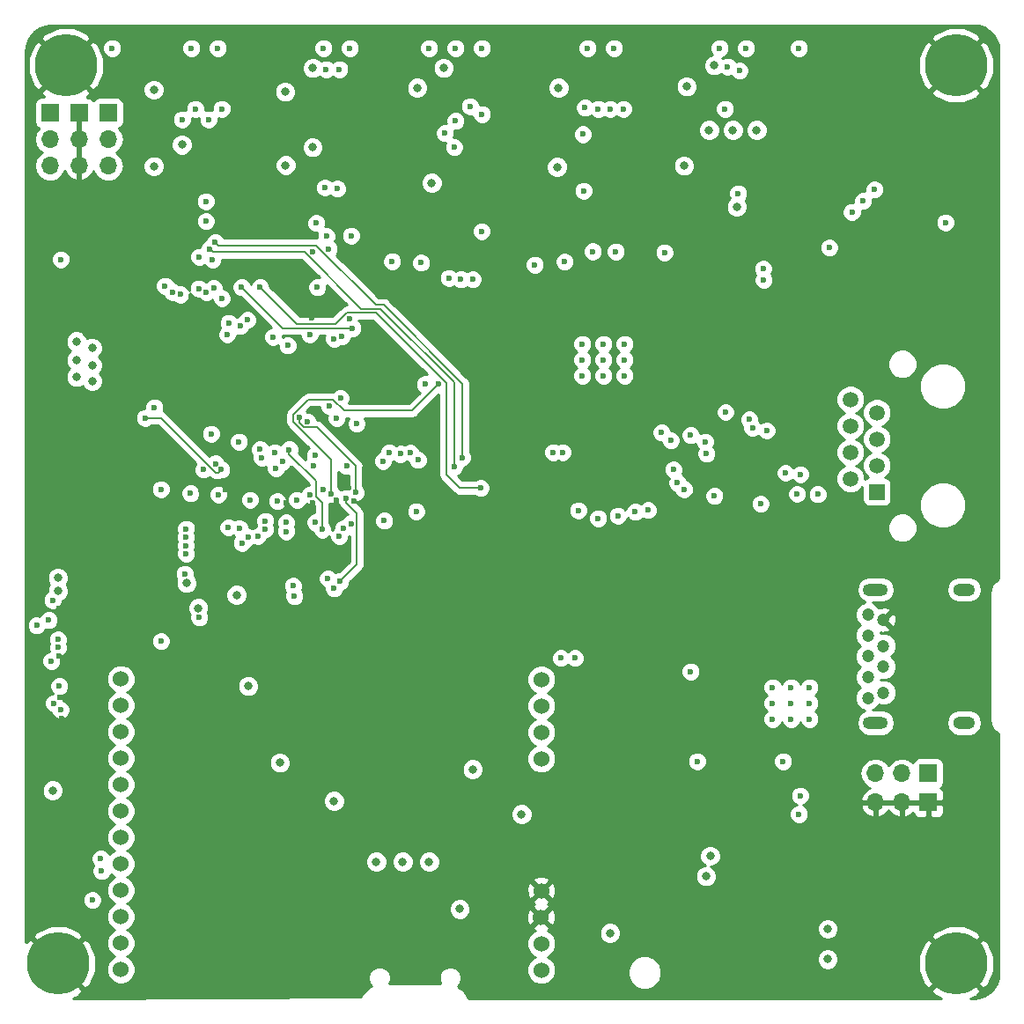
<source format=gbr>
G04 #@! TF.GenerationSoftware,KiCad,Pcbnew,(5.0.0)*
G04 #@! TF.CreationDate,2018-11-20T23:03:42-05:00*
G04 #@! TF.ProjectId,DART6UL_BREAKOUT,4441525436554C5F425245414B4F5554,rev?*
G04 #@! TF.SameCoordinates,Original*
G04 #@! TF.FileFunction,Copper,L4,Bot,Signal*
G04 #@! TF.FilePolarity,Positive*
%FSLAX46Y46*%
G04 Gerber Fmt 4.6, Leading zero omitted, Abs format (unit mm)*
G04 Created by KiCad (PCBNEW (5.0.0)) date 11/20/18 23:03:42*
%MOMM*%
%LPD*%
G01*
G04 APERTURE LIST*
G04 #@! TA.AperFunction,ComponentPad*
%ADD10R,1.500000X1.500000*%
G04 #@! TD*
G04 #@! TA.AperFunction,ComponentPad*
%ADD11C,1.500000*%
G04 #@! TD*
G04 #@! TA.AperFunction,ComponentPad*
%ADD12O,1.700000X1.700000*%
G04 #@! TD*
G04 #@! TA.AperFunction,ComponentPad*
%ADD13R,1.700000X1.700000*%
G04 #@! TD*
G04 #@! TA.AperFunction,ComponentPad*
%ADD14C,6.000000*%
G04 #@! TD*
G04 #@! TA.AperFunction,ComponentPad*
%ADD15C,1.524000*%
G04 #@! TD*
G04 #@! TA.AperFunction,ComponentPad*
%ADD16C,1.200000*%
G04 #@! TD*
G04 #@! TA.AperFunction,ComponentPad*
%ADD17O,2.400000X1.200000*%
G04 #@! TD*
G04 #@! TA.AperFunction,ComponentPad*
%ADD18O,2.100000X1.200000*%
G04 #@! TD*
G04 #@! TA.AperFunction,ViaPad*
%ADD19C,0.800000*%
G04 #@! TD*
G04 #@! TA.AperFunction,ViaPad*
%ADD20C,0.600000*%
G04 #@! TD*
G04 #@! TA.AperFunction,ViaPad*
%ADD21C,0.830000*%
G04 #@! TD*
G04 #@! TA.AperFunction,Conductor*
%ADD22C,0.160000*%
G04 #@! TD*
G04 #@! TA.AperFunction,Conductor*
%ADD23C,0.200000*%
G04 #@! TD*
G04 #@! TA.AperFunction,Conductor*
%ADD24C,0.254000*%
G04 #@! TD*
G04 APERTURE END LIST*
D10*
G04 #@! TO.P,J4,1*
G04 #@! TO.N,/CONNECTORS/E_CONN0*
X218313000Y-75692000D03*
D11*
G04 #@! TO.P,J4,2*
G04 #@! TO.N,/CONNECTORS/E_CONN1*
X215773000Y-74422000D03*
G04 #@! TO.P,J4,3*
G04 #@! TO.N,/CONNECTORS/E_CONN2*
X218313000Y-73152000D03*
G04 #@! TO.P,J4,4*
G04 #@! TO.N,/CONNECTORS/E_CONN3*
X215773000Y-71882000D03*
G04 #@! TO.P,J4,5*
G04 #@! TO.N,/CONNECTORS/E_CONN4*
X218313000Y-70612000D03*
G04 #@! TO.P,J4,6*
G04 #@! TO.N,/CONNECTORS/E_CONN5*
X215773000Y-69342000D03*
G04 #@! TO.P,J4,7*
G04 #@! TO.N,/CONNECTORS/E_CONN6*
X218313000Y-68072000D03*
G04 #@! TO.P,J4,8*
G04 #@! TO.N,/CONNECTORS/E_CONN7*
X215773000Y-66802000D03*
G04 #@! TD*
D12*
G04 #@! TO.P,J6,3*
G04 #@! TO.N,5VDC*
X144399000Y-44323000D03*
G04 #@! TO.P,J6,2*
X144399000Y-41783000D03*
D13*
G04 #@! TO.P,J6,1*
X144399000Y-39243000D03*
G04 #@! TD*
G04 #@! TO.P,J7,1*
G04 #@! TO.N,3V3DC*
X138811000Y-39243000D03*
D12*
G04 #@! TO.P,J7,2*
X138811000Y-41783000D03*
G04 #@! TO.P,J7,3*
X138811000Y-44323000D03*
G04 #@! TD*
D13*
G04 #@! TO.P,J8,1*
G04 #@! TO.N,GND*
X141605000Y-39243000D03*
D12*
G04 #@! TO.P,J8,2*
X141605000Y-41783000D03*
G04 #@! TO.P,J8,3*
X141605000Y-44323000D03*
G04 #@! TD*
D14*
G04 #@! TO.P,MH1,1*
G04 #@! TO.N,GND*
X225933000Y-34671000D03*
G04 #@! TD*
G04 #@! TO.P,MH2,1*
G04 #@! TO.N,GND*
X225933000Y-121031000D03*
G04 #@! TD*
G04 #@! TO.P,MH3,1*
G04 #@! TO.N,GND*
X139573000Y-121031000D03*
G04 #@! TD*
G04 #@! TO.P,MH4,1*
G04 #@! TO.N,GND*
X140335000Y-34671000D03*
G04 #@! TD*
D15*
G04 #@! TO.P,U7,1*
G04 #@! TO.N,Net-(U7-Pad1)*
X145615000Y-93676000D03*
G04 #@! TO.P,U7,2*
G04 #@! TO.N,Net-(U7-Pad2)*
X145615000Y-96216000D03*
G04 #@! TO.P,U7,3*
G04 #@! TO.N,Net-(U7-Pad3)*
X145615000Y-98756000D03*
G04 #@! TO.P,U7,4*
G04 #@! TO.N,Net-(U7-Pad4)*
X145615000Y-101296000D03*
G04 #@! TO.P,U7,5*
G04 #@! TO.N,/CONNECTORS/E10*
X145615000Y-103836000D03*
G04 #@! TO.P,U7,6*
G04 #@! TO.N,/CONNECTORS/E11*
X145615000Y-106376000D03*
G04 #@! TO.P,U7,7*
G04 #@! TO.N,/CONNECTORS/E12*
X145615000Y-108916000D03*
G04 #@! TO.P,U7,8*
G04 #@! TO.N,/CONNECTORS/E13*
X145615000Y-111456000D03*
G04 #@! TO.P,U7,9*
G04 #@! TO.N,/CONNECTORS/E14*
X145615000Y-113996000D03*
G04 #@! TO.P,U7,10*
G04 #@! TO.N,/CONNECTORS/E15*
X145615000Y-116536000D03*
G04 #@! TO.P,U7,11*
G04 #@! TO.N,/CONNECTORS/E16*
X145615000Y-119076000D03*
G04 #@! TO.P,U7,12*
G04 #@! TO.N,/CONNECTORS/E17*
X145615000Y-121616000D03*
G04 #@! TO.P,U7,13*
G04 #@! TO.N,Net-(JP2-Pad1)*
X186055000Y-121666000D03*
G04 #@! TO.P,U7,14*
X186055000Y-119126000D03*
G04 #@! TO.P,U7,15*
G04 #@! TO.N,GND*
X186015000Y-116586000D03*
G04 #@! TO.P,U7,16*
X186055000Y-114046000D03*
G04 #@! TO.P,U7,17*
G04 #@! TO.N,Net-(U7-Pad17)*
X186055000Y-101346000D03*
G04 #@! TO.P,U7,18*
G04 #@! TO.N,Net-(U7-Pad18)*
X186055000Y-98806000D03*
G04 #@! TO.P,U7,19*
G04 #@! TO.N,Net-(U7-Pad19)*
X186055000Y-96266000D03*
G04 #@! TO.P,U7,20*
G04 #@! TO.N,Net-(U7-Pad20)*
X186055000Y-93726000D03*
G04 #@! TD*
D16*
G04 #@! TO.P,J11,1*
G04 #@! TO.N,/CONNECTORS/USB0*
X218948000Y-94996000D03*
G04 #@! TO.P,J11,2*
G04 #@! TO.N,/CONNECTORS/USB1*
X218948000Y-92496000D03*
G04 #@! TO.P,J11,3*
G04 #@! TO.N,/CONNECTORS/USB2*
X218948000Y-90496000D03*
G04 #@! TO.P,J11,4*
G04 #@! TO.N,GND*
X218948000Y-87996000D03*
G04 #@! TO.P,J11,5*
G04 #@! TO.N,Net-(J11-Pad5)*
X217448000Y-87496000D03*
G04 #@! TO.P,J11,6*
G04 #@! TO.N,Net-(J11-Pad6)*
X217448000Y-89496000D03*
G04 #@! TO.P,J11,7*
G04 #@! TO.N,N/C*
X217448000Y-91496000D03*
G04 #@! TO.P,J11,8*
X217448000Y-93496000D03*
G04 #@! TO.P,J11,9*
X217448000Y-95496000D03*
D17*
G04 #@! TO.P,J11,10*
X218198000Y-85096000D03*
X218198000Y-97896000D03*
D18*
X226698000Y-85096000D03*
X226698000Y-97896000D03*
G04 #@! TD*
D13*
G04 #@! TO.P,J22,1*
G04 #@! TO.N,/CONNECTORS/12VDC*
X223266000Y-102743000D03*
D12*
G04 #@! TO.P,J22,2*
X220726000Y-102743000D03*
G04 #@! TO.P,J22,3*
X218186000Y-102743000D03*
G04 #@! TD*
D13*
G04 #@! TO.P,J23,1*
G04 #@! TO.N,GND*
X223266000Y-105537000D03*
D12*
G04 #@! TO.P,J23,2*
X220726000Y-105537000D03*
G04 #@! TO.P,J23,3*
X218186000Y-105537000D03*
G04 #@! TD*
D19*
G04 #@! TO.N,3V3DC*
X139573000Y-85217000D03*
X153062001Y-86856997D03*
X139065000Y-104394000D03*
X156743400Y-85598000D03*
D20*
X190055500Y-41300400D03*
X176784000Y-41198800D03*
D19*
X151485600Y-42301160D03*
X164048440Y-42550080D03*
D20*
X194056000Y-64516000D03*
X192024000Y-64516000D03*
X189992000Y-64516000D03*
X189992000Y-62992000D03*
X192024000Y-62992000D03*
X194056000Y-62992000D03*
X189992000Y-61468000D03*
X192024000Y-61468000D03*
X194056000Y-61468000D03*
X155854443Y-60553557D03*
D19*
X206756000Y-40894000D03*
X204470000Y-40894000D03*
X202184000Y-40894000D03*
X202184000Y-40894000D03*
X202692000Y-34671000D03*
X176657000Y-34925000D03*
X164084000Y-34925000D03*
D20*
X139841798Y-53340000D03*
D19*
X141351000Y-61214000D03*
X141351000Y-62992000D03*
X141351000Y-64643000D03*
D20*
X208280000Y-94488000D03*
X210058000Y-94488000D03*
X211836000Y-94488000D03*
X210058000Y-96012000D03*
X208280000Y-96012000D03*
X211836000Y-96012000D03*
X208280000Y-97536000D03*
X210058000Y-97536000D03*
X211836000Y-97536000D03*
X190119000Y-46736000D03*
X177673000Y-42545000D03*
X224917000Y-49784000D03*
X201803000Y-70866000D03*
D19*
G04 #@! TO.N,5VDC*
X139573000Y-83947000D03*
X151937000Y-84456957D03*
X157861000Y-94361000D03*
X202285600Y-110693200D03*
X213588600Y-117703600D03*
X148788120Y-44378880D03*
X161467800Y-44267120D03*
X148780500Y-37020500D03*
X199771000Y-44323000D03*
X200025000Y-36703000D03*
D21*
X187706000Y-36830000D03*
X187579000Y-44450000D03*
D19*
X175514000Y-45974000D03*
X174117000Y-36830000D03*
X161417000Y-37211000D03*
D20*
X210820000Y-33020000D03*
X205740000Y-33020000D03*
X203200000Y-33020000D03*
X193040000Y-33020000D03*
X190500000Y-33020000D03*
X180340000Y-33020000D03*
X177800000Y-33020000D03*
X175260000Y-33020000D03*
X167640000Y-33020000D03*
X165100000Y-33020000D03*
X154940000Y-33020000D03*
X152400000Y-33020000D03*
X144780000Y-33020000D03*
D19*
X142875000Y-61849000D03*
X142875000Y-63500000D03*
X142875000Y-65024000D03*
G04 #@! TO.N,GND*
X186015000Y-116586000D03*
X176403000Y-106934000D03*
X171577000Y-108458000D03*
X168656000Y-108204000D03*
X184404000Y-111506000D03*
X164084000Y-112903000D03*
X158369000Y-106553000D03*
X153543000Y-107950000D03*
D20*
X198170800Y-69037200D03*
X208127600Y-75793600D03*
X210312000Y-67360800D03*
X156845000Y-76581000D03*
X159258000Y-76708000D03*
X161544000Y-76708000D03*
X164084000Y-76708000D03*
X167516421Y-75332687D03*
X165100000Y-75438000D03*
X162814000Y-75438000D03*
X160528000Y-75311000D03*
X158115000Y-75311000D03*
X155702000Y-75438000D03*
X153289000Y-75438000D03*
X166370000Y-76454000D03*
D19*
X201803000Y-80772000D03*
X205994000Y-86360000D03*
D20*
X139827000Y-101092000D03*
X139954000Y-99568000D03*
X139954000Y-97472500D03*
X139779502Y-95456502D03*
X139700000Y-91440000D03*
X139700000Y-86868000D03*
X139573000Y-82169000D03*
D19*
X220408500Y-41465500D03*
D20*
X168021000Y-76581000D03*
X197104000Y-72898000D03*
X210947000Y-110744000D03*
X202615800Y-104952800D03*
X189661800Y-106934000D03*
X191770000Y-106934000D03*
X189407800Y-101574600D03*
X191668400Y-101498400D03*
X195783200Y-101701600D03*
X189357000Y-96139000D03*
X191566800Y-96164400D03*
X195681600Y-96189800D03*
X156641800Y-115646200D03*
X151866600Y-118262400D03*
D19*
X210261200Y-121970800D03*
X210312000Y-119075200D03*
D20*
X204876400Y-100431600D03*
X169989500Y-48641000D03*
D19*
X157896560Y-45117120D03*
X158051500Y-36957000D03*
D20*
X154830059Y-59185669D03*
X152400000Y-56896000D03*
X167640000Y-59055000D03*
X163935800Y-58928000D03*
X160240210Y-56007001D03*
X167513000Y-52872000D03*
D19*
X208661000Y-44323000D03*
X209169000Y-36830000D03*
D21*
X196469000Y-36703000D03*
X196215000Y-44450000D03*
D19*
X170053000Y-44323000D03*
X182880000Y-44450000D03*
X183007000Y-36830000D03*
X170688000Y-37084000D03*
D20*
X228600000Y-60960000D03*
X228600000Y-58420000D03*
X228600000Y-63500000D03*
X228600000Y-66040000D03*
X228600000Y-68580000D03*
X228600000Y-71120000D03*
X228600000Y-73660000D03*
X228600000Y-76200000D03*
X228600000Y-78740000D03*
X228600000Y-81280000D03*
X228600000Y-99060000D03*
X228600000Y-101600000D03*
X228600000Y-104140000D03*
X228600000Y-106680000D03*
X228600000Y-109220000D03*
X228600000Y-111760000D03*
X228600000Y-114300000D03*
X228600000Y-116840000D03*
X228600000Y-53340000D03*
X228600000Y-50800000D03*
X228600000Y-48260000D03*
X228600000Y-45720000D03*
X228600000Y-40640000D03*
X228600000Y-38100000D03*
X220980000Y-33020000D03*
X218440000Y-33020000D03*
X215900000Y-33020000D03*
X213360000Y-33020000D03*
X137160000Y-50800000D03*
X137160000Y-53340000D03*
X137160000Y-55880000D03*
X137160000Y-60960000D03*
X137160000Y-58420000D03*
X137160000Y-48260000D03*
X137160000Y-63500000D03*
X137160000Y-66040000D03*
X137160000Y-68580000D03*
X137160000Y-71120000D03*
X137160000Y-73660000D03*
X137160000Y-76200000D03*
X137160000Y-91440000D03*
X137160000Y-93980000D03*
X137160000Y-96520000D03*
X137160000Y-99060000D03*
X154940000Y-121920000D03*
X152400000Y-121920000D03*
X149860000Y-121920000D03*
X147320000Y-121920000D03*
X200660000Y-121920000D03*
X208280000Y-121920000D03*
X218440000Y-121920000D03*
X220980000Y-121920000D03*
D19*
X147828000Y-111252000D03*
D20*
X164211000Y-91567000D03*
D19*
X204597000Y-65024000D03*
D20*
X221107000Y-55245000D03*
X217297000Y-54991000D03*
X149225000Y-105796000D03*
X213868000Y-41275000D03*
X141859000Y-114808000D03*
X194056000Y-105664000D03*
D19*
X194056000Y-109093000D03*
D20*
X228600000Y-96520000D03*
X228600000Y-93980000D03*
X228600000Y-91440000D03*
X228600000Y-88900000D03*
X228600000Y-86360000D03*
X228600000Y-83820000D03*
X212598000Y-80213200D03*
D19*
G04 #@! TO.N,12VDC*
X178206400Y-115798600D03*
X201879200Y-112649000D03*
X213588600Y-120624600D03*
D20*
G04 #@! TO.N,/AUDIO4*
X188290200Y-53555900D03*
X149860000Y-55880000D03*
X185420000Y-53848000D03*
G04 #@! TO.N,/AUDIO5*
X174485300Y-53657500D03*
X150575543Y-56460000D03*
G04 #@! TO.N,AGND*
X154432000Y-53340000D03*
X171704000Y-53522000D03*
G04 #@! TO.N,/AUDIO0*
X197891400Y-52666900D03*
X153111233Y-56134000D03*
G04 #@! TO.N,/AUDIO1*
X193217800Y-52578000D03*
X154537893Y-56074830D03*
G04 #@! TO.N,/SOM_BREAKOUT/RESET0*
X172491400Y-72034400D03*
X165633400Y-67386200D03*
X155990060Y-59444665D03*
X200406000Y-92964000D03*
G04 #@! TO.N,/ONOFF*
X189280800Y-91668600D03*
X171424600Y-71882000D03*
X160240211Y-60782200D03*
G04 #@! TO.N,/SOM_BREAKOUT/GPIO4_23*
X187934600Y-91668600D03*
X170942000Y-78460600D03*
G04 #@! TO.N,/SOM_BREAKOUT/SD1_CMD*
X167335200Y-73202800D03*
X215916000Y-48784000D03*
G04 #@! TO.N,/SOM_BREAKOUT/SD1_DATA3*
X164134800Y-73152000D03*
X217005000Y-47684000D03*
G04 #@! TO.N,/SOM_BREAKOUT/SD1_DATA2*
X168300400Y-69138800D03*
X218089000Y-46609000D03*
G04 #@! TO.N,/SOM_BREAKOUT/SD1_DATA0*
X164283478Y-72183078D03*
X207391000Y-54229000D03*
G04 #@! TO.N,/SOM_BREAKOUT/SD1_DATA1*
X166370000Y-68580000D03*
X207442312Y-55296312D03*
D19*
G04 #@! TO.N,/Voltage_Regulation/V_IN*
X170180000Y-111252000D03*
X179451000Y-102362000D03*
X184150000Y-106680000D03*
X166116000Y-105410000D03*
X160909000Y-101727000D03*
X172720000Y-111252000D03*
X175260000Y-111252000D03*
D20*
G04 #@! TO.N,/ETHERNET_PHY/E27*
X207721200Y-69799200D03*
X161518513Y-79502000D03*
G04 #@! TO.N,/ETHERNET_PHY/E23*
X202692000Y-76073000D03*
X157270421Y-80600579D03*
G04 #@! TO.N,/CONNECTORS/E_CONN5*
X210642200Y-75895200D03*
G04 #@! TO.N,/CONNECTORS/E_CONN2*
X212623400Y-75920600D03*
G04 #@! TO.N,/CONNECTORS/E_CONN7*
X209524600Y-73863200D03*
G04 #@! TO.N,/CONNECTORS/E_CONN6*
X210972400Y-73990200D03*
G04 #@! TO.N,/ETHERNET_PHY/E28*
X206349600Y-69545200D03*
X166116000Y-60960000D03*
G04 #@! TO.N,/ETHERNET_PHY/E29*
X206044800Y-68732400D03*
X166878000Y-60706000D03*
G04 #@! TO.N,/ETHERNET_PHY/E21*
X203758800Y-68021200D03*
X158793081Y-79943360D03*
G04 #@! TO.N,/ETHERNET_PHY/E20*
X200406000Y-70231000D03*
X157883598Y-80032598D03*
G04 #@! TO.N,/ETHERNET_PHY/E24*
X155956000Y-79098279D03*
X201930000Y-72009000D03*
G04 #@! TO.N,/ETHERNET_PHY/E25*
X161518513Y-78613000D03*
X198755000Y-73533000D03*
G04 #@! TO.N,/ETHERNET_PHY/E26*
X159518513Y-79286003D03*
X199136000Y-74803000D03*
G04 #@! TO.N,/ETHERNET_PHY/E22*
X159518513Y-78486000D03*
X199771000Y-75438000D03*
G04 #@! TO.N,/ETHERNET_PHY/E210*
X207137000Y-76835000D03*
X155346400Y-57073800D03*
G04 #@! TO.N,/CONNECTORS/E15*
X151892000Y-79246869D03*
G04 #@! TO.N,/CONNECTORS/E12*
X151892000Y-80046872D03*
G04 #@! TO.N,/CONNECTORS/E11*
X151892000Y-80846875D03*
G04 #@! TO.N,/CONNECTORS/E10*
X151892000Y-81646878D03*
G04 #@! TO.N,/CONNECTORS/LCD6*
X157044275Y-79193275D03*
X162179000Y-84709000D03*
X139192000Y-96012000D03*
G04 #@! TO.N,/CONNECTORS/LCD4*
X162306000Y-85725000D03*
X139827000Y-96647000D03*
G04 #@! TO.N,/CONNECTORS/LCD0*
X153162000Y-87757000D03*
X160655000Y-76581000D03*
G04 #@! TO.N,/CONNECTORS/UART22*
X162560000Y-76454000D03*
X154051000Y-39878000D03*
G04 #@! TO.N,/CONNECTORS/UART20*
X163830000Y-75946000D03*
X151511000Y-39878000D03*
G04 #@! TO.N,/SOM_BREAKOUT/GPIO5_3*
X166111800Y-84963000D03*
X210947000Y-104902000D03*
G04 #@! TO.N,/CONNECTORS/UART23*
X164318513Y-78613000D03*
X155321000Y-38862000D03*
G04 #@! TO.N,/CONNECTORS/UART21*
X164978512Y-79315337D03*
X152781000Y-38862000D03*
X161811823Y-71614177D03*
G04 #@! TO.N,/I2C21*
X143687800Y-110947200D03*
X165531800Y-84019000D03*
X165838508Y-75856071D03*
X176149000Y-65341500D03*
X204978000Y-46990000D03*
G04 #@! TO.N,/CONNECTORS/LCD8*
X166629032Y-79938000D03*
X139700000Y-94361000D03*
X196312878Y-77440878D03*
G04 #@! TO.N,/CONNECTORS/LCD13*
X139568481Y-90650883D03*
X167005000Y-79197200D03*
G04 #@! TO.N,/SOM_BREAKOUT/SD1_CLK*
X167741601Y-78740000D03*
X213741000Y-52197000D03*
G04 #@! TO.N,/SOM_BREAKOUT/GPIO4_24*
X168203000Y-75755500D03*
X162759000Y-68536719D03*
X165227000Y-46418500D03*
G04 #@! TO.N,/CONNECTORS/SDCARD6*
X189611000Y-77470000D03*
X174018208Y-77568792D03*
G04 #@! TO.N,/CONNECTORS/LCD17*
X156972000Y-70866000D03*
X137523999Y-88519000D03*
X193421000Y-77978000D03*
G04 #@! TO.N,/CONNECTORS/LCD16*
X187198000Y-71882000D03*
X154305000Y-70104000D03*
G04 #@! TO.N,/CAN_CPU0*
X154990800Y-75946000D03*
X188087000Y-71882000D03*
X148844000Y-67564000D03*
G04 #@! TO.N,/CAN_CPU1*
X155278330Y-73541293D03*
X147955000Y-68580000D03*
G04 #@! TO.N,/CONNECTORS/LCD9*
X154718306Y-72970000D03*
X149479000Y-75438000D03*
G04 #@! TO.N,/CONNECTORS/LCD10*
X153558513Y-73550000D03*
X191516000Y-78232000D03*
G04 #@! TO.N,/CONNECTORS/LCD1*
X151765000Y-83566000D03*
X152318513Y-75819000D03*
G04 #@! TO.N,/CONNECTORS/LCD12*
X158999530Y-71605954D03*
X138938000Y-91948000D03*
G04 #@! TO.N,/CONNECTORS/LCD14*
X158043000Y-76454000D03*
X139574428Y-89850903D03*
G04 #@! TO.N,/CONNECTORS/LCD18*
X159158513Y-72390000D03*
X138684000Y-88011000D03*
X195072000Y-77597000D03*
G04 #@! TO.N,/CONNECTORS/LCD7*
X149479000Y-90043000D03*
X160528000Y-73406000D03*
G04 #@! TO.N,/CONNECTORS/LCD19*
X161163000Y-72771000D03*
X139065000Y-86106000D03*
G04 #@! TO.N,/LCD_T*
X160401000Y-71882000D03*
X142875000Y-114935000D03*
G04 #@! TO.N,/CONNECTORS/GPIO_EXT21*
X163512500Y-68909990D03*
X166433500Y-46545500D03*
G04 #@! TO.N,/SOM_BREAKOUT/GPIO4_17*
X167259000Y-76276200D03*
X166700200Y-84302600D03*
X210820000Y-106680000D03*
G04 #@! TO.N,/SOM_BREAKOUT/GPIO4_20*
X174879000Y-65341500D03*
X203708000Y-38862000D03*
G04 #@! TO.N,/I2C20*
X170840400Y-72720200D03*
X166725600Y-66649600D03*
X164515800Y-56007000D03*
D19*
X204851000Y-48260000D03*
D20*
X143764000Y-112141000D03*
G04 #@! TO.N,/SOM_BREAKOUT/GPIO1_0*
X167767000Y-51054000D03*
X203962000Y-34798000D03*
G04 #@! TO.N,/SOM_BREAKOUT/DEBUG_UART_TX*
X192659000Y-38862000D03*
X164084000Y-52578000D03*
G04 #@! TO.N,/SOM_BREAKOUT/GPIO1_4*
X165608000Y-52324000D03*
X177800000Y-40005000D03*
G04 #@! TO.N,/SOM_BREAKOUT/GPIO1_2*
X165383122Y-51109000D03*
X180340000Y-39370000D03*
G04 #@! TO.N,/SOM_BREAKOUT/GPIO1_9*
X164408225Y-49840980D03*
X179197000Y-38608000D03*
G04 #@! TO.N,/CONNECTORS/USB0*
X159004000Y-56007001D03*
X180213000Y-75311000D03*
G04 #@! TO.N,/AUDIO3*
X180301900Y-50622200D03*
X151335643Y-56709502D03*
G04 #@! TO.N,/AUDIO2*
X190995300Y-52565300D03*
X153839521Y-56465059D03*
G04 #@! TO.N,/SOM_BREAKOUT/OSC_32K*
X157226000Y-56007000D03*
X167897722Y-59940278D03*
G04 #@! TO.N,/SOM_BREAKOUT/DEBUG_UART_RX*
X190246000Y-38735000D03*
X178308000Y-55245000D03*
G04 #@! TO.N,/SOM_BREAKOUT/DEBUG_UART_CTS_B*
X177165000Y-55118000D03*
X193929000Y-38862000D03*
G04 #@! TO.N,/SOM_BREAKOUT/DEBUG_UART_RTS_B*
X198501000Y-70739000D03*
X163780323Y-60552477D03*
X191516000Y-38862000D03*
X179451000Y-55245000D03*
G04 #@! TO.N,/SOM_BREAKOUT/POR*
X173456600Y-71907400D03*
X161651921Y-61614079D03*
X201041000Y-101600000D03*
G04 #@! TO.N,/SOM_BREAKOUT/BOOT1*
X197612000Y-69977000D03*
X157784800Y-59151982D03*
G04 #@! TO.N,/SOM_BREAKOUT/GPIO1_5*
X174193200Y-72618600D03*
X157124401Y-59740800D03*
X209296000Y-101600000D03*
G04 #@! TO.N,/CONNECTORS/USB2*
X154686000Y-51689000D03*
X178435000Y-72390000D03*
G04 #@! TO.N,/CONNECTORS/USB1*
X154178000Y-52324000D03*
X177673000Y-73279000D03*
D19*
G04 #@! TO.N,/CONNECTORS/12VDC*
X192659000Y-118110000D03*
D20*
G04 #@! TO.N,/CAN_OUT1*
X153797000Y-49657000D03*
X166624000Y-35052000D03*
G04 #@! TO.N,/CAN_OUT0*
X153797000Y-47752000D03*
X165354000Y-35052000D03*
G04 #@! TO.N,/CONNECTORS/GPIO_EXT11*
X153162000Y-53086000D03*
X205105000Y-35178999D03*
G04 #@! TD*
D22*
G04 #@! TO.N,/CONNECTORS/UART21*
X164978512Y-78891073D02*
X164978512Y-79315337D01*
X164978512Y-76744110D02*
X164978512Y-78891073D01*
X164410001Y-76175599D02*
X164978512Y-76744110D01*
X164410001Y-74636619D02*
X164410001Y-76175599D01*
X161811823Y-72038441D02*
X164410001Y-74636619D01*
X161811823Y-71614177D02*
X161811823Y-72038441D01*
G04 #@! TO.N,/I2C21*
X166023797Y-66806199D02*
X167099098Y-67881500D01*
X163631118Y-66806199D02*
X166023797Y-66806199D01*
X162178999Y-68258318D02*
X163631118Y-66806199D01*
X162178999Y-68944022D02*
X162178999Y-68258318D01*
X165838508Y-75856071D02*
X165838508Y-72603531D01*
X165838508Y-72603531D02*
X162178999Y-68944022D01*
X167099098Y-67881500D02*
X173609000Y-67881500D01*
X173609000Y-67881500D02*
X176149000Y-65341500D01*
G04 #@! TO.N,/CONNECTORS/LCD8*
X196312878Y-77499122D02*
X196312878Y-77440878D01*
G04 #@! TO.N,/SOM_BREAKOUT/GPIO4_24*
X162759000Y-69014892D02*
X162759000Y-68536719D01*
X163234099Y-69489991D02*
X162759000Y-69014892D01*
X164480793Y-69489991D02*
X163234099Y-69489991D01*
X168203000Y-75755500D02*
X168203000Y-73212198D01*
X168203000Y-73212198D02*
X164480793Y-69489991D01*
G04 #@! TO.N,/CAN_CPU1*
X149469904Y-68580000D02*
X147955000Y-68580000D01*
X154731196Y-73841292D02*
X149469904Y-68580000D01*
X155278330Y-73541293D02*
X154978331Y-73841292D01*
X154978331Y-73841292D02*
X154731196Y-73841292D01*
G04 #@! TO.N,/SOM_BREAKOUT/GPIO4_17*
X167259000Y-76700464D02*
X167259000Y-76276200D01*
X168321601Y-77763065D02*
X167259000Y-76700464D01*
X168321601Y-82681199D02*
X168321601Y-77763065D01*
X166700200Y-84302600D02*
X168321601Y-82681199D01*
D23*
G04 #@! TO.N,/CONNECTORS/USB0*
X162557267Y-59560268D02*
X166246730Y-59560268D01*
X159004000Y-56007001D02*
X162557267Y-59560268D01*
X166246730Y-59560268D02*
X167351999Y-58454999D01*
X170150501Y-58454999D02*
X176911000Y-65215498D01*
X176911000Y-65215498D02*
X176911000Y-69723000D01*
X176911000Y-69723000D02*
X176911000Y-69977000D01*
X167351999Y-58454999D02*
X170150501Y-58454999D01*
X178181000Y-75311000D02*
X180213000Y-75311000D01*
X176911000Y-69723000D02*
X176911000Y-74041000D01*
X176911000Y-74041000D02*
X178181000Y-75311000D01*
D22*
G04 #@! TO.N,/SOM_BREAKOUT/OSC_32K*
X161159278Y-59940278D02*
X157226000Y-56007000D01*
X167897722Y-59940278D02*
X161159278Y-59940278D01*
G04 #@! TO.N,/CONNECTORS/USB2*
X170871979Y-57714979D02*
X178435000Y-65278000D01*
X170140577Y-57714979D02*
X170871979Y-57714979D01*
X164414597Y-51988999D02*
X170140577Y-57714979D01*
X154686000Y-51689000D02*
X154985999Y-51988999D01*
X154985999Y-51988999D02*
X164414597Y-51988999D01*
D23*
X178435000Y-65278000D02*
X178435000Y-72390000D01*
D22*
G04 #@! TO.N,/CONNECTORS/USB1*
X177673000Y-65151000D02*
X177673000Y-72644000D01*
X170596989Y-58074989D02*
X177673000Y-65151000D01*
X168722587Y-58074989D02*
X170596989Y-58074989D01*
X163271597Y-52623999D02*
X168722587Y-58074989D01*
X154178000Y-52324000D02*
X154477999Y-52623999D01*
X154477999Y-52623999D02*
X163271597Y-52623999D01*
X177673000Y-72644000D02*
X177673000Y-73279000D01*
G04 #@! TD*
D24*
G04 #@! TO.N,GND*
G36*
X228129694Y-30872124D02*
X228648264Y-31052709D01*
X229113941Y-31343697D01*
X229503577Y-31730623D01*
X229797807Y-32194256D01*
X229983995Y-32717133D01*
X230049001Y-33195080D01*
X230049000Y-84049113D01*
X230024339Y-84059328D01*
X229735927Y-84252039D01*
X229540039Y-84447927D01*
X229347328Y-84736339D01*
X229330479Y-84777017D01*
X229241313Y-84992280D01*
X229173642Y-85332486D01*
X229173642Y-85332492D01*
X229160000Y-85401075D01*
X229160001Y-97605926D01*
X229173642Y-97674504D01*
X229173642Y-97674514D01*
X229241313Y-98014720D01*
X229255049Y-98047881D01*
X229347328Y-98270661D01*
X229540039Y-98559073D01*
X229735927Y-98754961D01*
X230024339Y-98947672D01*
X230049000Y-98957887D01*
X230049001Y-121880299D01*
X229983338Y-122465695D01*
X229802753Y-122984263D01*
X229511766Y-123449939D01*
X229124838Y-123839579D01*
X228661207Y-124133807D01*
X228138329Y-124319995D01*
X227660389Y-124385000D01*
X227334710Y-124385000D01*
X227976639Y-124122854D01*
X228007434Y-124102277D01*
X228350025Y-123627630D01*
X225933000Y-121210605D01*
X223515975Y-123627630D01*
X223858566Y-124102277D01*
X224531588Y-124385000D01*
X179007106Y-124385000D01*
X178854994Y-124040931D01*
X178824297Y-123994200D01*
X178802090Y-123942881D01*
X178726992Y-123846066D01*
X178415600Y-123509204D01*
X178371420Y-123474935D01*
X178333788Y-123433577D01*
X178231391Y-123366317D01*
X178231380Y-123366308D01*
X178231375Y-123366306D01*
X178008417Y-123246004D01*
X178211818Y-123042603D01*
X178377000Y-122643820D01*
X178377000Y-122212180D01*
X178211818Y-121813397D01*
X177906603Y-121508182D01*
X177507820Y-121343000D01*
X177076180Y-121343000D01*
X176677397Y-121508182D01*
X176372182Y-121813397D01*
X176207000Y-122212180D01*
X176207000Y-122643820D01*
X176349565Y-122988000D01*
X171434435Y-122988000D01*
X171577000Y-122643820D01*
X171577000Y-122212180D01*
X171411818Y-121813397D01*
X171106603Y-121508182D01*
X170707820Y-121343000D01*
X170276180Y-121343000D01*
X169877397Y-121508182D01*
X169572182Y-121813397D01*
X169407000Y-122212180D01*
X169407000Y-122643820D01*
X169572182Y-123042603D01*
X169717902Y-123188323D01*
X169683165Y-123200966D01*
X169469621Y-123324256D01*
X169469620Y-123324257D01*
X169131744Y-123607769D01*
X168977450Y-123791650D01*
X168973247Y-123796659D01*
X168752714Y-124178632D01*
X168752711Y-124178635D01*
X168722962Y-124260371D01*
X140995808Y-124376384D01*
X141616639Y-124122854D01*
X141647434Y-124102277D01*
X141990025Y-123627630D01*
X139573000Y-121210605D01*
X139558858Y-121224748D01*
X139379253Y-121045143D01*
X139393395Y-121031000D01*
X139752605Y-121031000D01*
X142169630Y-123448025D01*
X142644277Y-123105434D01*
X143204342Y-121772200D01*
X143211568Y-120326125D01*
X142664854Y-118987361D01*
X142644277Y-118956566D01*
X142169630Y-118613975D01*
X139752605Y-121031000D01*
X139393395Y-121031000D01*
X136976370Y-118613975D01*
X136501723Y-118956566D01*
X136473000Y-119024941D01*
X136473000Y-118434370D01*
X137155975Y-118434370D01*
X139573000Y-120851395D01*
X141990025Y-118434370D01*
X141647434Y-117959723D01*
X140314200Y-117399658D01*
X138868125Y-117392432D01*
X137529361Y-117939146D01*
X137498566Y-117959723D01*
X137155975Y-118434370D01*
X136473000Y-118434370D01*
X136473000Y-114749017D01*
X141940000Y-114749017D01*
X141940000Y-115120983D01*
X142082345Y-115464635D01*
X142345365Y-115727655D01*
X142689017Y-115870000D01*
X143060983Y-115870000D01*
X143404635Y-115727655D01*
X143667655Y-115464635D01*
X143810000Y-115120983D01*
X143810000Y-114749017D01*
X143667655Y-114405365D01*
X143404635Y-114142345D01*
X143060983Y-114000000D01*
X142689017Y-114000000D01*
X142345365Y-114142345D01*
X142082345Y-114405365D01*
X141940000Y-114749017D01*
X136473000Y-114749017D01*
X136473000Y-110761217D01*
X142752800Y-110761217D01*
X142752800Y-111133183D01*
X142895145Y-111476835D01*
X143000510Y-111582200D01*
X142971345Y-111611365D01*
X142829000Y-111955017D01*
X142829000Y-112326983D01*
X142971345Y-112670635D01*
X143234365Y-112933655D01*
X143578017Y-113076000D01*
X143949983Y-113076000D01*
X144293635Y-112933655D01*
X144556655Y-112670635D01*
X144643739Y-112460396D01*
X144823663Y-112640320D01*
X145030513Y-112726000D01*
X144823663Y-112811680D01*
X144430680Y-113204663D01*
X144218000Y-113718119D01*
X144218000Y-114273881D01*
X144430680Y-114787337D01*
X144823663Y-115180320D01*
X145030513Y-115266000D01*
X144823663Y-115351680D01*
X144430680Y-115744663D01*
X144218000Y-116258119D01*
X144218000Y-116813881D01*
X144430680Y-117327337D01*
X144823663Y-117720320D01*
X145030513Y-117806000D01*
X144823663Y-117891680D01*
X144430680Y-118284663D01*
X144218000Y-118798119D01*
X144218000Y-119353881D01*
X144430680Y-119867337D01*
X144823663Y-120260320D01*
X145030513Y-120346000D01*
X144823663Y-120431680D01*
X144430680Y-120824663D01*
X144218000Y-121338119D01*
X144218000Y-121893881D01*
X144430680Y-122407337D01*
X144823663Y-122800320D01*
X145337119Y-123013000D01*
X145892881Y-123013000D01*
X146406337Y-122800320D01*
X146799320Y-122407337D01*
X147012000Y-121893881D01*
X147012000Y-121338119D01*
X146799320Y-120824663D01*
X146406337Y-120431680D01*
X146199487Y-120346000D01*
X146406337Y-120260320D01*
X146799320Y-119867337D01*
X147012000Y-119353881D01*
X147012000Y-118848119D01*
X184658000Y-118848119D01*
X184658000Y-119403881D01*
X184870680Y-119917337D01*
X185263663Y-120310320D01*
X185470513Y-120396000D01*
X185263663Y-120481680D01*
X184870680Y-120874663D01*
X184658000Y-121388119D01*
X184658000Y-121943881D01*
X184870680Y-122457337D01*
X185263663Y-122850320D01*
X185777119Y-123063000D01*
X186332881Y-123063000D01*
X186846337Y-122850320D01*
X187239320Y-122457337D01*
X187452000Y-121943881D01*
X187452000Y-121584778D01*
X194353000Y-121584778D01*
X194353000Y-122235222D01*
X194601914Y-122836153D01*
X195061847Y-123296086D01*
X195662778Y-123545000D01*
X196313222Y-123545000D01*
X196914153Y-123296086D01*
X197374086Y-122836153D01*
X197623000Y-122235222D01*
X197623000Y-121735875D01*
X222294432Y-121735875D01*
X222841146Y-123074639D01*
X222861723Y-123105434D01*
X223336370Y-123448025D01*
X225753395Y-121031000D01*
X226112605Y-121031000D01*
X228529630Y-123448025D01*
X229004277Y-123105434D01*
X229564342Y-121772200D01*
X229571568Y-120326125D01*
X229024854Y-118987361D01*
X229004277Y-118956566D01*
X228529630Y-118613975D01*
X226112605Y-121031000D01*
X225753395Y-121031000D01*
X223336370Y-118613975D01*
X222861723Y-118956566D01*
X222301658Y-120289800D01*
X222294432Y-121735875D01*
X197623000Y-121735875D01*
X197623000Y-121584778D01*
X197374086Y-120983847D01*
X196914153Y-120523914D01*
X196660207Y-120418726D01*
X212553600Y-120418726D01*
X212553600Y-120830474D01*
X212711169Y-121210880D01*
X213002320Y-121502031D01*
X213382726Y-121659600D01*
X213794474Y-121659600D01*
X214174880Y-121502031D01*
X214466031Y-121210880D01*
X214623600Y-120830474D01*
X214623600Y-120418726D01*
X214466031Y-120038320D01*
X214174880Y-119747169D01*
X213794474Y-119589600D01*
X213382726Y-119589600D01*
X213002320Y-119747169D01*
X212711169Y-120038320D01*
X212553600Y-120418726D01*
X196660207Y-120418726D01*
X196313222Y-120275000D01*
X195662778Y-120275000D01*
X195061847Y-120523914D01*
X194601914Y-120983847D01*
X194353000Y-121584778D01*
X187452000Y-121584778D01*
X187452000Y-121388119D01*
X187239320Y-120874663D01*
X186846337Y-120481680D01*
X186639487Y-120396000D01*
X186846337Y-120310320D01*
X187239320Y-119917337D01*
X187452000Y-119403881D01*
X187452000Y-118848119D01*
X187239320Y-118334663D01*
X186846337Y-117941680D01*
X186755674Y-117904126D01*
X191624000Y-117904126D01*
X191624000Y-118315874D01*
X191781569Y-118696280D01*
X192072720Y-118987431D01*
X192453126Y-119145000D01*
X192864874Y-119145000D01*
X193245280Y-118987431D01*
X193536431Y-118696280D01*
X193694000Y-118315874D01*
X193694000Y-117904126D01*
X193536431Y-117523720D01*
X193510437Y-117497726D01*
X212553600Y-117497726D01*
X212553600Y-117909474D01*
X212711169Y-118289880D01*
X213002320Y-118581031D01*
X213382726Y-118738600D01*
X213794474Y-118738600D01*
X214174880Y-118581031D01*
X214321541Y-118434370D01*
X223515975Y-118434370D01*
X225933000Y-120851395D01*
X228350025Y-118434370D01*
X228007434Y-117959723D01*
X226674200Y-117399658D01*
X225228125Y-117392432D01*
X223889361Y-117939146D01*
X223858566Y-117959723D01*
X223515975Y-118434370D01*
X214321541Y-118434370D01*
X214466031Y-118289880D01*
X214623600Y-117909474D01*
X214623600Y-117497726D01*
X214466031Y-117117320D01*
X214174880Y-116826169D01*
X213794474Y-116668600D01*
X213382726Y-116668600D01*
X213002320Y-116826169D01*
X212711169Y-117117320D01*
X212553600Y-117497726D01*
X193510437Y-117497726D01*
X193245280Y-117232569D01*
X192864874Y-117075000D01*
X192453126Y-117075000D01*
X192072720Y-117232569D01*
X191781569Y-117523720D01*
X191624000Y-117904126D01*
X186755674Y-117904126D01*
X186635353Y-117854288D01*
X186746143Y-117808397D01*
X186815608Y-117566213D01*
X186015000Y-116765605D01*
X185214392Y-117566213D01*
X185283857Y-117808397D01*
X185445883Y-117866202D01*
X185263663Y-117941680D01*
X184870680Y-118334663D01*
X184658000Y-118848119D01*
X147012000Y-118848119D01*
X147012000Y-118798119D01*
X146799320Y-118284663D01*
X146406337Y-117891680D01*
X146199487Y-117806000D01*
X146406337Y-117720320D01*
X146799320Y-117327337D01*
X147012000Y-116813881D01*
X147012000Y-116258119D01*
X146799320Y-115744663D01*
X146647383Y-115592726D01*
X177171400Y-115592726D01*
X177171400Y-116004474D01*
X177328969Y-116384880D01*
X177620120Y-116676031D01*
X178000526Y-116833600D01*
X178412274Y-116833600D01*
X178792680Y-116676031D01*
X179083831Y-116384880D01*
X179086555Y-116378302D01*
X184605856Y-116378302D01*
X184633638Y-116933368D01*
X184792603Y-117317143D01*
X185034787Y-117386608D01*
X185835395Y-116586000D01*
X186194605Y-116586000D01*
X186995213Y-117386608D01*
X187237397Y-117317143D01*
X187424144Y-116793698D01*
X187396362Y-116238632D01*
X187237397Y-115854857D01*
X186995213Y-115785392D01*
X186194605Y-116586000D01*
X185835395Y-116586000D01*
X185034787Y-115785392D01*
X184792603Y-115854857D01*
X184605856Y-116378302D01*
X179086555Y-116378302D01*
X179241400Y-116004474D01*
X179241400Y-115605787D01*
X185214392Y-115605787D01*
X186015000Y-116406395D01*
X186815608Y-115605787D01*
X186746143Y-115363603D01*
X186644146Y-115327214D01*
X186786143Y-115268397D01*
X186855608Y-115026213D01*
X186055000Y-114225605D01*
X185254392Y-115026213D01*
X185323857Y-115268397D01*
X185425854Y-115304786D01*
X185283857Y-115363603D01*
X185214392Y-115605787D01*
X179241400Y-115605787D01*
X179241400Y-115592726D01*
X179083831Y-115212320D01*
X178792680Y-114921169D01*
X178412274Y-114763600D01*
X178000526Y-114763600D01*
X177620120Y-114921169D01*
X177328969Y-115212320D01*
X177171400Y-115592726D01*
X146647383Y-115592726D01*
X146406337Y-115351680D01*
X146199487Y-115266000D01*
X146406337Y-115180320D01*
X146799320Y-114787337D01*
X147012000Y-114273881D01*
X147012000Y-113838302D01*
X184645856Y-113838302D01*
X184673638Y-114393368D01*
X184832603Y-114777143D01*
X185074787Y-114846608D01*
X185875395Y-114046000D01*
X186234605Y-114046000D01*
X187035213Y-114846608D01*
X187277397Y-114777143D01*
X187464144Y-114253698D01*
X187436362Y-113698632D01*
X187277397Y-113314857D01*
X187035213Y-113245392D01*
X186234605Y-114046000D01*
X185875395Y-114046000D01*
X185074787Y-113245392D01*
X184832603Y-113314857D01*
X184645856Y-113838302D01*
X147012000Y-113838302D01*
X147012000Y-113718119D01*
X146799320Y-113204663D01*
X146660444Y-113065787D01*
X185254392Y-113065787D01*
X186055000Y-113866395D01*
X186855608Y-113065787D01*
X186786143Y-112823603D01*
X186262698Y-112636856D01*
X185707632Y-112664638D01*
X185323857Y-112823603D01*
X185254392Y-113065787D01*
X146660444Y-113065787D01*
X146406337Y-112811680D01*
X146199487Y-112726000D01*
X146406337Y-112640320D01*
X146603531Y-112443126D01*
X200844200Y-112443126D01*
X200844200Y-112854874D01*
X201001769Y-113235280D01*
X201292920Y-113526431D01*
X201673326Y-113684000D01*
X202085074Y-113684000D01*
X202465480Y-113526431D01*
X202756631Y-113235280D01*
X202914200Y-112854874D01*
X202914200Y-112443126D01*
X202756631Y-112062720D01*
X202465480Y-111771569D01*
X202360778Y-111728200D01*
X202491474Y-111728200D01*
X202871880Y-111570631D01*
X203163031Y-111279480D01*
X203320600Y-110899074D01*
X203320600Y-110487326D01*
X203163031Y-110106920D01*
X202871880Y-109815769D01*
X202491474Y-109658200D01*
X202079726Y-109658200D01*
X201699320Y-109815769D01*
X201408169Y-110106920D01*
X201250600Y-110487326D01*
X201250600Y-110899074D01*
X201408169Y-111279480D01*
X201699320Y-111570631D01*
X201804022Y-111614000D01*
X201673326Y-111614000D01*
X201292920Y-111771569D01*
X201001769Y-112062720D01*
X200844200Y-112443126D01*
X146603531Y-112443126D01*
X146799320Y-112247337D01*
X147012000Y-111733881D01*
X147012000Y-111178119D01*
X146957327Y-111046126D01*
X169145000Y-111046126D01*
X169145000Y-111457874D01*
X169302569Y-111838280D01*
X169593720Y-112129431D01*
X169974126Y-112287000D01*
X170385874Y-112287000D01*
X170766280Y-112129431D01*
X171057431Y-111838280D01*
X171215000Y-111457874D01*
X171215000Y-111046126D01*
X171685000Y-111046126D01*
X171685000Y-111457874D01*
X171842569Y-111838280D01*
X172133720Y-112129431D01*
X172514126Y-112287000D01*
X172925874Y-112287000D01*
X173306280Y-112129431D01*
X173597431Y-111838280D01*
X173755000Y-111457874D01*
X173755000Y-111046126D01*
X174225000Y-111046126D01*
X174225000Y-111457874D01*
X174382569Y-111838280D01*
X174673720Y-112129431D01*
X175054126Y-112287000D01*
X175465874Y-112287000D01*
X175846280Y-112129431D01*
X176137431Y-111838280D01*
X176295000Y-111457874D01*
X176295000Y-111046126D01*
X176137431Y-110665720D01*
X175846280Y-110374569D01*
X175465874Y-110217000D01*
X175054126Y-110217000D01*
X174673720Y-110374569D01*
X174382569Y-110665720D01*
X174225000Y-111046126D01*
X173755000Y-111046126D01*
X173597431Y-110665720D01*
X173306280Y-110374569D01*
X172925874Y-110217000D01*
X172514126Y-110217000D01*
X172133720Y-110374569D01*
X171842569Y-110665720D01*
X171685000Y-111046126D01*
X171215000Y-111046126D01*
X171057431Y-110665720D01*
X170766280Y-110374569D01*
X170385874Y-110217000D01*
X169974126Y-110217000D01*
X169593720Y-110374569D01*
X169302569Y-110665720D01*
X169145000Y-111046126D01*
X146957327Y-111046126D01*
X146799320Y-110664663D01*
X146406337Y-110271680D01*
X146199487Y-110186000D01*
X146406337Y-110100320D01*
X146799320Y-109707337D01*
X147012000Y-109193881D01*
X147012000Y-108638119D01*
X146799320Y-108124663D01*
X146406337Y-107731680D01*
X146199487Y-107646000D01*
X146406337Y-107560320D01*
X146799320Y-107167337D01*
X147012000Y-106653881D01*
X147012000Y-106474126D01*
X183115000Y-106474126D01*
X183115000Y-106885874D01*
X183272569Y-107266280D01*
X183563720Y-107557431D01*
X183944126Y-107715000D01*
X184355874Y-107715000D01*
X184736280Y-107557431D01*
X185027431Y-107266280D01*
X185185000Y-106885874D01*
X185185000Y-106494017D01*
X209885000Y-106494017D01*
X209885000Y-106865983D01*
X210027345Y-107209635D01*
X210290365Y-107472655D01*
X210634017Y-107615000D01*
X211005983Y-107615000D01*
X211349635Y-107472655D01*
X211612655Y-107209635D01*
X211755000Y-106865983D01*
X211755000Y-106494017D01*
X211612655Y-106150365D01*
X211356182Y-105893892D01*
X216744514Y-105893892D01*
X216990817Y-106418358D01*
X217419076Y-106808645D01*
X217829110Y-106978476D01*
X218059000Y-106857155D01*
X218059000Y-105664000D01*
X218313000Y-105664000D01*
X218313000Y-106857155D01*
X218542890Y-106978476D01*
X218952924Y-106808645D01*
X219381183Y-106418358D01*
X219456000Y-106259046D01*
X219530817Y-106418358D01*
X219959076Y-106808645D01*
X220369110Y-106978476D01*
X220599000Y-106857155D01*
X220599000Y-105664000D01*
X220853000Y-105664000D01*
X220853000Y-106857155D01*
X221082890Y-106978476D01*
X221492924Y-106808645D01*
X221790864Y-106537122D01*
X221877673Y-106746698D01*
X222056301Y-106925327D01*
X222289690Y-107022000D01*
X222980250Y-107022000D01*
X223139000Y-106863250D01*
X223139000Y-105664000D01*
X223393000Y-105664000D01*
X223393000Y-106863250D01*
X223551750Y-107022000D01*
X224242310Y-107022000D01*
X224475699Y-106925327D01*
X224654327Y-106746698D01*
X224751000Y-106513309D01*
X224751000Y-105822750D01*
X224592250Y-105664000D01*
X223393000Y-105664000D01*
X223139000Y-105664000D01*
X220853000Y-105664000D01*
X220599000Y-105664000D01*
X218313000Y-105664000D01*
X218059000Y-105664000D01*
X216865181Y-105664000D01*
X216744514Y-105893892D01*
X211356182Y-105893892D01*
X211349635Y-105887345D01*
X211180537Y-105817303D01*
X211476635Y-105694655D01*
X211739655Y-105431635D01*
X211882000Y-105087983D01*
X211882000Y-104716017D01*
X211739655Y-104372365D01*
X211476635Y-104109345D01*
X211132983Y-103967000D01*
X210761017Y-103967000D01*
X210417365Y-104109345D01*
X210154345Y-104372365D01*
X210012000Y-104716017D01*
X210012000Y-105087983D01*
X210154345Y-105431635D01*
X210417365Y-105694655D01*
X210586463Y-105764697D01*
X210290365Y-105887345D01*
X210027345Y-106150365D01*
X209885000Y-106494017D01*
X185185000Y-106494017D01*
X185185000Y-106474126D01*
X185027431Y-106093720D01*
X184736280Y-105802569D01*
X184355874Y-105645000D01*
X183944126Y-105645000D01*
X183563720Y-105802569D01*
X183272569Y-106093720D01*
X183115000Y-106474126D01*
X147012000Y-106474126D01*
X147012000Y-106098119D01*
X146799320Y-105584663D01*
X146418783Y-105204126D01*
X165081000Y-105204126D01*
X165081000Y-105615874D01*
X165238569Y-105996280D01*
X165529720Y-106287431D01*
X165910126Y-106445000D01*
X166321874Y-106445000D01*
X166702280Y-106287431D01*
X166993431Y-105996280D01*
X167151000Y-105615874D01*
X167151000Y-105204126D01*
X166993431Y-104823720D01*
X166702280Y-104532569D01*
X166321874Y-104375000D01*
X165910126Y-104375000D01*
X165529720Y-104532569D01*
X165238569Y-104823720D01*
X165081000Y-105204126D01*
X146418783Y-105204126D01*
X146406337Y-105191680D01*
X146199487Y-105106000D01*
X146406337Y-105020320D01*
X146799320Y-104627337D01*
X147012000Y-104113881D01*
X147012000Y-103558119D01*
X146799320Y-103044663D01*
X146406337Y-102651680D01*
X146199487Y-102566000D01*
X146406337Y-102480320D01*
X146799320Y-102087337D01*
X147012000Y-101573881D01*
X147012000Y-101521126D01*
X159874000Y-101521126D01*
X159874000Y-101932874D01*
X160031569Y-102313280D01*
X160322720Y-102604431D01*
X160703126Y-102762000D01*
X161114874Y-102762000D01*
X161495280Y-102604431D01*
X161786431Y-102313280D01*
X161851526Y-102156126D01*
X178416000Y-102156126D01*
X178416000Y-102567874D01*
X178573569Y-102948280D01*
X178864720Y-103239431D01*
X179245126Y-103397000D01*
X179656874Y-103397000D01*
X180037280Y-103239431D01*
X180328431Y-102948280D01*
X180486000Y-102567874D01*
X180486000Y-102156126D01*
X180328431Y-101775720D01*
X180037280Y-101484569D01*
X179656874Y-101327000D01*
X179245126Y-101327000D01*
X178864720Y-101484569D01*
X178573569Y-101775720D01*
X178416000Y-102156126D01*
X161851526Y-102156126D01*
X161944000Y-101932874D01*
X161944000Y-101521126D01*
X161786431Y-101140720D01*
X161495280Y-100849569D01*
X161114874Y-100692000D01*
X160703126Y-100692000D01*
X160322720Y-100849569D01*
X160031569Y-101140720D01*
X159874000Y-101521126D01*
X147012000Y-101521126D01*
X147012000Y-101018119D01*
X146799320Y-100504663D01*
X146406337Y-100111680D01*
X146199487Y-100026000D01*
X146406337Y-99940320D01*
X146799320Y-99547337D01*
X147012000Y-99033881D01*
X147012000Y-98478119D01*
X146799320Y-97964663D01*
X146406337Y-97571680D01*
X146199487Y-97486000D01*
X146406337Y-97400320D01*
X146799320Y-97007337D01*
X147012000Y-96493881D01*
X147012000Y-95938119D01*
X146799320Y-95424663D01*
X146406337Y-95031680D01*
X146199487Y-94946000D01*
X146406337Y-94860320D01*
X146799320Y-94467337D01*
X146928641Y-94155126D01*
X156826000Y-94155126D01*
X156826000Y-94566874D01*
X156983569Y-94947280D01*
X157274720Y-95238431D01*
X157655126Y-95396000D01*
X158066874Y-95396000D01*
X158447280Y-95238431D01*
X158738431Y-94947280D01*
X158896000Y-94566874D01*
X158896000Y-94155126D01*
X158738431Y-93774720D01*
X158447280Y-93483569D01*
X158361696Y-93448119D01*
X184658000Y-93448119D01*
X184658000Y-94003881D01*
X184870680Y-94517337D01*
X185263663Y-94910320D01*
X185470513Y-94996000D01*
X185263663Y-95081680D01*
X184870680Y-95474663D01*
X184658000Y-95988119D01*
X184658000Y-96543881D01*
X184870680Y-97057337D01*
X185263663Y-97450320D01*
X185470513Y-97536000D01*
X185263663Y-97621680D01*
X184870680Y-98014663D01*
X184658000Y-98528119D01*
X184658000Y-99083881D01*
X184870680Y-99597337D01*
X185263663Y-99990320D01*
X185470513Y-100076000D01*
X185263663Y-100161680D01*
X184870680Y-100554663D01*
X184658000Y-101068119D01*
X184658000Y-101623881D01*
X184870680Y-102137337D01*
X185263663Y-102530320D01*
X185777119Y-102743000D01*
X186332881Y-102743000D01*
X216671908Y-102743000D01*
X216787161Y-103322418D01*
X217115375Y-103813625D01*
X217606582Y-104141839D01*
X217681371Y-104156715D01*
X217419076Y-104265355D01*
X216990817Y-104655642D01*
X216744514Y-105180108D01*
X216865181Y-105410000D01*
X218059000Y-105410000D01*
X218059000Y-105390000D01*
X218313000Y-105390000D01*
X218313000Y-105410000D01*
X220599000Y-105410000D01*
X220599000Y-105390000D01*
X220853000Y-105390000D01*
X220853000Y-105410000D01*
X223139000Y-105410000D01*
X223139000Y-105390000D01*
X223393000Y-105390000D01*
X223393000Y-105410000D01*
X224592250Y-105410000D01*
X224751000Y-105251250D01*
X224751000Y-104560691D01*
X224654327Y-104327302D01*
X224475699Y-104148673D01*
X224445850Y-104136309D01*
X224573809Y-104050809D01*
X224714157Y-103840765D01*
X224763440Y-103593000D01*
X224763440Y-101893000D01*
X224714157Y-101645235D01*
X224573809Y-101435191D01*
X224363765Y-101294843D01*
X224116000Y-101245560D01*
X222416000Y-101245560D01*
X222168235Y-101294843D01*
X221958191Y-101435191D01*
X221817843Y-101645235D01*
X221808816Y-101690619D01*
X221796625Y-101672375D01*
X221305418Y-101344161D01*
X220872256Y-101258000D01*
X220579744Y-101258000D01*
X220146582Y-101344161D01*
X219655375Y-101672375D01*
X219456000Y-101970761D01*
X219256625Y-101672375D01*
X218765418Y-101344161D01*
X218332256Y-101258000D01*
X218039744Y-101258000D01*
X217606582Y-101344161D01*
X217115375Y-101672375D01*
X216787161Y-102163582D01*
X216671908Y-102743000D01*
X186332881Y-102743000D01*
X186846337Y-102530320D01*
X187239320Y-102137337D01*
X187452000Y-101623881D01*
X187452000Y-101414017D01*
X200106000Y-101414017D01*
X200106000Y-101785983D01*
X200248345Y-102129635D01*
X200511365Y-102392655D01*
X200855017Y-102535000D01*
X201226983Y-102535000D01*
X201570635Y-102392655D01*
X201833655Y-102129635D01*
X201976000Y-101785983D01*
X201976000Y-101414017D01*
X208361000Y-101414017D01*
X208361000Y-101785983D01*
X208503345Y-102129635D01*
X208766365Y-102392655D01*
X209110017Y-102535000D01*
X209481983Y-102535000D01*
X209825635Y-102392655D01*
X210088655Y-102129635D01*
X210231000Y-101785983D01*
X210231000Y-101414017D01*
X210088655Y-101070365D01*
X209825635Y-100807345D01*
X209481983Y-100665000D01*
X209110017Y-100665000D01*
X208766365Y-100807345D01*
X208503345Y-101070365D01*
X208361000Y-101414017D01*
X201976000Y-101414017D01*
X201833655Y-101070365D01*
X201570635Y-100807345D01*
X201226983Y-100665000D01*
X200855017Y-100665000D01*
X200511365Y-100807345D01*
X200248345Y-101070365D01*
X200106000Y-101414017D01*
X187452000Y-101414017D01*
X187452000Y-101068119D01*
X187239320Y-100554663D01*
X186846337Y-100161680D01*
X186639487Y-100076000D01*
X186846337Y-99990320D01*
X187239320Y-99597337D01*
X187452000Y-99083881D01*
X187452000Y-98528119D01*
X187239320Y-98014663D01*
X186846337Y-97621680D01*
X186639487Y-97536000D01*
X186846337Y-97450320D01*
X187239320Y-97057337D01*
X187452000Y-96543881D01*
X187452000Y-95988119D01*
X187239320Y-95474663D01*
X186846337Y-95081680D01*
X186639487Y-94996000D01*
X186846337Y-94910320D01*
X187239320Y-94517337D01*
X187328508Y-94302017D01*
X207345000Y-94302017D01*
X207345000Y-94673983D01*
X207487345Y-95017635D01*
X207719710Y-95250000D01*
X207487345Y-95482365D01*
X207345000Y-95826017D01*
X207345000Y-96197983D01*
X207487345Y-96541635D01*
X207719710Y-96774000D01*
X207487345Y-97006365D01*
X207345000Y-97350017D01*
X207345000Y-97721983D01*
X207487345Y-98065635D01*
X207750365Y-98328655D01*
X208094017Y-98471000D01*
X208465983Y-98471000D01*
X208809635Y-98328655D01*
X209072655Y-98065635D01*
X209169000Y-97833037D01*
X209265345Y-98065635D01*
X209528365Y-98328655D01*
X209872017Y-98471000D01*
X210243983Y-98471000D01*
X210587635Y-98328655D01*
X210850655Y-98065635D01*
X210947000Y-97833037D01*
X211043345Y-98065635D01*
X211306365Y-98328655D01*
X211650017Y-98471000D01*
X212021983Y-98471000D01*
X212365635Y-98328655D01*
X212628655Y-98065635D01*
X212771000Y-97721983D01*
X212771000Y-97350017D01*
X212628655Y-97006365D01*
X212396290Y-96774000D01*
X212628655Y-96541635D01*
X212771000Y-96197983D01*
X212771000Y-95826017D01*
X212628655Y-95482365D01*
X212396290Y-95250000D01*
X212628655Y-95017635D01*
X212771000Y-94673983D01*
X212771000Y-94302017D01*
X212628655Y-93958365D01*
X212365635Y-93695345D01*
X212021983Y-93553000D01*
X211650017Y-93553000D01*
X211306365Y-93695345D01*
X211043345Y-93958365D01*
X210947000Y-94190963D01*
X210850655Y-93958365D01*
X210587635Y-93695345D01*
X210243983Y-93553000D01*
X209872017Y-93553000D01*
X209528365Y-93695345D01*
X209265345Y-93958365D01*
X209169000Y-94190963D01*
X209072655Y-93958365D01*
X208809635Y-93695345D01*
X208465983Y-93553000D01*
X208094017Y-93553000D01*
X207750365Y-93695345D01*
X207487345Y-93958365D01*
X207345000Y-94302017D01*
X187328508Y-94302017D01*
X187452000Y-94003881D01*
X187452000Y-93448119D01*
X187239320Y-92934663D01*
X187082674Y-92778017D01*
X199471000Y-92778017D01*
X199471000Y-93149983D01*
X199613345Y-93493635D01*
X199876365Y-93756655D01*
X200220017Y-93899000D01*
X200591983Y-93899000D01*
X200935635Y-93756655D01*
X201198655Y-93493635D01*
X201341000Y-93149983D01*
X201341000Y-92778017D01*
X201198655Y-92434365D01*
X200935635Y-92171345D01*
X200591983Y-92029000D01*
X200220017Y-92029000D01*
X199876365Y-92171345D01*
X199613345Y-92434365D01*
X199471000Y-92778017D01*
X187082674Y-92778017D01*
X186846337Y-92541680D01*
X186332881Y-92329000D01*
X185777119Y-92329000D01*
X185263663Y-92541680D01*
X184870680Y-92934663D01*
X184658000Y-93448119D01*
X158361696Y-93448119D01*
X158066874Y-93326000D01*
X157655126Y-93326000D01*
X157274720Y-93483569D01*
X156983569Y-93774720D01*
X156826000Y-94155126D01*
X146928641Y-94155126D01*
X147012000Y-93953881D01*
X147012000Y-93398119D01*
X146799320Y-92884663D01*
X146406337Y-92491680D01*
X145892881Y-92279000D01*
X145337119Y-92279000D01*
X144823663Y-92491680D01*
X144430680Y-92884663D01*
X144218000Y-93398119D01*
X144218000Y-93953881D01*
X144430680Y-94467337D01*
X144823663Y-94860320D01*
X145030513Y-94946000D01*
X144823663Y-95031680D01*
X144430680Y-95424663D01*
X144218000Y-95938119D01*
X144218000Y-96493881D01*
X144430680Y-97007337D01*
X144823663Y-97400320D01*
X145030513Y-97486000D01*
X144823663Y-97571680D01*
X144430680Y-97964663D01*
X144218000Y-98478119D01*
X144218000Y-99033881D01*
X144430680Y-99547337D01*
X144823663Y-99940320D01*
X145030513Y-100026000D01*
X144823663Y-100111680D01*
X144430680Y-100504663D01*
X144218000Y-101018119D01*
X144218000Y-101573881D01*
X144430680Y-102087337D01*
X144823663Y-102480320D01*
X145030513Y-102566000D01*
X144823663Y-102651680D01*
X144430680Y-103044663D01*
X144218000Y-103558119D01*
X144218000Y-104113881D01*
X144430680Y-104627337D01*
X144823663Y-105020320D01*
X145030513Y-105106000D01*
X144823663Y-105191680D01*
X144430680Y-105584663D01*
X144218000Y-106098119D01*
X144218000Y-106653881D01*
X144430680Y-107167337D01*
X144823663Y-107560320D01*
X145030513Y-107646000D01*
X144823663Y-107731680D01*
X144430680Y-108124663D01*
X144218000Y-108638119D01*
X144218000Y-109193881D01*
X144430680Y-109707337D01*
X144823663Y-110100320D01*
X145030513Y-110186000D01*
X144823663Y-110271680D01*
X144538249Y-110557094D01*
X144480455Y-110417565D01*
X144217435Y-110154545D01*
X143873783Y-110012200D01*
X143501817Y-110012200D01*
X143158165Y-110154545D01*
X142895145Y-110417565D01*
X142752800Y-110761217D01*
X136473000Y-110761217D01*
X136473000Y-104188126D01*
X138030000Y-104188126D01*
X138030000Y-104599874D01*
X138187569Y-104980280D01*
X138478720Y-105271431D01*
X138859126Y-105429000D01*
X139270874Y-105429000D01*
X139651280Y-105271431D01*
X139942431Y-104980280D01*
X140100000Y-104599874D01*
X140100000Y-104188126D01*
X139942431Y-103807720D01*
X139651280Y-103516569D01*
X139270874Y-103359000D01*
X138859126Y-103359000D01*
X138478720Y-103516569D01*
X138187569Y-103807720D01*
X138030000Y-104188126D01*
X136473000Y-104188126D01*
X136473000Y-95826017D01*
X138257000Y-95826017D01*
X138257000Y-96197983D01*
X138399345Y-96541635D01*
X138662365Y-96804655D01*
X138925395Y-96913605D01*
X139034345Y-97176635D01*
X139297365Y-97439655D01*
X139641017Y-97582000D01*
X140012983Y-97582000D01*
X140356635Y-97439655D01*
X140619655Y-97176635D01*
X140762000Y-96832983D01*
X140762000Y-96461017D01*
X140619655Y-96117365D01*
X140356635Y-95854345D01*
X140093605Y-95745395D01*
X139984655Y-95482365D01*
X139798290Y-95296000D01*
X139885983Y-95296000D01*
X140229635Y-95153655D01*
X140492655Y-94890635D01*
X140635000Y-94546983D01*
X140635000Y-94175017D01*
X140492655Y-93831365D01*
X140229635Y-93568345D01*
X139885983Y-93426000D01*
X139514017Y-93426000D01*
X139170365Y-93568345D01*
X138907345Y-93831365D01*
X138765000Y-94175017D01*
X138765000Y-94546983D01*
X138907345Y-94890635D01*
X139093710Y-95077000D01*
X139006017Y-95077000D01*
X138662365Y-95219345D01*
X138399345Y-95482365D01*
X138257000Y-95826017D01*
X136473000Y-95826017D01*
X136473000Y-91762017D01*
X138003000Y-91762017D01*
X138003000Y-92133983D01*
X138145345Y-92477635D01*
X138408365Y-92740655D01*
X138752017Y-92883000D01*
X139123983Y-92883000D01*
X139467635Y-92740655D01*
X139730655Y-92477635D01*
X139873000Y-92133983D01*
X139873000Y-91762017D01*
X139793368Y-91569768D01*
X140003770Y-91482617D01*
X186999600Y-91482617D01*
X186999600Y-91854583D01*
X187141945Y-92198235D01*
X187404965Y-92461255D01*
X187748617Y-92603600D01*
X188120583Y-92603600D01*
X188464235Y-92461255D01*
X188607700Y-92317790D01*
X188751165Y-92461255D01*
X189094817Y-92603600D01*
X189466783Y-92603600D01*
X189810435Y-92461255D01*
X190073455Y-92198235D01*
X190215800Y-91854583D01*
X190215800Y-91482617D01*
X190073455Y-91138965D01*
X189810435Y-90875945D01*
X189466783Y-90733600D01*
X189094817Y-90733600D01*
X188751165Y-90875945D01*
X188607700Y-91019410D01*
X188464235Y-90875945D01*
X188120583Y-90733600D01*
X187748617Y-90733600D01*
X187404965Y-90875945D01*
X187141945Y-91138965D01*
X186999600Y-91482617D01*
X140003770Y-91482617D01*
X140098116Y-91443538D01*
X140361136Y-91180518D01*
X140503481Y-90836866D01*
X140503481Y-90464900D01*
X140417810Y-90258072D01*
X140509428Y-90036886D01*
X140509428Y-89857017D01*
X148544000Y-89857017D01*
X148544000Y-90228983D01*
X148686345Y-90572635D01*
X148949365Y-90835655D01*
X149293017Y-90978000D01*
X149664983Y-90978000D01*
X150008635Y-90835655D01*
X150271655Y-90572635D01*
X150414000Y-90228983D01*
X150414000Y-89857017D01*
X150271655Y-89513365D01*
X150008635Y-89250345D01*
X149664983Y-89108000D01*
X149293017Y-89108000D01*
X148949365Y-89250345D01*
X148686345Y-89513365D01*
X148544000Y-89857017D01*
X140509428Y-89857017D01*
X140509428Y-89664920D01*
X140367083Y-89321268D01*
X140104063Y-89058248D01*
X139760411Y-88915903D01*
X139388445Y-88915903D01*
X139044793Y-89058248D01*
X138781773Y-89321268D01*
X138639428Y-89664920D01*
X138639428Y-90036886D01*
X138725099Y-90243714D01*
X138633481Y-90464900D01*
X138633481Y-90836866D01*
X138713113Y-91029115D01*
X138408365Y-91155345D01*
X138145345Y-91418365D01*
X138003000Y-91762017D01*
X136473000Y-91762017D01*
X136473000Y-88333017D01*
X136588999Y-88333017D01*
X136588999Y-88704983D01*
X136731344Y-89048635D01*
X136994364Y-89311655D01*
X137338016Y-89454000D01*
X137709982Y-89454000D01*
X138053634Y-89311655D01*
X138316654Y-89048635D01*
X138379501Y-88896909D01*
X138498017Y-88946000D01*
X138869983Y-88946000D01*
X139213635Y-88803655D01*
X139476655Y-88540635D01*
X139619000Y-88196983D01*
X139619000Y-87825017D01*
X139476655Y-87481365D01*
X139213635Y-87218345D01*
X138869983Y-87076000D01*
X138498017Y-87076000D01*
X138154365Y-87218345D01*
X137891345Y-87481365D01*
X137828498Y-87633091D01*
X137709982Y-87584000D01*
X137338016Y-87584000D01*
X136994364Y-87726345D01*
X136731344Y-87989365D01*
X136588999Y-88333017D01*
X136473000Y-88333017D01*
X136473000Y-85920017D01*
X138130000Y-85920017D01*
X138130000Y-86291983D01*
X138272345Y-86635635D01*
X138535365Y-86898655D01*
X138879017Y-87041000D01*
X139250983Y-87041000D01*
X139594635Y-86898655D01*
X139842167Y-86651123D01*
X152027001Y-86651123D01*
X152027001Y-87062871D01*
X152184570Y-87443277D01*
X152251987Y-87510694D01*
X152227000Y-87571017D01*
X152227000Y-87942983D01*
X152369345Y-88286635D01*
X152632365Y-88549655D01*
X152976017Y-88692000D01*
X153347983Y-88692000D01*
X153691635Y-88549655D01*
X153954655Y-88286635D01*
X154097000Y-87942983D01*
X154097000Y-87571017D01*
X153991760Y-87316945D01*
X154019347Y-87250343D01*
X216213000Y-87250343D01*
X216213000Y-87741657D01*
X216401018Y-88195571D01*
X216701447Y-88496000D01*
X216401018Y-88796429D01*
X216213000Y-89250343D01*
X216213000Y-89741657D01*
X216401018Y-90195571D01*
X216701447Y-90496000D01*
X216401018Y-90796429D01*
X216213000Y-91250343D01*
X216213000Y-91741657D01*
X216401018Y-92195571D01*
X216701447Y-92496000D01*
X216401018Y-92796429D01*
X216213000Y-93250343D01*
X216213000Y-93741657D01*
X216401018Y-94195571D01*
X216701447Y-94496000D01*
X216401018Y-94796429D01*
X216213000Y-95250343D01*
X216213000Y-95741657D01*
X216401018Y-96195571D01*
X216748429Y-96542982D01*
X217177073Y-96720533D01*
X217116127Y-96732656D01*
X216707615Y-97005615D01*
X216434656Y-97414127D01*
X216338805Y-97896000D01*
X216434656Y-98377873D01*
X216707615Y-98786385D01*
X217116127Y-99059344D01*
X217476364Y-99131000D01*
X218919636Y-99131000D01*
X219279873Y-99059344D01*
X219688385Y-98786385D01*
X219961344Y-98377873D01*
X220057195Y-97896000D01*
X224988805Y-97896000D01*
X225084656Y-98377873D01*
X225357615Y-98786385D01*
X225766127Y-99059344D01*
X226126364Y-99131000D01*
X227269636Y-99131000D01*
X227629873Y-99059344D01*
X228038385Y-98786385D01*
X228311344Y-98377873D01*
X228407195Y-97896000D01*
X228311344Y-97414127D01*
X228038385Y-97005615D01*
X227629873Y-96732656D01*
X227269636Y-96661000D01*
X226126364Y-96661000D01*
X225766127Y-96732656D01*
X225357615Y-97005615D01*
X225084656Y-97414127D01*
X224988805Y-97896000D01*
X220057195Y-97896000D01*
X219961344Y-97414127D01*
X219688385Y-97005615D01*
X219279873Y-96732656D01*
X218919636Y-96661000D01*
X217862651Y-96661000D01*
X218147571Y-96542982D01*
X218494982Y-96195571D01*
X218512823Y-96152498D01*
X218702343Y-96231000D01*
X219193657Y-96231000D01*
X219647571Y-96042982D01*
X219994982Y-95695571D01*
X220183000Y-95241657D01*
X220183000Y-94750343D01*
X219994982Y-94296429D01*
X219647571Y-93949018D01*
X219193657Y-93761000D01*
X218702343Y-93761000D01*
X218669322Y-93774678D01*
X218683000Y-93741657D01*
X218683000Y-93722988D01*
X218702343Y-93731000D01*
X219193657Y-93731000D01*
X219647571Y-93542982D01*
X219994982Y-93195571D01*
X220183000Y-92741657D01*
X220183000Y-92250343D01*
X219994982Y-91796429D01*
X219694553Y-91496000D01*
X219994982Y-91195571D01*
X220183000Y-90741657D01*
X220183000Y-90250343D01*
X219994982Y-89796429D01*
X219647571Y-89449018D01*
X219193657Y-89261000D01*
X218702343Y-89261000D01*
X218683000Y-89269012D01*
X218683000Y-89250343D01*
X218663908Y-89204252D01*
X218779036Y-89243807D01*
X219269413Y-89213482D01*
X219581617Y-89084164D01*
X219631130Y-88858735D01*
X218948000Y-88175605D01*
X218933858Y-88189748D01*
X218754253Y-88010143D01*
X218768395Y-87996000D01*
X219127605Y-87996000D01*
X219810735Y-88679130D01*
X220036164Y-88629617D01*
X220195807Y-88164964D01*
X220165482Y-87674587D01*
X220036164Y-87362383D01*
X219810735Y-87312870D01*
X219127605Y-87996000D01*
X218768395Y-87996000D01*
X218754253Y-87981858D01*
X218933858Y-87802253D01*
X218948000Y-87816395D01*
X219631130Y-87133265D01*
X219581617Y-86907836D01*
X219116964Y-86748193D01*
X218626587Y-86778518D01*
X218507922Y-86827670D01*
X218494982Y-86796429D01*
X218147571Y-86449018D01*
X217862651Y-86331000D01*
X218919636Y-86331000D01*
X219279873Y-86259344D01*
X219688385Y-85986385D01*
X219961344Y-85577873D01*
X220057195Y-85096000D01*
X224988805Y-85096000D01*
X225084656Y-85577873D01*
X225357615Y-85986385D01*
X225766127Y-86259344D01*
X226126364Y-86331000D01*
X227269636Y-86331000D01*
X227629873Y-86259344D01*
X228038385Y-85986385D01*
X228311344Y-85577873D01*
X228407195Y-85096000D01*
X228311344Y-84614127D01*
X228038385Y-84205615D01*
X227629873Y-83932656D01*
X227269636Y-83861000D01*
X226126364Y-83861000D01*
X225766127Y-83932656D01*
X225357615Y-84205615D01*
X225084656Y-84614127D01*
X224988805Y-85096000D01*
X220057195Y-85096000D01*
X219961344Y-84614127D01*
X219688385Y-84205615D01*
X219279873Y-83932656D01*
X218919636Y-83861000D01*
X217476364Y-83861000D01*
X217116127Y-83932656D01*
X216707615Y-84205615D01*
X216434656Y-84614127D01*
X216338805Y-85096000D01*
X216434656Y-85577873D01*
X216707615Y-85986385D01*
X217116127Y-86259344D01*
X217177073Y-86271467D01*
X216748429Y-86449018D01*
X216401018Y-86796429D01*
X216213000Y-87250343D01*
X154019347Y-87250343D01*
X154097001Y-87062871D01*
X154097001Y-86651123D01*
X153939432Y-86270717D01*
X153648281Y-85979566D01*
X153267875Y-85821997D01*
X152856127Y-85821997D01*
X152475721Y-85979566D01*
X152184570Y-86270717D01*
X152027001Y-86651123D01*
X139842167Y-86651123D01*
X139857655Y-86635635D01*
X140000000Y-86291983D01*
X140000000Y-86160407D01*
X140159280Y-86094431D01*
X140450431Y-85803280D01*
X140608000Y-85422874D01*
X140608000Y-85011126D01*
X140450431Y-84630720D01*
X140401711Y-84582000D01*
X140450431Y-84533280D01*
X140608000Y-84152874D01*
X140608000Y-83741126D01*
X140458425Y-83380017D01*
X150830000Y-83380017D01*
X150830000Y-83751983D01*
X150969367Y-84088445D01*
X150902000Y-84251083D01*
X150902000Y-84662831D01*
X151059569Y-85043237D01*
X151350720Y-85334388D01*
X151731126Y-85491957D01*
X152142874Y-85491957D01*
X152383887Y-85392126D01*
X155708400Y-85392126D01*
X155708400Y-85803874D01*
X155865969Y-86184280D01*
X156157120Y-86475431D01*
X156537526Y-86633000D01*
X156949274Y-86633000D01*
X157329680Y-86475431D01*
X157620831Y-86184280D01*
X157778400Y-85803874D01*
X157778400Y-85392126D01*
X157620831Y-85011720D01*
X157329680Y-84720569D01*
X156949274Y-84563000D01*
X156537526Y-84563000D01*
X156157120Y-84720569D01*
X155865969Y-85011720D01*
X155708400Y-85392126D01*
X152383887Y-85392126D01*
X152523280Y-85334388D01*
X152814431Y-85043237D01*
X152972000Y-84662831D01*
X152972000Y-84523017D01*
X161244000Y-84523017D01*
X161244000Y-84894983D01*
X161386345Y-85238635D01*
X161463474Y-85315764D01*
X161371000Y-85539017D01*
X161371000Y-85910983D01*
X161513345Y-86254635D01*
X161776365Y-86517655D01*
X162120017Y-86660000D01*
X162491983Y-86660000D01*
X162835635Y-86517655D01*
X163098655Y-86254635D01*
X163241000Y-85910983D01*
X163241000Y-85539017D01*
X163098655Y-85195365D01*
X163021526Y-85118236D01*
X163114000Y-84894983D01*
X163114000Y-84523017D01*
X162971655Y-84179365D01*
X162708635Y-83916345D01*
X162364983Y-83774000D01*
X161993017Y-83774000D01*
X161649365Y-83916345D01*
X161386345Y-84179365D01*
X161244000Y-84523017D01*
X152972000Y-84523017D01*
X152972000Y-84251083D01*
X152814431Y-83870677D01*
X152698751Y-83754997D01*
X152700000Y-83751983D01*
X152700000Y-83380017D01*
X152557655Y-83036365D01*
X152294635Y-82773345D01*
X151950983Y-82631000D01*
X151579017Y-82631000D01*
X151235365Y-82773345D01*
X150972345Y-83036365D01*
X150830000Y-83380017D01*
X140458425Y-83380017D01*
X140450431Y-83360720D01*
X140159280Y-83069569D01*
X139778874Y-82912000D01*
X139367126Y-82912000D01*
X138986720Y-83069569D01*
X138695569Y-83360720D01*
X138538000Y-83741126D01*
X138538000Y-84152874D01*
X138695569Y-84533280D01*
X138744289Y-84582000D01*
X138695569Y-84630720D01*
X138538000Y-85011126D01*
X138538000Y-85312254D01*
X138535365Y-85313345D01*
X138272345Y-85576365D01*
X138130000Y-85920017D01*
X136473000Y-85920017D01*
X136473000Y-79060886D01*
X150957000Y-79060886D01*
X150957000Y-79432852D01*
X151045649Y-79646870D01*
X150957000Y-79860889D01*
X150957000Y-80232855D01*
X151045649Y-80446874D01*
X150957000Y-80660892D01*
X150957000Y-81032858D01*
X151045649Y-81246877D01*
X150957000Y-81460895D01*
X150957000Y-81832861D01*
X151099345Y-82176513D01*
X151362365Y-82439533D01*
X151706017Y-82581878D01*
X152077983Y-82581878D01*
X152421635Y-82439533D01*
X152684655Y-82176513D01*
X152827000Y-81832861D01*
X152827000Y-81460895D01*
X152738351Y-81246877D01*
X152827000Y-81032858D01*
X152827000Y-80660892D01*
X152738351Y-80446874D01*
X152827000Y-80232855D01*
X152827000Y-79860889D01*
X152738351Y-79646871D01*
X152827000Y-79432852D01*
X152827000Y-79060886D01*
X152765453Y-78912296D01*
X155021000Y-78912296D01*
X155021000Y-79284262D01*
X155163345Y-79627914D01*
X155426365Y-79890934D01*
X155770017Y-80033279D01*
X156141983Y-80033279D01*
X156438972Y-79910262D01*
X156514640Y-79985930D01*
X156548680Y-80000030D01*
X156477766Y-80070944D01*
X156335421Y-80414596D01*
X156335421Y-80786562D01*
X156477766Y-81130214D01*
X156740786Y-81393234D01*
X157084438Y-81535579D01*
X157456404Y-81535579D01*
X157800056Y-81393234D01*
X158063076Y-81130214D01*
X158143037Y-80937172D01*
X158413233Y-80825253D01*
X158432462Y-80806024D01*
X158607098Y-80878360D01*
X158979064Y-80878360D01*
X159322716Y-80736015D01*
X159585736Y-80472995D01*
X159690114Y-80221003D01*
X159704496Y-80221003D01*
X160048148Y-80078658D01*
X160311168Y-79815638D01*
X160453513Y-79471986D01*
X160453513Y-79100020D01*
X160364864Y-78886002D01*
X160453513Y-78671983D01*
X160453513Y-78427017D01*
X160583513Y-78427017D01*
X160583513Y-78798983D01*
X160690594Y-79057500D01*
X160583513Y-79316017D01*
X160583513Y-79687983D01*
X160725858Y-80031635D01*
X160988878Y-80294655D01*
X161332530Y-80437000D01*
X161704496Y-80437000D01*
X162048148Y-80294655D01*
X162311168Y-80031635D01*
X162453513Y-79687983D01*
X162453513Y-79316017D01*
X162346432Y-79057500D01*
X162453513Y-78798983D01*
X162453513Y-78427017D01*
X162311168Y-78083365D01*
X162048148Y-77820345D01*
X161704496Y-77678000D01*
X161332530Y-77678000D01*
X160988878Y-77820345D01*
X160725858Y-78083365D01*
X160583513Y-78427017D01*
X160453513Y-78427017D01*
X160453513Y-78300017D01*
X160311168Y-77956365D01*
X160048148Y-77693345D01*
X159704496Y-77551000D01*
X159332530Y-77551000D01*
X158988878Y-77693345D01*
X158725858Y-77956365D01*
X158583513Y-78300017D01*
X158583513Y-78671983D01*
X158672162Y-78886002D01*
X158621480Y-79008360D01*
X158607098Y-79008360D01*
X158263446Y-79150705D01*
X158244217Y-79169934D01*
X158069581Y-79097598D01*
X157979275Y-79097598D01*
X157979275Y-79007292D01*
X157836930Y-78663640D01*
X157573910Y-78400620D01*
X157230258Y-78258275D01*
X156858292Y-78258275D01*
X156561303Y-78381292D01*
X156485635Y-78305624D01*
X156141983Y-78163279D01*
X155770017Y-78163279D01*
X155426365Y-78305624D01*
X155163345Y-78568644D01*
X155021000Y-78912296D01*
X152765453Y-78912296D01*
X152684655Y-78717234D01*
X152421635Y-78454214D01*
X152077983Y-78311869D01*
X151706017Y-78311869D01*
X151362365Y-78454214D01*
X151099345Y-78717234D01*
X150957000Y-79060886D01*
X136473000Y-79060886D01*
X136473000Y-75252017D01*
X148544000Y-75252017D01*
X148544000Y-75623983D01*
X148686345Y-75967635D01*
X148949365Y-76230655D01*
X149293017Y-76373000D01*
X149664983Y-76373000D01*
X150008635Y-76230655D01*
X150271655Y-75967635D01*
X150410258Y-75633017D01*
X151383513Y-75633017D01*
X151383513Y-76004983D01*
X151525858Y-76348635D01*
X151788878Y-76611655D01*
X152132530Y-76754000D01*
X152504496Y-76754000D01*
X152848148Y-76611655D01*
X153111168Y-76348635D01*
X153253513Y-76004983D01*
X153253513Y-75760017D01*
X154055800Y-75760017D01*
X154055800Y-76131983D01*
X154198145Y-76475635D01*
X154461165Y-76738655D01*
X154804817Y-76881000D01*
X155176783Y-76881000D01*
X155520435Y-76738655D01*
X155783455Y-76475635D01*
X155869452Y-76268017D01*
X157108000Y-76268017D01*
X157108000Y-76639983D01*
X157250345Y-76983635D01*
X157513365Y-77246655D01*
X157857017Y-77389000D01*
X158228983Y-77389000D01*
X158572635Y-77246655D01*
X158835655Y-76983635D01*
X158978000Y-76639983D01*
X158978000Y-76395017D01*
X159720000Y-76395017D01*
X159720000Y-76766983D01*
X159862345Y-77110635D01*
X160125365Y-77373655D01*
X160469017Y-77516000D01*
X160840983Y-77516000D01*
X161184635Y-77373655D01*
X161447655Y-77110635D01*
X161590000Y-76766983D01*
X161590000Y-76395017D01*
X161447655Y-76051365D01*
X161184635Y-75788345D01*
X160840983Y-75646000D01*
X160469017Y-75646000D01*
X160125365Y-75788345D01*
X159862345Y-76051365D01*
X159720000Y-76395017D01*
X158978000Y-76395017D01*
X158978000Y-76268017D01*
X158835655Y-75924365D01*
X158572635Y-75661345D01*
X158228983Y-75519000D01*
X157857017Y-75519000D01*
X157513365Y-75661345D01*
X157250345Y-75924365D01*
X157108000Y-76268017D01*
X155869452Y-76268017D01*
X155925800Y-76131983D01*
X155925800Y-75760017D01*
X155783455Y-75416365D01*
X155520435Y-75153345D01*
X155176783Y-75011000D01*
X154804817Y-75011000D01*
X154461165Y-75153345D01*
X154198145Y-75416365D01*
X154055800Y-75760017D01*
X153253513Y-75760017D01*
X153253513Y-75633017D01*
X153111168Y-75289365D01*
X152848148Y-75026345D01*
X152504496Y-74884000D01*
X152132530Y-74884000D01*
X151788878Y-75026345D01*
X151525858Y-75289365D01*
X151383513Y-75633017D01*
X150410258Y-75633017D01*
X150414000Y-75623983D01*
X150414000Y-75252017D01*
X150271655Y-74908365D01*
X150008635Y-74645345D01*
X149664983Y-74503000D01*
X149293017Y-74503000D01*
X148949365Y-74645345D01*
X148686345Y-74908365D01*
X148544000Y-75252017D01*
X136473000Y-75252017D01*
X136473000Y-68394017D01*
X147020000Y-68394017D01*
X147020000Y-68765983D01*
X147162345Y-69109635D01*
X147425365Y-69372655D01*
X147769017Y-69515000D01*
X148140983Y-69515000D01*
X148484635Y-69372655D01*
X148562290Y-69295000D01*
X149173742Y-69295000D01*
X152832483Y-72953741D01*
X152765858Y-73020365D01*
X152623513Y-73364017D01*
X152623513Y-73735983D01*
X152765858Y-74079635D01*
X153028878Y-74342655D01*
X153372530Y-74485000D01*
X153744496Y-74485000D01*
X154088148Y-74342655D01*
X154154773Y-74276031D01*
X154175819Y-74297077D01*
X154215710Y-74356778D01*
X154394577Y-74476293D01*
X154452217Y-74514807D01*
X154731196Y-74570299D01*
X154801614Y-74556292D01*
X154907914Y-74556292D01*
X154978331Y-74570299D01*
X155048748Y-74556292D01*
X155048749Y-74556292D01*
X155257310Y-74514807D01*
X155314950Y-74476293D01*
X155464313Y-74476293D01*
X155807965Y-74333948D01*
X156070985Y-74070928D01*
X156213330Y-73727276D01*
X156213330Y-73355310D01*
X156070985Y-73011658D01*
X155807965Y-72748638D01*
X155603586Y-72663982D01*
X155510961Y-72440365D01*
X155247941Y-72177345D01*
X154904289Y-72035000D01*
X154532323Y-72035000D01*
X154188671Y-72177345D01*
X154133541Y-72232475D01*
X151819083Y-69918017D01*
X153370000Y-69918017D01*
X153370000Y-70289983D01*
X153512345Y-70633635D01*
X153775365Y-70896655D01*
X154119017Y-71039000D01*
X154490983Y-71039000D01*
X154834635Y-70896655D01*
X155051273Y-70680017D01*
X156037000Y-70680017D01*
X156037000Y-71051983D01*
X156179345Y-71395635D01*
X156442365Y-71658655D01*
X156786017Y-71801000D01*
X157157983Y-71801000D01*
X157501635Y-71658655D01*
X157764655Y-71395635D01*
X157907000Y-71051983D01*
X157907000Y-70680017D01*
X157764655Y-70336365D01*
X157501635Y-70073345D01*
X157157983Y-69931000D01*
X156786017Y-69931000D01*
X156442365Y-70073345D01*
X156179345Y-70336365D01*
X156037000Y-70680017D01*
X155051273Y-70680017D01*
X155097655Y-70633635D01*
X155240000Y-70289983D01*
X155240000Y-69918017D01*
X155097655Y-69574365D01*
X154834635Y-69311345D01*
X154490983Y-69169000D01*
X154119017Y-69169000D01*
X153775365Y-69311345D01*
X153512345Y-69574365D01*
X153370000Y-69918017D01*
X151819083Y-69918017D01*
X150025281Y-68124215D01*
X149985390Y-68064514D01*
X149748883Y-67906485D01*
X149716817Y-67900107D01*
X149779000Y-67749983D01*
X149779000Y-67378017D01*
X149636655Y-67034365D01*
X149373635Y-66771345D01*
X149029983Y-66629000D01*
X148658017Y-66629000D01*
X148314365Y-66771345D01*
X148051345Y-67034365D01*
X147909000Y-67378017D01*
X147909000Y-67645000D01*
X147769017Y-67645000D01*
X147425365Y-67787345D01*
X147162345Y-68050365D01*
X147020000Y-68394017D01*
X136473000Y-68394017D01*
X136473000Y-61008126D01*
X140316000Y-61008126D01*
X140316000Y-61419874D01*
X140473569Y-61800280D01*
X140764720Y-62091431D01*
X140792650Y-62103000D01*
X140764720Y-62114569D01*
X140473569Y-62405720D01*
X140316000Y-62786126D01*
X140316000Y-63197874D01*
X140473569Y-63578280D01*
X140712789Y-63817500D01*
X140473569Y-64056720D01*
X140316000Y-64437126D01*
X140316000Y-64848874D01*
X140473569Y-65229280D01*
X140764720Y-65520431D01*
X141145126Y-65678000D01*
X141556874Y-65678000D01*
X141937280Y-65520431D01*
X141953595Y-65504116D01*
X141997569Y-65610280D01*
X142288720Y-65901431D01*
X142669126Y-66059000D01*
X143080874Y-66059000D01*
X143461280Y-65901431D01*
X143752431Y-65610280D01*
X143910000Y-65229874D01*
X143910000Y-64818126D01*
X143752431Y-64437720D01*
X143576711Y-64262000D01*
X143752431Y-64086280D01*
X143910000Y-63705874D01*
X143910000Y-63294126D01*
X143752431Y-62913720D01*
X143513211Y-62674500D01*
X143752431Y-62435280D01*
X143910000Y-62054874D01*
X143910000Y-61643126D01*
X143752431Y-61262720D01*
X143461280Y-60971569D01*
X143080874Y-60814000D01*
X142669126Y-60814000D01*
X142358829Y-60942529D01*
X142228431Y-60627720D01*
X141968285Y-60367574D01*
X154919443Y-60367574D01*
X154919443Y-60739540D01*
X155061788Y-61083192D01*
X155324808Y-61346212D01*
X155668460Y-61488557D01*
X156040426Y-61488557D01*
X156384078Y-61346212D01*
X156647098Y-61083192D01*
X156789443Y-60739540D01*
X156789443Y-60614093D01*
X156938418Y-60675800D01*
X157310384Y-60675800D01*
X157654036Y-60533455D01*
X157917056Y-60270435D01*
X157997655Y-60075851D01*
X158314435Y-59944637D01*
X158577455Y-59681617D01*
X158719800Y-59337965D01*
X158719800Y-58965999D01*
X158577455Y-58622347D01*
X158314435Y-58359327D01*
X157970783Y-58216982D01*
X157598817Y-58216982D01*
X157255165Y-58359327D01*
X156992145Y-58622347D01*
X156911546Y-58816931D01*
X156751082Y-58883397D01*
X156519695Y-58652010D01*
X156176043Y-58509665D01*
X155804077Y-58509665D01*
X155460425Y-58652010D01*
X155197405Y-58915030D01*
X155055060Y-59258682D01*
X155055060Y-59630648D01*
X155172218Y-59913492D01*
X155061788Y-60023922D01*
X154919443Y-60367574D01*
X141968285Y-60367574D01*
X141937280Y-60336569D01*
X141556874Y-60179000D01*
X141145126Y-60179000D01*
X140764720Y-60336569D01*
X140473569Y-60627720D01*
X140316000Y-61008126D01*
X136473000Y-61008126D01*
X136473000Y-55694017D01*
X148925000Y-55694017D01*
X148925000Y-56065983D01*
X149067345Y-56409635D01*
X149330365Y-56672655D01*
X149674017Y-56815000D01*
X149710552Y-56815000D01*
X149782888Y-56989635D01*
X150045908Y-57252655D01*
X150389560Y-57395000D01*
X150698851Y-57395000D01*
X150806008Y-57502157D01*
X151149660Y-57644502D01*
X151521626Y-57644502D01*
X151865278Y-57502157D01*
X152128298Y-57239137D01*
X152270643Y-56895485D01*
X152270643Y-56547909D01*
X152318578Y-56663635D01*
X152581598Y-56926655D01*
X152925250Y-57069000D01*
X153121172Y-57069000D01*
X153309886Y-57257714D01*
X153653538Y-57400059D01*
X154025504Y-57400059D01*
X154369156Y-57257714D01*
X154411400Y-57215470D01*
X154411400Y-57259783D01*
X154553745Y-57603435D01*
X154816765Y-57866455D01*
X155160417Y-58008800D01*
X155532383Y-58008800D01*
X155876035Y-57866455D01*
X156139055Y-57603435D01*
X156281400Y-57259783D01*
X156281400Y-56887817D01*
X156139055Y-56544165D01*
X155876035Y-56281145D01*
X155532383Y-56138800D01*
X155472893Y-56138800D01*
X155472893Y-55888847D01*
X155330548Y-55545195D01*
X155067528Y-55282175D01*
X154723876Y-55139830D01*
X154351910Y-55139830D01*
X154008258Y-55282175D01*
X153794978Y-55495455D01*
X153640868Y-55341345D01*
X153297216Y-55199000D01*
X152925250Y-55199000D01*
X152581598Y-55341345D01*
X152318578Y-55604365D01*
X152176233Y-55948017D01*
X152176233Y-56295593D01*
X152128298Y-56179867D01*
X151865278Y-55916847D01*
X151521626Y-55774502D01*
X151212335Y-55774502D01*
X151105178Y-55667345D01*
X150761526Y-55525000D01*
X150724991Y-55525000D01*
X150652655Y-55350365D01*
X150389635Y-55087345D01*
X150045983Y-54945000D01*
X149674017Y-54945000D01*
X149330365Y-55087345D01*
X149067345Y-55350365D01*
X148925000Y-55694017D01*
X136473000Y-55694017D01*
X136473000Y-53154017D01*
X138906798Y-53154017D01*
X138906798Y-53525983D01*
X139049143Y-53869635D01*
X139312163Y-54132655D01*
X139655815Y-54275000D01*
X140027781Y-54275000D01*
X140371433Y-54132655D01*
X140634453Y-53869635D01*
X140776798Y-53525983D01*
X140776798Y-53154017D01*
X140671588Y-52900017D01*
X152227000Y-52900017D01*
X152227000Y-53271983D01*
X152369345Y-53615635D01*
X152632365Y-53878655D01*
X152976017Y-54021000D01*
X153347983Y-54021000D01*
X153661038Y-53891328D01*
X153902365Y-54132655D01*
X154246017Y-54275000D01*
X154617983Y-54275000D01*
X154961635Y-54132655D01*
X155224655Y-53869635D01*
X155367000Y-53525983D01*
X155367000Y-53338999D01*
X162975435Y-53338999D01*
X164713140Y-55076704D01*
X164701783Y-55072000D01*
X164329817Y-55072000D01*
X163986165Y-55214345D01*
X163723145Y-55477365D01*
X163580800Y-55821017D01*
X163580800Y-56192983D01*
X163723145Y-56536635D01*
X163986165Y-56799655D01*
X164329817Y-56942000D01*
X164701783Y-56942000D01*
X165045435Y-56799655D01*
X165308455Y-56536635D01*
X165450800Y-56192983D01*
X165450800Y-55821017D01*
X165446096Y-55809660D01*
X167343689Y-57707254D01*
X167279614Y-57719999D01*
X167279611Y-57719999D01*
X167065216Y-57762645D01*
X166822094Y-57925094D01*
X166781089Y-57986462D01*
X165942284Y-58825268D01*
X162861714Y-58825268D01*
X159939000Y-55902555D01*
X159939000Y-55821018D01*
X159796655Y-55477366D01*
X159533635Y-55214346D01*
X159189983Y-55072001D01*
X158818017Y-55072001D01*
X158474365Y-55214346D01*
X158211345Y-55477366D01*
X158115000Y-55709963D01*
X158018655Y-55477365D01*
X157755635Y-55214345D01*
X157411983Y-55072000D01*
X157040017Y-55072000D01*
X156696365Y-55214345D01*
X156433345Y-55477365D01*
X156291000Y-55821017D01*
X156291000Y-56192983D01*
X156433345Y-56536635D01*
X156696365Y-56799655D01*
X157040017Y-56942000D01*
X157149838Y-56942000D01*
X160055037Y-59847200D01*
X160054228Y-59847200D01*
X159710576Y-59989545D01*
X159447556Y-60252565D01*
X159305211Y-60596217D01*
X159305211Y-60968183D01*
X159447556Y-61311835D01*
X159710576Y-61574855D01*
X160054228Y-61717200D01*
X160426194Y-61717200D01*
X160716921Y-61596777D01*
X160716921Y-61800062D01*
X160859266Y-62143714D01*
X161122286Y-62406734D01*
X161465938Y-62549079D01*
X161837904Y-62549079D01*
X162181556Y-62406734D01*
X162444576Y-62143714D01*
X162586921Y-61800062D01*
X162586921Y-61428096D01*
X162444576Y-61084444D01*
X162181556Y-60821424D01*
X161837904Y-60679079D01*
X161465938Y-60679079D01*
X161175211Y-60799502D01*
X161175211Y-60666116D01*
X161229694Y-60655278D01*
X162845323Y-60655278D01*
X162845323Y-60738460D01*
X162987668Y-61082112D01*
X163250688Y-61345132D01*
X163594340Y-61487477D01*
X163966306Y-61487477D01*
X164309958Y-61345132D01*
X164572978Y-61082112D01*
X164715323Y-60738460D01*
X164715323Y-60655278D01*
X165230183Y-60655278D01*
X165181000Y-60774017D01*
X165181000Y-61145983D01*
X165323345Y-61489635D01*
X165586365Y-61752655D01*
X165930017Y-61895000D01*
X166301983Y-61895000D01*
X166645635Y-61752655D01*
X166757290Y-61641000D01*
X167063983Y-61641000D01*
X167407635Y-61498655D01*
X167670655Y-61235635D01*
X167813000Y-60891983D01*
X167813000Y-60875278D01*
X168083705Y-60875278D01*
X168427357Y-60732933D01*
X168690377Y-60469913D01*
X168832722Y-60126261D01*
X168832722Y-59754295D01*
X168690377Y-59410643D01*
X168469733Y-59189999D01*
X169846055Y-59189999D01*
X175062555Y-64406500D01*
X174693017Y-64406500D01*
X174349365Y-64548845D01*
X174086345Y-64811865D01*
X173944000Y-65155517D01*
X173944000Y-65527483D01*
X174086345Y-65871135D01*
X174347274Y-66132064D01*
X173312838Y-67166500D01*
X167523530Y-67166500D01*
X167660600Y-66835583D01*
X167660600Y-66463617D01*
X167518255Y-66119965D01*
X167255235Y-65856945D01*
X166911583Y-65714600D01*
X166539617Y-65714600D01*
X166195965Y-65856945D01*
X165963780Y-66089130D01*
X165953380Y-66091199D01*
X163701534Y-66091199D01*
X163631117Y-66077192D01*
X163560700Y-66091199D01*
X163352139Y-66132684D01*
X163115632Y-66290713D01*
X163075743Y-66350411D01*
X161723212Y-67702943D01*
X161663514Y-67742832D01*
X161623625Y-67802530D01*
X161554164Y-67906486D01*
X161505485Y-67979339D01*
X161469454Y-68160479D01*
X161449992Y-68258318D01*
X161463999Y-68328735D01*
X161463999Y-68873605D01*
X161449992Y-68944022D01*
X161463999Y-69014439D01*
X161505484Y-69223000D01*
X161663513Y-69459507D01*
X161723212Y-69499397D01*
X163684040Y-71460226D01*
X163490823Y-71653443D01*
X163348478Y-71997095D01*
X163348478Y-72369061D01*
X163420814Y-72543696D01*
X163374527Y-72589983D01*
X162699340Y-71914796D01*
X162746823Y-71800160D01*
X162746823Y-71428194D01*
X162604478Y-71084542D01*
X162341458Y-70821522D01*
X161997806Y-70679177D01*
X161625840Y-70679177D01*
X161282188Y-70821522D01*
X161019168Y-71084542D01*
X160991831Y-71150541D01*
X160930635Y-71089345D01*
X160586983Y-70947000D01*
X160215017Y-70947000D01*
X159871365Y-71089345D01*
X159819191Y-71141519D01*
X159792185Y-71076319D01*
X159529165Y-70813299D01*
X159185513Y-70670954D01*
X158813547Y-70670954D01*
X158469895Y-70813299D01*
X158206875Y-71076319D01*
X158064530Y-71419971D01*
X158064530Y-71791937D01*
X158206875Y-72135589D01*
X158238682Y-72167396D01*
X158223513Y-72204017D01*
X158223513Y-72575983D01*
X158365858Y-72919635D01*
X158628878Y-73182655D01*
X158972530Y-73325000D01*
X159344496Y-73325000D01*
X159593000Y-73222067D01*
X159593000Y-73591983D01*
X159735345Y-73935635D01*
X159998365Y-74198655D01*
X160342017Y-74341000D01*
X160713983Y-74341000D01*
X161057635Y-74198655D01*
X161320655Y-73935635D01*
X161429605Y-73672605D01*
X161692635Y-73563655D01*
X161955655Y-73300635D01*
X161987053Y-73224833D01*
X163695001Y-74932781D01*
X163695001Y-75011000D01*
X163644017Y-75011000D01*
X163300365Y-75153345D01*
X163037345Y-75416365D01*
X162958389Y-75606981D01*
X162745983Y-75519000D01*
X162374017Y-75519000D01*
X162030365Y-75661345D01*
X161767345Y-75924365D01*
X161625000Y-76268017D01*
X161625000Y-76639983D01*
X161767345Y-76983635D01*
X162030365Y-77246655D01*
X162374017Y-77389000D01*
X162745983Y-77389000D01*
X163089635Y-77246655D01*
X163352655Y-76983635D01*
X163431611Y-76793019D01*
X163644017Y-76881000D01*
X164015983Y-76881000D01*
X164078390Y-76855150D01*
X164263512Y-77040273D01*
X164263512Y-77678000D01*
X164132530Y-77678000D01*
X163788878Y-77820345D01*
X163525858Y-78083365D01*
X163383513Y-78427017D01*
X163383513Y-78798983D01*
X163525858Y-79142635D01*
X163788878Y-79405655D01*
X164048416Y-79513159D01*
X164185857Y-79844972D01*
X164448877Y-80107992D01*
X164792529Y-80250337D01*
X165164495Y-80250337D01*
X165508147Y-80107992D01*
X165694032Y-79922107D01*
X165694032Y-80123983D01*
X165836377Y-80467635D01*
X166099397Y-80730655D01*
X166443049Y-80873000D01*
X166815015Y-80873000D01*
X167158667Y-80730655D01*
X167421687Y-80467635D01*
X167564032Y-80123983D01*
X167564032Y-79960458D01*
X167606602Y-79917888D01*
X167606601Y-82385036D01*
X166624038Y-83367600D01*
X166514217Y-83367600D01*
X166293934Y-83458844D01*
X166061435Y-83226345D01*
X165717783Y-83084000D01*
X165345817Y-83084000D01*
X165002165Y-83226345D01*
X164739145Y-83489365D01*
X164596800Y-83833017D01*
X164596800Y-84204983D01*
X164739145Y-84548635D01*
X165002165Y-84811655D01*
X165176800Y-84883991D01*
X165176800Y-85148983D01*
X165319145Y-85492635D01*
X165582165Y-85755655D01*
X165925817Y-85898000D01*
X166297783Y-85898000D01*
X166641435Y-85755655D01*
X166904455Y-85492635D01*
X167035756Y-85175645D01*
X167229835Y-85095255D01*
X167492855Y-84832235D01*
X167635200Y-84488583D01*
X167635200Y-84378762D01*
X168777391Y-83236572D01*
X168837086Y-83196685D01*
X168995116Y-82960178D01*
X169036601Y-82751617D01*
X169036601Y-82751616D01*
X169050608Y-82681200D01*
X169036601Y-82610783D01*
X169036601Y-78274617D01*
X170007000Y-78274617D01*
X170007000Y-78646583D01*
X170149345Y-78990235D01*
X170412365Y-79253255D01*
X170756017Y-79395600D01*
X171127983Y-79395600D01*
X171471635Y-79253255D01*
X171734655Y-78990235D01*
X171877000Y-78646583D01*
X171877000Y-78274617D01*
X171734655Y-77930965D01*
X171471635Y-77667945D01*
X171127983Y-77525600D01*
X170756017Y-77525600D01*
X170412365Y-77667945D01*
X170149345Y-77930965D01*
X170007000Y-78274617D01*
X169036601Y-78274617D01*
X169036601Y-77833483D01*
X169050608Y-77763065D01*
X168995116Y-77484086D01*
X168943321Y-77406569D01*
X168927446Y-77382809D01*
X173083208Y-77382809D01*
X173083208Y-77754775D01*
X173225553Y-78098427D01*
X173488573Y-78361447D01*
X173832225Y-78503792D01*
X174204191Y-78503792D01*
X174547843Y-78361447D01*
X174810863Y-78098427D01*
X174953208Y-77754775D01*
X174953208Y-77382809D01*
X174912288Y-77284017D01*
X188676000Y-77284017D01*
X188676000Y-77655983D01*
X188818345Y-77999635D01*
X189081365Y-78262655D01*
X189425017Y-78405000D01*
X189796983Y-78405000D01*
X190140635Y-78262655D01*
X190357273Y-78046017D01*
X190581000Y-78046017D01*
X190581000Y-78417983D01*
X190723345Y-78761635D01*
X190986365Y-79024655D01*
X191330017Y-79167000D01*
X191701983Y-79167000D01*
X192045635Y-79024655D01*
X192308655Y-78761635D01*
X192451000Y-78417983D01*
X192451000Y-78046017D01*
X192345790Y-77792017D01*
X192486000Y-77792017D01*
X192486000Y-78163983D01*
X192628345Y-78507635D01*
X192891365Y-78770655D01*
X193235017Y-78913000D01*
X193606983Y-78913000D01*
X193791523Y-78836561D01*
X219338000Y-78836561D01*
X219338000Y-79407439D01*
X219556466Y-79934862D01*
X219960138Y-80338534D01*
X220487561Y-80557000D01*
X221058439Y-80557000D01*
X221585862Y-80338534D01*
X221989534Y-79934862D01*
X222208000Y-79407439D01*
X222208000Y-78836561D01*
X221989534Y-78309138D01*
X221585862Y-77905466D01*
X221058439Y-77687000D01*
X220487561Y-77687000D01*
X219960138Y-77905466D01*
X219556466Y-78309138D01*
X219338000Y-78836561D01*
X193791523Y-78836561D01*
X193950635Y-78770655D01*
X194213655Y-78507635D01*
X194344487Y-78191777D01*
X194542365Y-78389655D01*
X194886017Y-78532000D01*
X195257983Y-78532000D01*
X195601635Y-78389655D01*
X195770500Y-78220790D01*
X195783243Y-78233533D01*
X196126895Y-78375878D01*
X196498861Y-78375878D01*
X196842513Y-78233533D01*
X197105533Y-77970513D01*
X197247878Y-77626861D01*
X197247878Y-77254895D01*
X197105533Y-76911243D01*
X196842513Y-76648223D01*
X196498861Y-76505878D01*
X196126895Y-76505878D01*
X195783243Y-76648223D01*
X195614378Y-76817088D01*
X195601635Y-76804345D01*
X195257983Y-76662000D01*
X194886017Y-76662000D01*
X194542365Y-76804345D01*
X194279345Y-77067365D01*
X194148513Y-77383223D01*
X193950635Y-77185345D01*
X193606983Y-77043000D01*
X193235017Y-77043000D01*
X192891365Y-77185345D01*
X192628345Y-77448365D01*
X192486000Y-77792017D01*
X192345790Y-77792017D01*
X192308655Y-77702365D01*
X192045635Y-77439345D01*
X191701983Y-77297000D01*
X191330017Y-77297000D01*
X190986365Y-77439345D01*
X190723345Y-77702365D01*
X190581000Y-78046017D01*
X190357273Y-78046017D01*
X190403655Y-77999635D01*
X190546000Y-77655983D01*
X190546000Y-77284017D01*
X190403655Y-76940365D01*
X190140635Y-76677345D01*
X189796983Y-76535000D01*
X189425017Y-76535000D01*
X189081365Y-76677345D01*
X188818345Y-76940365D01*
X188676000Y-77284017D01*
X174912288Y-77284017D01*
X174810863Y-77039157D01*
X174547843Y-76776137D01*
X174204191Y-76633792D01*
X173832225Y-76633792D01*
X173488573Y-76776137D01*
X173225553Y-77039157D01*
X173083208Y-77382809D01*
X168927446Y-77382809D01*
X168837087Y-77247579D01*
X168777389Y-77207690D01*
X168260198Y-76690500D01*
X168388983Y-76690500D01*
X168732635Y-76548155D01*
X168995655Y-76285135D01*
X169138000Y-75941483D01*
X169138000Y-75569517D01*
X168995655Y-75225865D01*
X168918000Y-75148210D01*
X168918000Y-73282616D01*
X168932007Y-73212198D01*
X168876515Y-72933219D01*
X168842632Y-72882509D01*
X168718486Y-72696712D01*
X168658788Y-72656823D01*
X168536182Y-72534217D01*
X169905400Y-72534217D01*
X169905400Y-72906183D01*
X170047745Y-73249835D01*
X170310765Y-73512855D01*
X170654417Y-73655200D01*
X171026383Y-73655200D01*
X171370035Y-73512855D01*
X171633055Y-73249835D01*
X171775400Y-72906183D01*
X171775400Y-72748731D01*
X171851796Y-72717086D01*
X171961765Y-72827055D01*
X172305417Y-72969400D01*
X172677383Y-72969400D01*
X173021035Y-72827055D01*
X173083285Y-72764805D01*
X173270617Y-72842400D01*
X173273864Y-72842400D01*
X173400545Y-73148235D01*
X173663565Y-73411255D01*
X174007217Y-73553600D01*
X174379183Y-73553600D01*
X174722835Y-73411255D01*
X174985855Y-73148235D01*
X175128200Y-72804583D01*
X175128200Y-72432617D01*
X174985855Y-72088965D01*
X174722835Y-71825945D01*
X174379183Y-71683600D01*
X174375936Y-71683600D01*
X174249255Y-71377765D01*
X173986235Y-71114745D01*
X173642583Y-70972400D01*
X173270617Y-70972400D01*
X172926965Y-71114745D01*
X172864715Y-71176995D01*
X172677383Y-71099400D01*
X172305417Y-71099400D01*
X172064204Y-71199314D01*
X171954235Y-71089345D01*
X171610583Y-70947000D01*
X171238617Y-70947000D01*
X170894965Y-71089345D01*
X170631945Y-71352365D01*
X170489600Y-71696017D01*
X170489600Y-71853469D01*
X170310765Y-71927545D01*
X170047745Y-72190565D01*
X169905400Y-72534217D01*
X168536182Y-72534217D01*
X165036170Y-69034206D01*
X164996279Y-68974505D01*
X164759772Y-68816476D01*
X164551211Y-68774991D01*
X164551210Y-68774991D01*
X164480793Y-68760984D01*
X164447500Y-68767606D01*
X164447500Y-68724007D01*
X164305155Y-68380355D01*
X164042135Y-68117335D01*
X163698483Y-67974990D01*
X163519561Y-67974990D01*
X163496525Y-67951954D01*
X163927281Y-67521199D01*
X164698400Y-67521199D01*
X164698400Y-67572183D01*
X164840745Y-67915835D01*
X165103765Y-68178855D01*
X165447417Y-68321200D01*
X165465162Y-68321200D01*
X165435000Y-68394017D01*
X165435000Y-68765983D01*
X165577345Y-69109635D01*
X165840365Y-69372655D01*
X166184017Y-69515000D01*
X166555983Y-69515000D01*
X166899635Y-69372655D01*
X167162655Y-69109635D01*
X167305000Y-68765983D01*
X167305000Y-68596500D01*
X167520410Y-68596500D01*
X167507745Y-68609165D01*
X167365400Y-68952817D01*
X167365400Y-69324783D01*
X167507745Y-69668435D01*
X167770765Y-69931455D01*
X168114417Y-70073800D01*
X168486383Y-70073800D01*
X168830035Y-69931455D01*
X169093055Y-69668435D01*
X169235400Y-69324783D01*
X169235400Y-68952817D01*
X169093055Y-68609165D01*
X169080390Y-68596500D01*
X173538583Y-68596500D01*
X173609000Y-68610507D01*
X173679417Y-68596500D01*
X173679418Y-68596500D01*
X173887979Y-68555015D01*
X174124486Y-68396986D01*
X174164377Y-68337285D01*
X176176000Y-66325663D01*
X176176001Y-69650608D01*
X176176000Y-69650613D01*
X176176001Y-73968611D01*
X176161602Y-74041000D01*
X176218646Y-74327782D01*
X176323696Y-74485000D01*
X176381096Y-74570905D01*
X176442463Y-74611909D01*
X177610090Y-75779537D01*
X177651095Y-75840905D01*
X177894217Y-76003354D01*
X178108612Y-76046000D01*
X178108615Y-76046000D01*
X178180999Y-76060398D01*
X178253383Y-76046000D01*
X179625710Y-76046000D01*
X179683365Y-76103655D01*
X180027017Y-76246000D01*
X180398983Y-76246000D01*
X180742635Y-76103655D01*
X181005655Y-75840635D01*
X181148000Y-75496983D01*
X181148000Y-75125017D01*
X181005655Y-74781365D01*
X180742635Y-74518345D01*
X180398983Y-74376000D01*
X180027017Y-74376000D01*
X179683365Y-74518345D01*
X179625710Y-74576000D01*
X178485447Y-74576000D01*
X178045987Y-74136541D01*
X178202635Y-74071655D01*
X178465655Y-73808635D01*
X178608000Y-73464983D01*
X178608000Y-73347017D01*
X197820000Y-73347017D01*
X197820000Y-73718983D01*
X197962345Y-74062635D01*
X198225365Y-74325655D01*
X198307580Y-74359709D01*
X198201000Y-74617017D01*
X198201000Y-74988983D01*
X198343345Y-75332635D01*
X198606365Y-75595655D01*
X198869395Y-75704605D01*
X198978345Y-75967635D01*
X199241365Y-76230655D01*
X199585017Y-76373000D01*
X199956983Y-76373000D01*
X200300635Y-76230655D01*
X200563655Y-75967635D01*
X200597047Y-75887017D01*
X201757000Y-75887017D01*
X201757000Y-76258983D01*
X201899345Y-76602635D01*
X202162365Y-76865655D01*
X202506017Y-77008000D01*
X202877983Y-77008000D01*
X203221635Y-76865655D01*
X203438273Y-76649017D01*
X206202000Y-76649017D01*
X206202000Y-77020983D01*
X206344345Y-77364635D01*
X206607365Y-77627655D01*
X206951017Y-77770000D01*
X207322983Y-77770000D01*
X207666635Y-77627655D01*
X207929655Y-77364635D01*
X208072000Y-77020983D01*
X208072000Y-76649017D01*
X207929655Y-76305365D01*
X207666635Y-76042345D01*
X207322983Y-75900000D01*
X206951017Y-75900000D01*
X206607365Y-76042345D01*
X206344345Y-76305365D01*
X206202000Y-76649017D01*
X203438273Y-76649017D01*
X203484655Y-76602635D01*
X203627000Y-76258983D01*
X203627000Y-75887017D01*
X203553353Y-75709217D01*
X209707200Y-75709217D01*
X209707200Y-76081183D01*
X209849545Y-76424835D01*
X210112565Y-76687855D01*
X210456217Y-76830200D01*
X210828183Y-76830200D01*
X211171835Y-76687855D01*
X211434855Y-76424835D01*
X211577200Y-76081183D01*
X211577200Y-75734617D01*
X211688400Y-75734617D01*
X211688400Y-76106583D01*
X211830745Y-76450235D01*
X212093765Y-76713255D01*
X212437417Y-76855600D01*
X212809383Y-76855600D01*
X213153035Y-76713255D01*
X213416055Y-76450235D01*
X213558400Y-76106583D01*
X213558400Y-75734617D01*
X213416055Y-75390965D01*
X213153035Y-75127945D01*
X212809383Y-74985600D01*
X212437417Y-74985600D01*
X212093765Y-75127945D01*
X211830745Y-75390965D01*
X211688400Y-75734617D01*
X211577200Y-75734617D01*
X211577200Y-75709217D01*
X211434855Y-75365565D01*
X211171835Y-75102545D01*
X210828183Y-74960200D01*
X210456217Y-74960200D01*
X210112565Y-75102545D01*
X209849545Y-75365565D01*
X209707200Y-75709217D01*
X203553353Y-75709217D01*
X203484655Y-75543365D01*
X203221635Y-75280345D01*
X202877983Y-75138000D01*
X202506017Y-75138000D01*
X202162365Y-75280345D01*
X201899345Y-75543365D01*
X201757000Y-75887017D01*
X200597047Y-75887017D01*
X200706000Y-75623983D01*
X200706000Y-75252017D01*
X200563655Y-74908365D01*
X200300635Y-74645345D01*
X200037605Y-74536395D01*
X199928655Y-74273365D01*
X199665635Y-74010345D01*
X199583420Y-73976291D01*
X199690000Y-73718983D01*
X199690000Y-73677217D01*
X208589600Y-73677217D01*
X208589600Y-74049183D01*
X208731945Y-74392835D01*
X208994965Y-74655855D01*
X209338617Y-74798200D01*
X209710583Y-74798200D01*
X210054235Y-74655855D01*
X210185000Y-74525090D01*
X210442765Y-74782855D01*
X210786417Y-74925200D01*
X211158383Y-74925200D01*
X211502035Y-74782855D01*
X211765055Y-74519835D01*
X211907400Y-74176183D01*
X211907400Y-73804217D01*
X211765055Y-73460565D01*
X211502035Y-73197545D01*
X211158383Y-73055200D01*
X210786417Y-73055200D01*
X210442765Y-73197545D01*
X210312000Y-73328310D01*
X210054235Y-73070545D01*
X209710583Y-72928200D01*
X209338617Y-72928200D01*
X208994965Y-73070545D01*
X208731945Y-73333565D01*
X208589600Y-73677217D01*
X199690000Y-73677217D01*
X199690000Y-73347017D01*
X199547655Y-73003365D01*
X199284635Y-72740345D01*
X198940983Y-72598000D01*
X198569017Y-72598000D01*
X198225365Y-72740345D01*
X197962345Y-73003365D01*
X197820000Y-73347017D01*
X178608000Y-73347017D01*
X178608000Y-73325000D01*
X178620983Y-73325000D01*
X178964635Y-73182655D01*
X179227655Y-72919635D01*
X179370000Y-72575983D01*
X179370000Y-72204017D01*
X179227655Y-71860365D01*
X179170000Y-71802710D01*
X179170000Y-71696017D01*
X186263000Y-71696017D01*
X186263000Y-72067983D01*
X186405345Y-72411635D01*
X186668365Y-72674655D01*
X187012017Y-72817000D01*
X187383983Y-72817000D01*
X187642500Y-72709919D01*
X187901017Y-72817000D01*
X188272983Y-72817000D01*
X188616635Y-72674655D01*
X188879655Y-72411635D01*
X189022000Y-72067983D01*
X189022000Y-71696017D01*
X188879655Y-71352365D01*
X188616635Y-71089345D01*
X188272983Y-70947000D01*
X187901017Y-70947000D01*
X187642500Y-71054081D01*
X187383983Y-70947000D01*
X187012017Y-70947000D01*
X186668365Y-71089345D01*
X186405345Y-71352365D01*
X186263000Y-71696017D01*
X179170000Y-71696017D01*
X179170000Y-69791017D01*
X196677000Y-69791017D01*
X196677000Y-70162983D01*
X196819345Y-70506635D01*
X197082365Y-70769655D01*
X197426017Y-70912000D01*
X197566000Y-70912000D01*
X197566000Y-70924983D01*
X197708345Y-71268635D01*
X197971365Y-71531655D01*
X198315017Y-71674000D01*
X198686983Y-71674000D01*
X199030635Y-71531655D01*
X199293655Y-71268635D01*
X199436000Y-70924983D01*
X199436000Y-70553017D01*
X199293655Y-70209365D01*
X199129307Y-70045017D01*
X199471000Y-70045017D01*
X199471000Y-70416983D01*
X199613345Y-70760635D01*
X199876365Y-71023655D01*
X200220017Y-71166000D01*
X200591983Y-71166000D01*
X200868000Y-71051670D01*
X200868000Y-71051983D01*
X201010345Y-71395635D01*
X201124672Y-71509962D01*
X200995000Y-71823017D01*
X200995000Y-72194983D01*
X201137345Y-72538635D01*
X201400365Y-72801655D01*
X201744017Y-72944000D01*
X202115983Y-72944000D01*
X202459635Y-72801655D01*
X202722655Y-72538635D01*
X202865000Y-72194983D01*
X202865000Y-71823017D01*
X202722655Y-71479365D01*
X202608328Y-71365038D01*
X202738000Y-71051983D01*
X202738000Y-70680017D01*
X202595655Y-70336365D01*
X202332635Y-70073345D01*
X201988983Y-69931000D01*
X201617017Y-69931000D01*
X201341000Y-70045330D01*
X201341000Y-70045017D01*
X201198655Y-69701365D01*
X200935635Y-69438345D01*
X200591983Y-69296000D01*
X200220017Y-69296000D01*
X199876365Y-69438345D01*
X199613345Y-69701365D01*
X199471000Y-70045017D01*
X199129307Y-70045017D01*
X199030635Y-69946345D01*
X198686983Y-69804000D01*
X198547000Y-69804000D01*
X198547000Y-69791017D01*
X198404655Y-69447365D01*
X198141635Y-69184345D01*
X197797983Y-69042000D01*
X197426017Y-69042000D01*
X197082365Y-69184345D01*
X196819345Y-69447365D01*
X196677000Y-69791017D01*
X179170000Y-69791017D01*
X179170000Y-67835217D01*
X202823800Y-67835217D01*
X202823800Y-68207183D01*
X202966145Y-68550835D01*
X203229165Y-68813855D01*
X203572817Y-68956200D01*
X203944783Y-68956200D01*
X204288435Y-68813855D01*
X204551455Y-68550835D01*
X204553284Y-68546417D01*
X205109800Y-68546417D01*
X205109800Y-68918383D01*
X205252145Y-69262035D01*
X205414600Y-69424490D01*
X205414600Y-69731183D01*
X205556945Y-70074835D01*
X205819965Y-70337855D01*
X206163617Y-70480200D01*
X206535583Y-70480200D01*
X206879235Y-70337855D01*
X206916744Y-70300346D01*
X206928545Y-70328835D01*
X207191565Y-70591855D01*
X207535217Y-70734200D01*
X207907183Y-70734200D01*
X208250835Y-70591855D01*
X208513855Y-70328835D01*
X208656200Y-69985183D01*
X208656200Y-69613217D01*
X208513855Y-69269565D01*
X208250835Y-69006545D01*
X207907183Y-68864200D01*
X207535217Y-68864200D01*
X207191565Y-69006545D01*
X207154056Y-69044054D01*
X207142255Y-69015565D01*
X206979800Y-68853110D01*
X206979800Y-68546417D01*
X206837455Y-68202765D01*
X206574435Y-67939745D01*
X206230783Y-67797400D01*
X205858817Y-67797400D01*
X205515165Y-67939745D01*
X205252145Y-68202765D01*
X205109800Y-68546417D01*
X204553284Y-68546417D01*
X204693800Y-68207183D01*
X204693800Y-67835217D01*
X204551455Y-67491565D01*
X204288435Y-67228545D01*
X203944783Y-67086200D01*
X203572817Y-67086200D01*
X203229165Y-67228545D01*
X202966145Y-67491565D01*
X202823800Y-67835217D01*
X179170000Y-67835217D01*
X179170000Y-66526506D01*
X214388000Y-66526506D01*
X214388000Y-67077494D01*
X214598853Y-67586540D01*
X214988460Y-67976147D01*
X215219870Y-68072000D01*
X214988460Y-68167853D01*
X214598853Y-68557460D01*
X214388000Y-69066506D01*
X214388000Y-69617494D01*
X214598853Y-70126540D01*
X214988460Y-70516147D01*
X215219870Y-70612000D01*
X214988460Y-70707853D01*
X214598853Y-71097460D01*
X214388000Y-71606506D01*
X214388000Y-72157494D01*
X214598853Y-72666540D01*
X214988460Y-73056147D01*
X215219870Y-73152000D01*
X214988460Y-73247853D01*
X214598853Y-73637460D01*
X214388000Y-74146506D01*
X214388000Y-74697494D01*
X214598853Y-75206540D01*
X214988460Y-75596147D01*
X215497506Y-75807000D01*
X216048494Y-75807000D01*
X216557540Y-75596147D01*
X216915560Y-75238127D01*
X216915560Y-76442000D01*
X216964843Y-76689765D01*
X217105191Y-76899809D01*
X217315235Y-77040157D01*
X217563000Y-77089440D01*
X219063000Y-77089440D01*
X219310765Y-77040157D01*
X219520809Y-76899809D01*
X219661157Y-76689765D01*
X219695436Y-76517431D01*
X222428000Y-76517431D01*
X222428000Y-77406569D01*
X222768259Y-78228026D01*
X223396974Y-78856741D01*
X224218431Y-79197000D01*
X225107569Y-79197000D01*
X225929026Y-78856741D01*
X226557741Y-78228026D01*
X226898000Y-77406569D01*
X226898000Y-76517431D01*
X226557741Y-75695974D01*
X225929026Y-75067259D01*
X225107569Y-74727000D01*
X224218431Y-74727000D01*
X223396974Y-75067259D01*
X222768259Y-75695974D01*
X222428000Y-76517431D01*
X219695436Y-76517431D01*
X219710440Y-76442000D01*
X219710440Y-74942000D01*
X219661157Y-74694235D01*
X219520809Y-74484191D01*
X219310765Y-74343843D01*
X219118156Y-74305531D01*
X219487147Y-73936540D01*
X219698000Y-73427494D01*
X219698000Y-72876506D01*
X219487147Y-72367460D01*
X219097540Y-71977853D01*
X218866130Y-71882000D01*
X219097540Y-71786147D01*
X219487147Y-71396540D01*
X219698000Y-70887494D01*
X219698000Y-70336506D01*
X219487147Y-69827460D01*
X219097540Y-69437853D01*
X218866130Y-69342000D01*
X219097540Y-69246147D01*
X219487147Y-68856540D01*
X219698000Y-68347494D01*
X219698000Y-67796506D01*
X219487147Y-67287460D01*
X219097540Y-66897853D01*
X218588494Y-66687000D01*
X218037506Y-66687000D01*
X217528460Y-66897853D01*
X217138853Y-67287460D01*
X216928000Y-67796506D01*
X216928000Y-68347494D01*
X217138853Y-68856540D01*
X217528460Y-69246147D01*
X217759870Y-69342000D01*
X217528460Y-69437853D01*
X217138853Y-69827460D01*
X216928000Y-70336506D01*
X216928000Y-70887494D01*
X217138853Y-71396540D01*
X217528460Y-71786147D01*
X217759870Y-71882000D01*
X217528460Y-71977853D01*
X217138853Y-72367460D01*
X216928000Y-72876506D01*
X216928000Y-73427494D01*
X217138853Y-73936540D01*
X217507844Y-74305531D01*
X217315235Y-74343843D01*
X217158000Y-74448905D01*
X217158000Y-74146506D01*
X216947147Y-73637460D01*
X216557540Y-73247853D01*
X216326130Y-73152000D01*
X216557540Y-73056147D01*
X216947147Y-72666540D01*
X217158000Y-72157494D01*
X217158000Y-71606506D01*
X216947147Y-71097460D01*
X216557540Y-70707853D01*
X216326130Y-70612000D01*
X216557540Y-70516147D01*
X216947147Y-70126540D01*
X217158000Y-69617494D01*
X217158000Y-69066506D01*
X216947147Y-68557460D01*
X216557540Y-68167853D01*
X216326130Y-68072000D01*
X216557540Y-67976147D01*
X216947147Y-67586540D01*
X217158000Y-67077494D01*
X217158000Y-66526506D01*
X216947147Y-66017460D01*
X216557540Y-65627853D01*
X216048494Y-65417000D01*
X215497506Y-65417000D01*
X214988460Y-65627853D01*
X214598853Y-66017460D01*
X214388000Y-66526506D01*
X179170000Y-66526506D01*
X179170000Y-65205612D01*
X179127354Y-64991217D01*
X178964905Y-64748095D01*
X178818300Y-64650137D01*
X175450180Y-61282017D01*
X189057000Y-61282017D01*
X189057000Y-61653983D01*
X189199345Y-61997635D01*
X189431710Y-62230000D01*
X189199345Y-62462365D01*
X189057000Y-62806017D01*
X189057000Y-63177983D01*
X189199345Y-63521635D01*
X189431710Y-63754000D01*
X189199345Y-63986365D01*
X189057000Y-64330017D01*
X189057000Y-64701983D01*
X189199345Y-65045635D01*
X189462365Y-65308655D01*
X189806017Y-65451000D01*
X190177983Y-65451000D01*
X190521635Y-65308655D01*
X190784655Y-65045635D01*
X190927000Y-64701983D01*
X190927000Y-64330017D01*
X190784655Y-63986365D01*
X190552290Y-63754000D01*
X190784655Y-63521635D01*
X190927000Y-63177983D01*
X190927000Y-62806017D01*
X190784655Y-62462365D01*
X190552290Y-62230000D01*
X190784655Y-61997635D01*
X190927000Y-61653983D01*
X190927000Y-61282017D01*
X191089000Y-61282017D01*
X191089000Y-61653983D01*
X191231345Y-61997635D01*
X191463710Y-62230000D01*
X191231345Y-62462365D01*
X191089000Y-62806017D01*
X191089000Y-63177983D01*
X191231345Y-63521635D01*
X191463710Y-63754000D01*
X191231345Y-63986365D01*
X191089000Y-64330017D01*
X191089000Y-64701983D01*
X191231345Y-65045635D01*
X191494365Y-65308655D01*
X191838017Y-65451000D01*
X192209983Y-65451000D01*
X192553635Y-65308655D01*
X192816655Y-65045635D01*
X192959000Y-64701983D01*
X192959000Y-64330017D01*
X192816655Y-63986365D01*
X192584290Y-63754000D01*
X192816655Y-63521635D01*
X192959000Y-63177983D01*
X192959000Y-62806017D01*
X192816655Y-62462365D01*
X192584290Y-62230000D01*
X192816655Y-61997635D01*
X192959000Y-61653983D01*
X192959000Y-61282017D01*
X193121000Y-61282017D01*
X193121000Y-61653983D01*
X193263345Y-61997635D01*
X193495710Y-62230000D01*
X193263345Y-62462365D01*
X193121000Y-62806017D01*
X193121000Y-63177983D01*
X193263345Y-63521635D01*
X193495710Y-63754000D01*
X193263345Y-63986365D01*
X193121000Y-64330017D01*
X193121000Y-64701983D01*
X193263345Y-65045635D01*
X193526365Y-65308655D01*
X193870017Y-65451000D01*
X194241983Y-65451000D01*
X194585635Y-65308655D01*
X194806859Y-65087431D01*
X222428000Y-65087431D01*
X222428000Y-65976569D01*
X222768259Y-66798026D01*
X223396974Y-67426741D01*
X224218431Y-67767000D01*
X225107569Y-67767000D01*
X225929026Y-67426741D01*
X226557741Y-66798026D01*
X226898000Y-65976569D01*
X226898000Y-65087431D01*
X226557741Y-64265974D01*
X225929026Y-63637259D01*
X225107569Y-63297000D01*
X224218431Y-63297000D01*
X223396974Y-63637259D01*
X222768259Y-64265974D01*
X222428000Y-65087431D01*
X194806859Y-65087431D01*
X194848655Y-65045635D01*
X194991000Y-64701983D01*
X194991000Y-64330017D01*
X194848655Y-63986365D01*
X194616290Y-63754000D01*
X194848655Y-63521635D01*
X194991000Y-63177983D01*
X194991000Y-63086561D01*
X219338000Y-63086561D01*
X219338000Y-63657439D01*
X219556466Y-64184862D01*
X219960138Y-64588534D01*
X220487561Y-64807000D01*
X221058439Y-64807000D01*
X221585862Y-64588534D01*
X221989534Y-64184862D01*
X222208000Y-63657439D01*
X222208000Y-63086561D01*
X221989534Y-62559138D01*
X221585862Y-62155466D01*
X221058439Y-61937000D01*
X220487561Y-61937000D01*
X219960138Y-62155466D01*
X219556466Y-62559138D01*
X219338000Y-63086561D01*
X194991000Y-63086561D01*
X194991000Y-62806017D01*
X194848655Y-62462365D01*
X194616290Y-62230000D01*
X194848655Y-61997635D01*
X194991000Y-61653983D01*
X194991000Y-61282017D01*
X194848655Y-60938365D01*
X194585635Y-60675345D01*
X194241983Y-60533000D01*
X193870017Y-60533000D01*
X193526365Y-60675345D01*
X193263345Y-60938365D01*
X193121000Y-61282017D01*
X192959000Y-61282017D01*
X192816655Y-60938365D01*
X192553635Y-60675345D01*
X192209983Y-60533000D01*
X191838017Y-60533000D01*
X191494365Y-60675345D01*
X191231345Y-60938365D01*
X191089000Y-61282017D01*
X190927000Y-61282017D01*
X190784655Y-60938365D01*
X190521635Y-60675345D01*
X190177983Y-60533000D01*
X189806017Y-60533000D01*
X189462365Y-60675345D01*
X189199345Y-60938365D01*
X189057000Y-61282017D01*
X175450180Y-61282017D01*
X171427356Y-57259194D01*
X171387465Y-57199493D01*
X171150958Y-57041464D01*
X170942397Y-56999979D01*
X170942396Y-56999979D01*
X170871979Y-56985972D01*
X170801562Y-56999979D01*
X170436740Y-56999979D01*
X168368778Y-54932017D01*
X176230000Y-54932017D01*
X176230000Y-55303983D01*
X176372345Y-55647635D01*
X176635365Y-55910655D01*
X176979017Y-56053000D01*
X177350983Y-56053000D01*
X177664038Y-55923328D01*
X177778365Y-56037655D01*
X178122017Y-56180000D01*
X178493983Y-56180000D01*
X178837635Y-56037655D01*
X178879500Y-55995790D01*
X178921365Y-56037655D01*
X179265017Y-56180000D01*
X179636983Y-56180000D01*
X179980635Y-56037655D01*
X180243655Y-55774635D01*
X180386000Y-55430983D01*
X180386000Y-55059017D01*
X180243655Y-54715365D01*
X179980635Y-54452345D01*
X179636983Y-54310000D01*
X179265017Y-54310000D01*
X178921365Y-54452345D01*
X178879500Y-54494210D01*
X178837635Y-54452345D01*
X178493983Y-54310000D01*
X178122017Y-54310000D01*
X177808962Y-54439672D01*
X177694635Y-54325345D01*
X177350983Y-54183000D01*
X176979017Y-54183000D01*
X176635365Y-54325345D01*
X176372345Y-54588365D01*
X176230000Y-54932017D01*
X168368778Y-54932017D01*
X166772778Y-53336017D01*
X170769000Y-53336017D01*
X170769000Y-53707983D01*
X170911345Y-54051635D01*
X171174365Y-54314655D01*
X171518017Y-54457000D01*
X171889983Y-54457000D01*
X172233635Y-54314655D01*
X172496655Y-54051635D01*
X172639000Y-53707983D01*
X172639000Y-53471517D01*
X173550300Y-53471517D01*
X173550300Y-53843483D01*
X173692645Y-54187135D01*
X173955665Y-54450155D01*
X174299317Y-54592500D01*
X174671283Y-54592500D01*
X175014935Y-54450155D01*
X175277955Y-54187135D01*
X175420300Y-53843483D01*
X175420300Y-53662017D01*
X184485000Y-53662017D01*
X184485000Y-54033983D01*
X184627345Y-54377635D01*
X184890365Y-54640655D01*
X185234017Y-54783000D01*
X185605983Y-54783000D01*
X185949635Y-54640655D01*
X186212655Y-54377635D01*
X186355000Y-54033983D01*
X186355000Y-53662017D01*
X186234009Y-53369917D01*
X187355200Y-53369917D01*
X187355200Y-53741883D01*
X187497545Y-54085535D01*
X187760565Y-54348555D01*
X188104217Y-54490900D01*
X188476183Y-54490900D01*
X188819835Y-54348555D01*
X189082855Y-54085535D01*
X189100466Y-54043017D01*
X206456000Y-54043017D01*
X206456000Y-54414983D01*
X206598345Y-54758635D01*
X206636984Y-54797274D01*
X206507312Y-55110329D01*
X206507312Y-55482295D01*
X206649657Y-55825947D01*
X206912677Y-56088967D01*
X207256329Y-56231312D01*
X207628295Y-56231312D01*
X207971947Y-56088967D01*
X208234967Y-55825947D01*
X208377312Y-55482295D01*
X208377312Y-55110329D01*
X208234967Y-54766677D01*
X208196328Y-54728038D01*
X208326000Y-54414983D01*
X208326000Y-54043017D01*
X208183655Y-53699365D01*
X207920635Y-53436345D01*
X207576983Y-53294000D01*
X207205017Y-53294000D01*
X206861365Y-53436345D01*
X206598345Y-53699365D01*
X206456000Y-54043017D01*
X189100466Y-54043017D01*
X189225200Y-53741883D01*
X189225200Y-53369917D01*
X189082855Y-53026265D01*
X188819835Y-52763245D01*
X188476183Y-52620900D01*
X188104217Y-52620900D01*
X187760565Y-52763245D01*
X187497545Y-53026265D01*
X187355200Y-53369917D01*
X186234009Y-53369917D01*
X186212655Y-53318365D01*
X185949635Y-53055345D01*
X185605983Y-52913000D01*
X185234017Y-52913000D01*
X184890365Y-53055345D01*
X184627345Y-53318365D01*
X184485000Y-53662017D01*
X175420300Y-53662017D01*
X175420300Y-53471517D01*
X175277955Y-53127865D01*
X175014935Y-52864845D01*
X174671283Y-52722500D01*
X174299317Y-52722500D01*
X173955665Y-52864845D01*
X173692645Y-53127865D01*
X173550300Y-53471517D01*
X172639000Y-53471517D01*
X172639000Y-53336017D01*
X172496655Y-52992365D01*
X172233635Y-52729345D01*
X171889983Y-52587000D01*
X171518017Y-52587000D01*
X171174365Y-52729345D01*
X170911345Y-52992365D01*
X170769000Y-53336017D01*
X166772778Y-53336017D01*
X166345525Y-52908765D01*
X166400655Y-52853635D01*
X166543000Y-52509983D01*
X166543000Y-52379317D01*
X190060300Y-52379317D01*
X190060300Y-52751283D01*
X190202645Y-53094935D01*
X190465665Y-53357955D01*
X190809317Y-53500300D01*
X191181283Y-53500300D01*
X191524935Y-53357955D01*
X191787955Y-53094935D01*
X191930300Y-52751283D01*
X191930300Y-52392017D01*
X192282800Y-52392017D01*
X192282800Y-52763983D01*
X192425145Y-53107635D01*
X192688165Y-53370655D01*
X193031817Y-53513000D01*
X193403783Y-53513000D01*
X193747435Y-53370655D01*
X194010455Y-53107635D01*
X194152800Y-52763983D01*
X194152800Y-52480917D01*
X196956400Y-52480917D01*
X196956400Y-52852883D01*
X197098745Y-53196535D01*
X197361765Y-53459555D01*
X197705417Y-53601900D01*
X198077383Y-53601900D01*
X198421035Y-53459555D01*
X198684055Y-53196535D01*
X198826400Y-52852883D01*
X198826400Y-52480917D01*
X198684055Y-52137265D01*
X198557807Y-52011017D01*
X212806000Y-52011017D01*
X212806000Y-52382983D01*
X212948345Y-52726635D01*
X213211365Y-52989655D01*
X213555017Y-53132000D01*
X213926983Y-53132000D01*
X214270635Y-52989655D01*
X214533655Y-52726635D01*
X214676000Y-52382983D01*
X214676000Y-52011017D01*
X214533655Y-51667365D01*
X214270635Y-51404345D01*
X213926983Y-51262000D01*
X213555017Y-51262000D01*
X213211365Y-51404345D01*
X212948345Y-51667365D01*
X212806000Y-52011017D01*
X198557807Y-52011017D01*
X198421035Y-51874245D01*
X198077383Y-51731900D01*
X197705417Y-51731900D01*
X197361765Y-51874245D01*
X197098745Y-52137265D01*
X196956400Y-52480917D01*
X194152800Y-52480917D01*
X194152800Y-52392017D01*
X194010455Y-52048365D01*
X193747435Y-51785345D01*
X193403783Y-51643000D01*
X193031817Y-51643000D01*
X192688165Y-51785345D01*
X192425145Y-52048365D01*
X192282800Y-52392017D01*
X191930300Y-52392017D01*
X191930300Y-52379317D01*
X191787955Y-52035665D01*
X191524935Y-51772645D01*
X191181283Y-51630300D01*
X190809317Y-51630300D01*
X190465665Y-51772645D01*
X190202645Y-52035665D01*
X190060300Y-52379317D01*
X166543000Y-52379317D01*
X166543000Y-52138017D01*
X166400655Y-51794365D01*
X166196030Y-51589740D01*
X166318122Y-51294983D01*
X166318122Y-50923017D01*
X166295341Y-50868017D01*
X166832000Y-50868017D01*
X166832000Y-51239983D01*
X166974345Y-51583635D01*
X167237365Y-51846655D01*
X167581017Y-51989000D01*
X167952983Y-51989000D01*
X168296635Y-51846655D01*
X168559655Y-51583635D01*
X168702000Y-51239983D01*
X168702000Y-50868017D01*
X168559655Y-50524365D01*
X168471507Y-50436217D01*
X179366900Y-50436217D01*
X179366900Y-50808183D01*
X179509245Y-51151835D01*
X179772265Y-51414855D01*
X180115917Y-51557200D01*
X180487883Y-51557200D01*
X180831535Y-51414855D01*
X181094555Y-51151835D01*
X181236900Y-50808183D01*
X181236900Y-50436217D01*
X181094555Y-50092565D01*
X180831535Y-49829545D01*
X180487883Y-49687200D01*
X180115917Y-49687200D01*
X179772265Y-49829545D01*
X179509245Y-50092565D01*
X179366900Y-50436217D01*
X168471507Y-50436217D01*
X168296635Y-50261345D01*
X167952983Y-50119000D01*
X167581017Y-50119000D01*
X167237365Y-50261345D01*
X166974345Y-50524365D01*
X166832000Y-50868017D01*
X166295341Y-50868017D01*
X166175777Y-50579365D01*
X165912757Y-50316345D01*
X165569105Y-50174000D01*
X165282320Y-50174000D01*
X165343225Y-50026963D01*
X165343225Y-49654997D01*
X165200880Y-49311345D01*
X164937860Y-49048325D01*
X164594208Y-48905980D01*
X164222242Y-48905980D01*
X163878590Y-49048325D01*
X163615570Y-49311345D01*
X163473225Y-49654997D01*
X163473225Y-50026963D01*
X163615570Y-50370615D01*
X163878590Y-50633635D01*
X164222242Y-50775980D01*
X164509027Y-50775980D01*
X164448122Y-50923017D01*
X164448122Y-51266661D01*
X164414597Y-51259992D01*
X164344180Y-51273999D01*
X155526138Y-51273999D01*
X155478655Y-51159365D01*
X155215635Y-50896345D01*
X154871983Y-50754000D01*
X154500017Y-50754000D01*
X154156365Y-50896345D01*
X153893345Y-51159365D01*
X153758092Y-51485895D01*
X153648365Y-51531345D01*
X153385345Y-51794365D01*
X153243000Y-52138017D01*
X153243000Y-52151000D01*
X152976017Y-52151000D01*
X152632365Y-52293345D01*
X152369345Y-52556365D01*
X152227000Y-52900017D01*
X140671588Y-52900017D01*
X140634453Y-52810365D01*
X140371433Y-52547345D01*
X140027781Y-52405000D01*
X139655815Y-52405000D01*
X139312163Y-52547345D01*
X139049143Y-52810365D01*
X138906798Y-53154017D01*
X136473000Y-53154017D01*
X136473000Y-49471017D01*
X152862000Y-49471017D01*
X152862000Y-49842983D01*
X153004345Y-50186635D01*
X153267365Y-50449655D01*
X153611017Y-50592000D01*
X153982983Y-50592000D01*
X154326635Y-50449655D01*
X154589655Y-50186635D01*
X154732000Y-49842983D01*
X154732000Y-49471017D01*
X154589655Y-49127365D01*
X154326635Y-48864345D01*
X153982983Y-48722000D01*
X153611017Y-48722000D01*
X153267365Y-48864345D01*
X153004345Y-49127365D01*
X152862000Y-49471017D01*
X136473000Y-49471017D01*
X136473000Y-47566017D01*
X152862000Y-47566017D01*
X152862000Y-47937983D01*
X153004345Y-48281635D01*
X153267365Y-48544655D01*
X153611017Y-48687000D01*
X153982983Y-48687000D01*
X154326635Y-48544655D01*
X154589655Y-48281635D01*
X154683892Y-48054126D01*
X203816000Y-48054126D01*
X203816000Y-48465874D01*
X203973569Y-48846280D01*
X204264720Y-49137431D01*
X204645126Y-49295000D01*
X205056874Y-49295000D01*
X205437280Y-49137431D01*
X205728431Y-48846280D01*
X205831264Y-48598017D01*
X214981000Y-48598017D01*
X214981000Y-48969983D01*
X215123345Y-49313635D01*
X215386365Y-49576655D01*
X215730017Y-49719000D01*
X216101983Y-49719000D01*
X216394062Y-49598017D01*
X223982000Y-49598017D01*
X223982000Y-49969983D01*
X224124345Y-50313635D01*
X224387365Y-50576655D01*
X224731017Y-50719000D01*
X225102983Y-50719000D01*
X225446635Y-50576655D01*
X225709655Y-50313635D01*
X225852000Y-49969983D01*
X225852000Y-49598017D01*
X225709655Y-49254365D01*
X225446635Y-48991345D01*
X225102983Y-48849000D01*
X224731017Y-48849000D01*
X224387365Y-48991345D01*
X224124345Y-49254365D01*
X223982000Y-49598017D01*
X216394062Y-49598017D01*
X216445635Y-49576655D01*
X216708655Y-49313635D01*
X216851000Y-48969983D01*
X216851000Y-48619000D01*
X217190983Y-48619000D01*
X217534635Y-48476655D01*
X217797655Y-48213635D01*
X217940000Y-47869983D01*
X217940000Y-47544000D01*
X218274983Y-47544000D01*
X218618635Y-47401655D01*
X218881655Y-47138635D01*
X219024000Y-46794983D01*
X219024000Y-46423017D01*
X218881655Y-46079365D01*
X218618635Y-45816345D01*
X218274983Y-45674000D01*
X217903017Y-45674000D01*
X217559365Y-45816345D01*
X217296345Y-46079365D01*
X217154000Y-46423017D01*
X217154000Y-46749000D01*
X216819017Y-46749000D01*
X216475365Y-46891345D01*
X216212345Y-47154365D01*
X216070000Y-47498017D01*
X216070000Y-47849000D01*
X215730017Y-47849000D01*
X215386365Y-47991345D01*
X215123345Y-48254365D01*
X214981000Y-48598017D01*
X205831264Y-48598017D01*
X205886000Y-48465874D01*
X205886000Y-48054126D01*
X205728431Y-47673720D01*
X205672501Y-47617790D01*
X205770655Y-47519635D01*
X205913000Y-47175983D01*
X205913000Y-46804017D01*
X205770655Y-46460365D01*
X205507635Y-46197345D01*
X205163983Y-46055000D01*
X204792017Y-46055000D01*
X204448365Y-46197345D01*
X204185345Y-46460365D01*
X204043000Y-46804017D01*
X204043000Y-47175983D01*
X204168448Y-47478841D01*
X203973569Y-47673720D01*
X203816000Y-48054126D01*
X154683892Y-48054126D01*
X154732000Y-47937983D01*
X154732000Y-47566017D01*
X154589655Y-47222365D01*
X154326635Y-46959345D01*
X153982983Y-46817000D01*
X153611017Y-46817000D01*
X153267365Y-46959345D01*
X153004345Y-47222365D01*
X152862000Y-47566017D01*
X136473000Y-47566017D01*
X136473000Y-46232517D01*
X164292000Y-46232517D01*
X164292000Y-46604483D01*
X164434345Y-46948135D01*
X164697365Y-47211155D01*
X165041017Y-47353500D01*
X165412983Y-47353500D01*
X165756635Y-47211155D01*
X165766750Y-47201040D01*
X165903865Y-47338155D01*
X166247517Y-47480500D01*
X166619483Y-47480500D01*
X166963135Y-47338155D01*
X167226155Y-47075135D01*
X167368500Y-46731483D01*
X167368500Y-46359517D01*
X167226155Y-46015865D01*
X166978416Y-45768126D01*
X174479000Y-45768126D01*
X174479000Y-46179874D01*
X174636569Y-46560280D01*
X174927720Y-46851431D01*
X175308126Y-47009000D01*
X175719874Y-47009000D01*
X176100280Y-46851431D01*
X176391431Y-46560280D01*
X176395682Y-46550017D01*
X189184000Y-46550017D01*
X189184000Y-46921983D01*
X189326345Y-47265635D01*
X189589365Y-47528655D01*
X189933017Y-47671000D01*
X190304983Y-47671000D01*
X190648635Y-47528655D01*
X190911655Y-47265635D01*
X191054000Y-46921983D01*
X191054000Y-46550017D01*
X190911655Y-46206365D01*
X190648635Y-45943345D01*
X190304983Y-45801000D01*
X189933017Y-45801000D01*
X189589365Y-45943345D01*
X189326345Y-46206365D01*
X189184000Y-46550017D01*
X176395682Y-46550017D01*
X176549000Y-46179874D01*
X176549000Y-45768126D01*
X176391431Y-45387720D01*
X176100280Y-45096569D01*
X175719874Y-44939000D01*
X175308126Y-44939000D01*
X174927720Y-45096569D01*
X174636569Y-45387720D01*
X174479000Y-45768126D01*
X166978416Y-45768126D01*
X166963135Y-45752845D01*
X166619483Y-45610500D01*
X166247517Y-45610500D01*
X165903865Y-45752845D01*
X165893750Y-45762960D01*
X165756635Y-45625845D01*
X165412983Y-45483500D01*
X165041017Y-45483500D01*
X164697365Y-45625845D01*
X164434345Y-45888865D01*
X164292000Y-46232517D01*
X136473000Y-46232517D01*
X136473000Y-41783000D01*
X137296908Y-41783000D01*
X137412161Y-42362418D01*
X137740375Y-42853625D01*
X138038761Y-43053000D01*
X137740375Y-43252375D01*
X137412161Y-43743582D01*
X137296908Y-44323000D01*
X137412161Y-44902418D01*
X137740375Y-45393625D01*
X138231582Y-45721839D01*
X138664744Y-45808000D01*
X138957256Y-45808000D01*
X139390418Y-45721839D01*
X139881625Y-45393625D01*
X140209839Y-44902418D01*
X140224715Y-44827629D01*
X140333355Y-45089924D01*
X140723642Y-45518183D01*
X141248108Y-45764486D01*
X141478000Y-45643819D01*
X141478000Y-44450000D01*
X141458000Y-44450000D01*
X141458000Y-44196000D01*
X141478000Y-44196000D01*
X141478000Y-41910000D01*
X141458000Y-41910000D01*
X141458000Y-41656000D01*
X141478000Y-41656000D01*
X141478000Y-39370000D01*
X141458000Y-39370000D01*
X141458000Y-39116000D01*
X141478000Y-39116000D01*
X141478000Y-39096000D01*
X141732000Y-39096000D01*
X141732000Y-39116000D01*
X141752000Y-39116000D01*
X141752000Y-39370000D01*
X141732000Y-39370000D01*
X141732000Y-41656000D01*
X141752000Y-41656000D01*
X141752000Y-41910000D01*
X141732000Y-41910000D01*
X141732000Y-44196000D01*
X141752000Y-44196000D01*
X141752000Y-44450000D01*
X141732000Y-44450000D01*
X141732000Y-45643819D01*
X141961892Y-45764486D01*
X142486358Y-45518183D01*
X142876645Y-45089924D01*
X142985285Y-44827629D01*
X143000161Y-44902418D01*
X143328375Y-45393625D01*
X143819582Y-45721839D01*
X144252744Y-45808000D01*
X144545256Y-45808000D01*
X144978418Y-45721839D01*
X145469625Y-45393625D01*
X145797839Y-44902418D01*
X145913092Y-44323000D01*
X145883257Y-44173006D01*
X147753120Y-44173006D01*
X147753120Y-44584754D01*
X147910689Y-44965160D01*
X148201840Y-45256311D01*
X148582246Y-45413880D01*
X148993994Y-45413880D01*
X149374400Y-45256311D01*
X149665551Y-44965160D01*
X149823120Y-44584754D01*
X149823120Y-44173006D01*
X149776828Y-44061246D01*
X160432800Y-44061246D01*
X160432800Y-44472994D01*
X160590369Y-44853400D01*
X160881520Y-45144551D01*
X161261926Y-45302120D01*
X161673674Y-45302120D01*
X162054080Y-45144551D01*
X162345231Y-44853400D01*
X162502800Y-44472994D01*
X162502800Y-44241142D01*
X186529000Y-44241142D01*
X186529000Y-44658858D01*
X186688853Y-45044777D01*
X186984223Y-45340147D01*
X187370142Y-45500000D01*
X187787858Y-45500000D01*
X188173777Y-45340147D01*
X188469147Y-45044777D01*
X188629000Y-44658858D01*
X188629000Y-44241142D01*
X188577631Y-44117126D01*
X198736000Y-44117126D01*
X198736000Y-44528874D01*
X198893569Y-44909280D01*
X199184720Y-45200431D01*
X199565126Y-45358000D01*
X199976874Y-45358000D01*
X200357280Y-45200431D01*
X200648431Y-44909280D01*
X200806000Y-44528874D01*
X200806000Y-44117126D01*
X200648431Y-43736720D01*
X200357280Y-43445569D01*
X199976874Y-43288000D01*
X199565126Y-43288000D01*
X199184720Y-43445569D01*
X198893569Y-43736720D01*
X198736000Y-44117126D01*
X188577631Y-44117126D01*
X188469147Y-43855223D01*
X188173777Y-43559853D01*
X187787858Y-43400000D01*
X187370142Y-43400000D01*
X186984223Y-43559853D01*
X186688853Y-43855223D01*
X186529000Y-44241142D01*
X162502800Y-44241142D01*
X162502800Y-44061246D01*
X162345231Y-43680840D01*
X162054080Y-43389689D01*
X161673674Y-43232120D01*
X161261926Y-43232120D01*
X160881520Y-43389689D01*
X160590369Y-43680840D01*
X160432800Y-44061246D01*
X149776828Y-44061246D01*
X149665551Y-43792600D01*
X149374400Y-43501449D01*
X148993994Y-43343880D01*
X148582246Y-43343880D01*
X148201840Y-43501449D01*
X147910689Y-43792600D01*
X147753120Y-44173006D01*
X145883257Y-44173006D01*
X145797839Y-43743582D01*
X145469625Y-43252375D01*
X145171239Y-43053000D01*
X145469625Y-42853625D01*
X145797839Y-42362418D01*
X145850974Y-42095286D01*
X150450600Y-42095286D01*
X150450600Y-42507034D01*
X150608169Y-42887440D01*
X150899320Y-43178591D01*
X151279726Y-43336160D01*
X151691474Y-43336160D01*
X152071880Y-43178591D01*
X152363031Y-42887440D01*
X152520600Y-42507034D01*
X152520600Y-42344206D01*
X163013440Y-42344206D01*
X163013440Y-42755954D01*
X163171009Y-43136360D01*
X163462160Y-43427511D01*
X163842566Y-43585080D01*
X164254314Y-43585080D01*
X164634720Y-43427511D01*
X164925871Y-43136360D01*
X165083440Y-42755954D01*
X165083440Y-42344206D01*
X164925871Y-41963800D01*
X164634720Y-41672649D01*
X164254314Y-41515080D01*
X163842566Y-41515080D01*
X163462160Y-41672649D01*
X163171009Y-41963800D01*
X163013440Y-42344206D01*
X152520600Y-42344206D01*
X152520600Y-42095286D01*
X152363031Y-41714880D01*
X152071880Y-41423729D01*
X151691474Y-41266160D01*
X151279726Y-41266160D01*
X150899320Y-41423729D01*
X150608169Y-41714880D01*
X150450600Y-42095286D01*
X145850974Y-42095286D01*
X145913092Y-41783000D01*
X145797839Y-41203582D01*
X145670374Y-41012817D01*
X175849000Y-41012817D01*
X175849000Y-41384783D01*
X175991345Y-41728435D01*
X176254365Y-41991455D01*
X176598017Y-42133800D01*
X176831288Y-42133800D01*
X176738000Y-42359017D01*
X176738000Y-42730983D01*
X176880345Y-43074635D01*
X177143365Y-43337655D01*
X177487017Y-43480000D01*
X177858983Y-43480000D01*
X178202635Y-43337655D01*
X178465655Y-43074635D01*
X178608000Y-42730983D01*
X178608000Y-42359017D01*
X178465655Y-42015365D01*
X178202635Y-41752345D01*
X177858983Y-41610000D01*
X177625712Y-41610000D01*
X177719000Y-41384783D01*
X177719000Y-41114417D01*
X189120500Y-41114417D01*
X189120500Y-41486383D01*
X189262845Y-41830035D01*
X189525865Y-42093055D01*
X189869517Y-42235400D01*
X190241483Y-42235400D01*
X190585135Y-42093055D01*
X190848155Y-41830035D01*
X190990500Y-41486383D01*
X190990500Y-41114417D01*
X190848155Y-40770765D01*
X190765516Y-40688126D01*
X201149000Y-40688126D01*
X201149000Y-41099874D01*
X201306569Y-41480280D01*
X201597720Y-41771431D01*
X201978126Y-41929000D01*
X202389874Y-41929000D01*
X202770280Y-41771431D01*
X203061431Y-41480280D01*
X203219000Y-41099874D01*
X203219000Y-40688126D01*
X203435000Y-40688126D01*
X203435000Y-41099874D01*
X203592569Y-41480280D01*
X203883720Y-41771431D01*
X204264126Y-41929000D01*
X204675874Y-41929000D01*
X205056280Y-41771431D01*
X205347431Y-41480280D01*
X205505000Y-41099874D01*
X205505000Y-40688126D01*
X205721000Y-40688126D01*
X205721000Y-41099874D01*
X205878569Y-41480280D01*
X206169720Y-41771431D01*
X206550126Y-41929000D01*
X206961874Y-41929000D01*
X207342280Y-41771431D01*
X207633431Y-41480280D01*
X207791000Y-41099874D01*
X207791000Y-40688126D01*
X207633431Y-40307720D01*
X207342280Y-40016569D01*
X206961874Y-39859000D01*
X206550126Y-39859000D01*
X206169720Y-40016569D01*
X205878569Y-40307720D01*
X205721000Y-40688126D01*
X205505000Y-40688126D01*
X205347431Y-40307720D01*
X205056280Y-40016569D01*
X204675874Y-39859000D01*
X204264126Y-39859000D01*
X203883720Y-40016569D01*
X203592569Y-40307720D01*
X203435000Y-40688126D01*
X203219000Y-40688126D01*
X203061431Y-40307720D01*
X202770280Y-40016569D01*
X202389874Y-39859000D01*
X201978126Y-39859000D01*
X201597720Y-40016569D01*
X201306569Y-40307720D01*
X201149000Y-40688126D01*
X190765516Y-40688126D01*
X190585135Y-40507745D01*
X190241483Y-40365400D01*
X189869517Y-40365400D01*
X189525865Y-40507745D01*
X189262845Y-40770765D01*
X189120500Y-41114417D01*
X177719000Y-41114417D01*
X177719000Y-41012817D01*
X177688838Y-40940000D01*
X177985983Y-40940000D01*
X178329635Y-40797655D01*
X178592655Y-40534635D01*
X178735000Y-40190983D01*
X178735000Y-39819017D01*
X178592655Y-39475365D01*
X178329635Y-39212345D01*
X177985983Y-39070000D01*
X177614017Y-39070000D01*
X177270365Y-39212345D01*
X177007345Y-39475365D01*
X176865000Y-39819017D01*
X176865000Y-40190983D01*
X176895162Y-40263800D01*
X176598017Y-40263800D01*
X176254365Y-40406145D01*
X175991345Y-40669165D01*
X175849000Y-41012817D01*
X145670374Y-41012817D01*
X145469625Y-40712375D01*
X145451381Y-40700184D01*
X145496765Y-40691157D01*
X145706809Y-40550809D01*
X145847157Y-40340765D01*
X145896440Y-40093000D01*
X145896440Y-39692017D01*
X150576000Y-39692017D01*
X150576000Y-40063983D01*
X150718345Y-40407635D01*
X150981365Y-40670655D01*
X151325017Y-40813000D01*
X151696983Y-40813000D01*
X152040635Y-40670655D01*
X152303655Y-40407635D01*
X152446000Y-40063983D01*
X152446000Y-39735275D01*
X152595017Y-39797000D01*
X152966983Y-39797000D01*
X153116000Y-39735275D01*
X153116000Y-40063983D01*
X153258345Y-40407635D01*
X153521365Y-40670655D01*
X153865017Y-40813000D01*
X154236983Y-40813000D01*
X154580635Y-40670655D01*
X154843655Y-40407635D01*
X154986000Y-40063983D01*
X154986000Y-39735275D01*
X155135017Y-39797000D01*
X155506983Y-39797000D01*
X155850635Y-39654655D01*
X156113655Y-39391635D01*
X156256000Y-39047983D01*
X156256000Y-38676017D01*
X156150790Y-38422017D01*
X178262000Y-38422017D01*
X178262000Y-38793983D01*
X178404345Y-39137635D01*
X178667365Y-39400655D01*
X179011017Y-39543000D01*
X179382983Y-39543000D01*
X179405000Y-39533880D01*
X179405000Y-39555983D01*
X179547345Y-39899635D01*
X179810365Y-40162655D01*
X180154017Y-40305000D01*
X180525983Y-40305000D01*
X180869635Y-40162655D01*
X181132655Y-39899635D01*
X181275000Y-39555983D01*
X181275000Y-39184017D01*
X181132655Y-38840365D01*
X180869635Y-38577345D01*
X180801246Y-38549017D01*
X189311000Y-38549017D01*
X189311000Y-38920983D01*
X189453345Y-39264635D01*
X189716365Y-39527655D01*
X190060017Y-39670000D01*
X190431983Y-39670000D01*
X190775635Y-39527655D01*
X190817500Y-39485790D01*
X190986365Y-39654655D01*
X191330017Y-39797000D01*
X191701983Y-39797000D01*
X192045635Y-39654655D01*
X192087500Y-39612790D01*
X192129365Y-39654655D01*
X192473017Y-39797000D01*
X192844983Y-39797000D01*
X193188635Y-39654655D01*
X193294000Y-39549290D01*
X193399365Y-39654655D01*
X193743017Y-39797000D01*
X194114983Y-39797000D01*
X194458635Y-39654655D01*
X194721655Y-39391635D01*
X194864000Y-39047983D01*
X194864000Y-38676017D01*
X202773000Y-38676017D01*
X202773000Y-39047983D01*
X202915345Y-39391635D01*
X203178365Y-39654655D01*
X203522017Y-39797000D01*
X203893983Y-39797000D01*
X204237635Y-39654655D01*
X204500655Y-39391635D01*
X204643000Y-39047983D01*
X204643000Y-38676017D01*
X204500655Y-38332365D01*
X204237635Y-38069345D01*
X203893983Y-37927000D01*
X203522017Y-37927000D01*
X203178365Y-38069345D01*
X202915345Y-38332365D01*
X202773000Y-38676017D01*
X194864000Y-38676017D01*
X194721655Y-38332365D01*
X194458635Y-38069345D01*
X194114983Y-37927000D01*
X193743017Y-37927000D01*
X193399365Y-38069345D01*
X193294000Y-38174710D01*
X193188635Y-38069345D01*
X192844983Y-37927000D01*
X192473017Y-37927000D01*
X192129365Y-38069345D01*
X192087500Y-38111210D01*
X192045635Y-38069345D01*
X191701983Y-37927000D01*
X191330017Y-37927000D01*
X190986365Y-38069345D01*
X190944500Y-38111210D01*
X190775635Y-37942345D01*
X190431983Y-37800000D01*
X190060017Y-37800000D01*
X189716365Y-37942345D01*
X189453345Y-38205365D01*
X189311000Y-38549017D01*
X180801246Y-38549017D01*
X180525983Y-38435000D01*
X180154017Y-38435000D01*
X180132000Y-38444120D01*
X180132000Y-38422017D01*
X179989655Y-38078365D01*
X179726635Y-37815345D01*
X179382983Y-37673000D01*
X179011017Y-37673000D01*
X178667365Y-37815345D01*
X178404345Y-38078365D01*
X178262000Y-38422017D01*
X156150790Y-38422017D01*
X156113655Y-38332365D01*
X155850635Y-38069345D01*
X155506983Y-37927000D01*
X155135017Y-37927000D01*
X154791365Y-38069345D01*
X154528345Y-38332365D01*
X154386000Y-38676017D01*
X154386000Y-39004725D01*
X154236983Y-38943000D01*
X153865017Y-38943000D01*
X153716000Y-39004725D01*
X153716000Y-38676017D01*
X153573655Y-38332365D01*
X153310635Y-38069345D01*
X152966983Y-37927000D01*
X152595017Y-37927000D01*
X152251365Y-38069345D01*
X151988345Y-38332365D01*
X151846000Y-38676017D01*
X151846000Y-39004725D01*
X151696983Y-38943000D01*
X151325017Y-38943000D01*
X150981365Y-39085345D01*
X150718345Y-39348365D01*
X150576000Y-39692017D01*
X145896440Y-39692017D01*
X145896440Y-38393000D01*
X145847157Y-38145235D01*
X145706809Y-37935191D01*
X145496765Y-37794843D01*
X145249000Y-37745560D01*
X143549000Y-37745560D01*
X143301235Y-37794843D01*
X143091191Y-37935191D01*
X143005691Y-38063150D01*
X142993327Y-38033301D01*
X142814698Y-37854673D01*
X142581309Y-37758000D01*
X142385903Y-37758000D01*
X142409434Y-37742277D01*
X142752025Y-37267630D01*
X140335000Y-34850605D01*
X137917975Y-37267630D01*
X138260566Y-37742277D01*
X138268381Y-37745560D01*
X137961000Y-37745560D01*
X137713235Y-37794843D01*
X137503191Y-37935191D01*
X137362843Y-38145235D01*
X137313560Y-38393000D01*
X137313560Y-40093000D01*
X137362843Y-40340765D01*
X137503191Y-40550809D01*
X137713235Y-40691157D01*
X137758619Y-40700184D01*
X137740375Y-40712375D01*
X137412161Y-41203582D01*
X137296908Y-41783000D01*
X136473000Y-41783000D01*
X136473000Y-35375875D01*
X136696432Y-35375875D01*
X137243146Y-36714639D01*
X137263723Y-36745434D01*
X137738370Y-37088025D01*
X140155395Y-34671000D01*
X140514605Y-34671000D01*
X142931630Y-37088025D01*
X143310414Y-36814626D01*
X147745500Y-36814626D01*
X147745500Y-37226374D01*
X147903069Y-37606780D01*
X148194220Y-37897931D01*
X148574626Y-38055500D01*
X148986374Y-38055500D01*
X149366780Y-37897931D01*
X149657931Y-37606780D01*
X149815500Y-37226374D01*
X149815500Y-37005126D01*
X160382000Y-37005126D01*
X160382000Y-37416874D01*
X160539569Y-37797280D01*
X160830720Y-38088431D01*
X161211126Y-38246000D01*
X161622874Y-38246000D01*
X162003280Y-38088431D01*
X162294431Y-37797280D01*
X162452000Y-37416874D01*
X162452000Y-37005126D01*
X162294431Y-36624720D01*
X162293837Y-36624126D01*
X173082000Y-36624126D01*
X173082000Y-37035874D01*
X173239569Y-37416280D01*
X173530720Y-37707431D01*
X173911126Y-37865000D01*
X174322874Y-37865000D01*
X174703280Y-37707431D01*
X174994431Y-37416280D01*
X175152000Y-37035874D01*
X175152000Y-36624126D01*
X175150764Y-36621142D01*
X186656000Y-36621142D01*
X186656000Y-37038858D01*
X186815853Y-37424777D01*
X187111223Y-37720147D01*
X187497142Y-37880000D01*
X187914858Y-37880000D01*
X188300777Y-37720147D01*
X188596147Y-37424777D01*
X188756000Y-37038858D01*
X188756000Y-36621142D01*
X188704631Y-36497126D01*
X198990000Y-36497126D01*
X198990000Y-36908874D01*
X199147569Y-37289280D01*
X199438720Y-37580431D01*
X199819126Y-37738000D01*
X200230874Y-37738000D01*
X200611280Y-37580431D01*
X200902431Y-37289280D01*
X200911398Y-37267630D01*
X223515975Y-37267630D01*
X223858566Y-37742277D01*
X225191800Y-38302342D01*
X226637875Y-38309568D01*
X227976639Y-37762854D01*
X228007434Y-37742277D01*
X228350025Y-37267630D01*
X225933000Y-34850605D01*
X223515975Y-37267630D01*
X200911398Y-37267630D01*
X201060000Y-36908874D01*
X201060000Y-36497126D01*
X200902431Y-36116720D01*
X200611280Y-35825569D01*
X200230874Y-35668000D01*
X199819126Y-35668000D01*
X199438720Y-35825569D01*
X199147569Y-36116720D01*
X198990000Y-36497126D01*
X188704631Y-36497126D01*
X188596147Y-36235223D01*
X188300777Y-35939853D01*
X187914858Y-35780000D01*
X187497142Y-35780000D01*
X187111223Y-35939853D01*
X186815853Y-36235223D01*
X186656000Y-36621142D01*
X175150764Y-36621142D01*
X174994431Y-36243720D01*
X174703280Y-35952569D01*
X174322874Y-35795000D01*
X173911126Y-35795000D01*
X173530720Y-35952569D01*
X173239569Y-36243720D01*
X173082000Y-36624126D01*
X162293837Y-36624126D01*
X162003280Y-36333569D01*
X161622874Y-36176000D01*
X161211126Y-36176000D01*
X160830720Y-36333569D01*
X160539569Y-36624720D01*
X160382000Y-37005126D01*
X149815500Y-37005126D01*
X149815500Y-36814626D01*
X149657931Y-36434220D01*
X149366780Y-36143069D01*
X148986374Y-35985500D01*
X148574626Y-35985500D01*
X148194220Y-36143069D01*
X147903069Y-36434220D01*
X147745500Y-36814626D01*
X143310414Y-36814626D01*
X143406277Y-36745434D01*
X143966342Y-35412200D01*
X143969805Y-34719126D01*
X163049000Y-34719126D01*
X163049000Y-35130874D01*
X163206569Y-35511280D01*
X163497720Y-35802431D01*
X163878126Y-35960000D01*
X164289874Y-35960000D01*
X164670280Y-35802431D01*
X164726211Y-35746501D01*
X164824365Y-35844655D01*
X165168017Y-35987000D01*
X165539983Y-35987000D01*
X165883635Y-35844655D01*
X165989000Y-35739290D01*
X166094365Y-35844655D01*
X166438017Y-35987000D01*
X166809983Y-35987000D01*
X167153635Y-35844655D01*
X167416655Y-35581635D01*
X167559000Y-35237983D01*
X167559000Y-34866017D01*
X167498156Y-34719126D01*
X175622000Y-34719126D01*
X175622000Y-35130874D01*
X175779569Y-35511280D01*
X176070720Y-35802431D01*
X176451126Y-35960000D01*
X176862874Y-35960000D01*
X177243280Y-35802431D01*
X177534431Y-35511280D01*
X177692000Y-35130874D01*
X177692000Y-34719126D01*
X177586790Y-34465126D01*
X201657000Y-34465126D01*
X201657000Y-34876874D01*
X201814569Y-35257280D01*
X202105720Y-35548431D01*
X202486126Y-35706000D01*
X202897874Y-35706000D01*
X203278280Y-35548431D01*
X203334211Y-35492501D01*
X203432365Y-35590655D01*
X203776017Y-35733000D01*
X204147983Y-35733000D01*
X204296890Y-35671321D01*
X204312345Y-35708634D01*
X204575365Y-35971654D01*
X204919017Y-36113999D01*
X205290983Y-36113999D01*
X205634635Y-35971654D01*
X205897655Y-35708634D01*
X206035487Y-35375875D01*
X222294432Y-35375875D01*
X222841146Y-36714639D01*
X222861723Y-36745434D01*
X223336370Y-37088025D01*
X225753395Y-34671000D01*
X226112605Y-34671000D01*
X228529630Y-37088025D01*
X229004277Y-36745434D01*
X229564342Y-35412200D01*
X229571568Y-33966125D01*
X229024854Y-32627361D01*
X229004277Y-32596566D01*
X228529630Y-32253975D01*
X226112605Y-34671000D01*
X225753395Y-34671000D01*
X223336370Y-32253975D01*
X222861723Y-32596566D01*
X222301658Y-33929800D01*
X222294432Y-35375875D01*
X206035487Y-35375875D01*
X206040000Y-35364982D01*
X206040000Y-34993016D01*
X205897655Y-34649364D01*
X205634635Y-34386344D01*
X205290983Y-34243999D01*
X204919017Y-34243999D01*
X204770110Y-34305678D01*
X204754655Y-34268365D01*
X204491635Y-34005345D01*
X204147983Y-33863000D01*
X203776017Y-33863000D01*
X203473159Y-33988448D01*
X203423974Y-33939263D01*
X203729635Y-33812655D01*
X203992655Y-33549635D01*
X204135000Y-33205983D01*
X204135000Y-32834017D01*
X204805000Y-32834017D01*
X204805000Y-33205983D01*
X204947345Y-33549635D01*
X205210365Y-33812655D01*
X205554017Y-33955000D01*
X205925983Y-33955000D01*
X206269635Y-33812655D01*
X206532655Y-33549635D01*
X206675000Y-33205983D01*
X206675000Y-32834017D01*
X209885000Y-32834017D01*
X209885000Y-33205983D01*
X210027345Y-33549635D01*
X210290365Y-33812655D01*
X210634017Y-33955000D01*
X211005983Y-33955000D01*
X211349635Y-33812655D01*
X211612655Y-33549635D01*
X211755000Y-33205983D01*
X211755000Y-32834017D01*
X211612655Y-32490365D01*
X211349635Y-32227345D01*
X211005983Y-32085000D01*
X210634017Y-32085000D01*
X210290365Y-32227345D01*
X210027345Y-32490365D01*
X209885000Y-32834017D01*
X206675000Y-32834017D01*
X206532655Y-32490365D01*
X206269635Y-32227345D01*
X205925983Y-32085000D01*
X205554017Y-32085000D01*
X205210365Y-32227345D01*
X204947345Y-32490365D01*
X204805000Y-32834017D01*
X204135000Y-32834017D01*
X203992655Y-32490365D01*
X203729635Y-32227345D01*
X203385983Y-32085000D01*
X203014017Y-32085000D01*
X202670365Y-32227345D01*
X202407345Y-32490365D01*
X202265000Y-32834017D01*
X202265000Y-33205983D01*
X202407345Y-33549635D01*
X202493710Y-33636000D01*
X202486126Y-33636000D01*
X202105720Y-33793569D01*
X201814569Y-34084720D01*
X201657000Y-34465126D01*
X177586790Y-34465126D01*
X177534431Y-34338720D01*
X177243280Y-34047569D01*
X176862874Y-33890000D01*
X176451126Y-33890000D01*
X176070720Y-34047569D01*
X175779569Y-34338720D01*
X175622000Y-34719126D01*
X167498156Y-34719126D01*
X167416655Y-34522365D01*
X167153635Y-34259345D01*
X166809983Y-34117000D01*
X166438017Y-34117000D01*
X166094365Y-34259345D01*
X165989000Y-34364710D01*
X165883635Y-34259345D01*
X165539983Y-34117000D01*
X165168017Y-34117000D01*
X164865159Y-34242448D01*
X164670280Y-34047569D01*
X164289874Y-33890000D01*
X163878126Y-33890000D01*
X163497720Y-34047569D01*
X163206569Y-34338720D01*
X163049000Y-34719126D01*
X143969805Y-34719126D01*
X143973568Y-33966125D01*
X143511247Y-32834017D01*
X143845000Y-32834017D01*
X143845000Y-33205983D01*
X143987345Y-33549635D01*
X144250365Y-33812655D01*
X144594017Y-33955000D01*
X144965983Y-33955000D01*
X145309635Y-33812655D01*
X145572655Y-33549635D01*
X145715000Y-33205983D01*
X145715000Y-32834017D01*
X151465000Y-32834017D01*
X151465000Y-33205983D01*
X151607345Y-33549635D01*
X151870365Y-33812655D01*
X152214017Y-33955000D01*
X152585983Y-33955000D01*
X152929635Y-33812655D01*
X153192655Y-33549635D01*
X153335000Y-33205983D01*
X153335000Y-32834017D01*
X154005000Y-32834017D01*
X154005000Y-33205983D01*
X154147345Y-33549635D01*
X154410365Y-33812655D01*
X154754017Y-33955000D01*
X155125983Y-33955000D01*
X155469635Y-33812655D01*
X155732655Y-33549635D01*
X155875000Y-33205983D01*
X155875000Y-32834017D01*
X164165000Y-32834017D01*
X164165000Y-33205983D01*
X164307345Y-33549635D01*
X164570365Y-33812655D01*
X164914017Y-33955000D01*
X165285983Y-33955000D01*
X165629635Y-33812655D01*
X165892655Y-33549635D01*
X166035000Y-33205983D01*
X166035000Y-32834017D01*
X166705000Y-32834017D01*
X166705000Y-33205983D01*
X166847345Y-33549635D01*
X167110365Y-33812655D01*
X167454017Y-33955000D01*
X167825983Y-33955000D01*
X168169635Y-33812655D01*
X168432655Y-33549635D01*
X168575000Y-33205983D01*
X168575000Y-32834017D01*
X174325000Y-32834017D01*
X174325000Y-33205983D01*
X174467345Y-33549635D01*
X174730365Y-33812655D01*
X175074017Y-33955000D01*
X175445983Y-33955000D01*
X175789635Y-33812655D01*
X176052655Y-33549635D01*
X176195000Y-33205983D01*
X176195000Y-32834017D01*
X176865000Y-32834017D01*
X176865000Y-33205983D01*
X177007345Y-33549635D01*
X177270365Y-33812655D01*
X177614017Y-33955000D01*
X177985983Y-33955000D01*
X178329635Y-33812655D01*
X178592655Y-33549635D01*
X178735000Y-33205983D01*
X178735000Y-32834017D01*
X179405000Y-32834017D01*
X179405000Y-33205983D01*
X179547345Y-33549635D01*
X179810365Y-33812655D01*
X180154017Y-33955000D01*
X180525983Y-33955000D01*
X180869635Y-33812655D01*
X181132655Y-33549635D01*
X181275000Y-33205983D01*
X181275000Y-32834017D01*
X189565000Y-32834017D01*
X189565000Y-33205983D01*
X189707345Y-33549635D01*
X189970365Y-33812655D01*
X190314017Y-33955000D01*
X190685983Y-33955000D01*
X191029635Y-33812655D01*
X191292655Y-33549635D01*
X191435000Y-33205983D01*
X191435000Y-32834017D01*
X192105000Y-32834017D01*
X192105000Y-33205983D01*
X192247345Y-33549635D01*
X192510365Y-33812655D01*
X192854017Y-33955000D01*
X193225983Y-33955000D01*
X193569635Y-33812655D01*
X193832655Y-33549635D01*
X193975000Y-33205983D01*
X193975000Y-32834017D01*
X193832655Y-32490365D01*
X193569635Y-32227345D01*
X193225983Y-32085000D01*
X192854017Y-32085000D01*
X192510365Y-32227345D01*
X192247345Y-32490365D01*
X192105000Y-32834017D01*
X191435000Y-32834017D01*
X191292655Y-32490365D01*
X191029635Y-32227345D01*
X190685983Y-32085000D01*
X190314017Y-32085000D01*
X189970365Y-32227345D01*
X189707345Y-32490365D01*
X189565000Y-32834017D01*
X181275000Y-32834017D01*
X181132655Y-32490365D01*
X180869635Y-32227345D01*
X180525983Y-32085000D01*
X180154017Y-32085000D01*
X179810365Y-32227345D01*
X179547345Y-32490365D01*
X179405000Y-32834017D01*
X178735000Y-32834017D01*
X178592655Y-32490365D01*
X178329635Y-32227345D01*
X177985983Y-32085000D01*
X177614017Y-32085000D01*
X177270365Y-32227345D01*
X177007345Y-32490365D01*
X176865000Y-32834017D01*
X176195000Y-32834017D01*
X176052655Y-32490365D01*
X175789635Y-32227345D01*
X175445983Y-32085000D01*
X175074017Y-32085000D01*
X174730365Y-32227345D01*
X174467345Y-32490365D01*
X174325000Y-32834017D01*
X168575000Y-32834017D01*
X168432655Y-32490365D01*
X168169635Y-32227345D01*
X167825983Y-32085000D01*
X167454017Y-32085000D01*
X167110365Y-32227345D01*
X166847345Y-32490365D01*
X166705000Y-32834017D01*
X166035000Y-32834017D01*
X165892655Y-32490365D01*
X165629635Y-32227345D01*
X165285983Y-32085000D01*
X164914017Y-32085000D01*
X164570365Y-32227345D01*
X164307345Y-32490365D01*
X164165000Y-32834017D01*
X155875000Y-32834017D01*
X155732655Y-32490365D01*
X155469635Y-32227345D01*
X155125983Y-32085000D01*
X154754017Y-32085000D01*
X154410365Y-32227345D01*
X154147345Y-32490365D01*
X154005000Y-32834017D01*
X153335000Y-32834017D01*
X153192655Y-32490365D01*
X152929635Y-32227345D01*
X152585983Y-32085000D01*
X152214017Y-32085000D01*
X151870365Y-32227345D01*
X151607345Y-32490365D01*
X151465000Y-32834017D01*
X145715000Y-32834017D01*
X145572655Y-32490365D01*
X145309635Y-32227345D01*
X144965983Y-32085000D01*
X144594017Y-32085000D01*
X144250365Y-32227345D01*
X143987345Y-32490365D01*
X143845000Y-32834017D01*
X143511247Y-32834017D01*
X143426854Y-32627361D01*
X143406277Y-32596566D01*
X142931630Y-32253975D01*
X140514605Y-34671000D01*
X140155395Y-34671000D01*
X137738370Y-32253975D01*
X137263723Y-32596566D01*
X136703658Y-33929800D01*
X136696432Y-35375875D01*
X136473000Y-35375875D01*
X136473000Y-33426490D01*
X136516233Y-32824740D01*
X136675949Y-32299364D01*
X136804332Y-32074370D01*
X137917975Y-32074370D01*
X140335000Y-34491395D01*
X142752025Y-32074370D01*
X223515975Y-32074370D01*
X225933000Y-34491395D01*
X228350025Y-32074370D01*
X228007434Y-31599723D01*
X226674200Y-31039658D01*
X225228125Y-31032432D01*
X223889361Y-31579146D01*
X223858566Y-31599723D01*
X223515975Y-32074370D01*
X142752025Y-32074370D01*
X142409434Y-31599723D01*
X141076200Y-31039658D01*
X139630125Y-31032432D01*
X138291361Y-31579146D01*
X138260566Y-31599723D01*
X137917975Y-32074370D01*
X136804332Y-32074370D01*
X136948090Y-31822432D01*
X137319134Y-31417642D01*
X137770636Y-31105117D01*
X138280159Y-30900387D01*
X138851311Y-30809000D01*
X227566934Y-30809000D01*
X228129694Y-30872124D01*
X228129694Y-30872124D01*
G37*
X228129694Y-30872124D02*
X228648264Y-31052709D01*
X229113941Y-31343697D01*
X229503577Y-31730623D01*
X229797807Y-32194256D01*
X229983995Y-32717133D01*
X230049001Y-33195080D01*
X230049000Y-84049113D01*
X230024339Y-84059328D01*
X229735927Y-84252039D01*
X229540039Y-84447927D01*
X229347328Y-84736339D01*
X229330479Y-84777017D01*
X229241313Y-84992280D01*
X229173642Y-85332486D01*
X229173642Y-85332492D01*
X229160000Y-85401075D01*
X229160001Y-97605926D01*
X229173642Y-97674504D01*
X229173642Y-97674514D01*
X229241313Y-98014720D01*
X229255049Y-98047881D01*
X229347328Y-98270661D01*
X229540039Y-98559073D01*
X229735927Y-98754961D01*
X230024339Y-98947672D01*
X230049000Y-98957887D01*
X230049001Y-121880299D01*
X229983338Y-122465695D01*
X229802753Y-122984263D01*
X229511766Y-123449939D01*
X229124838Y-123839579D01*
X228661207Y-124133807D01*
X228138329Y-124319995D01*
X227660389Y-124385000D01*
X227334710Y-124385000D01*
X227976639Y-124122854D01*
X228007434Y-124102277D01*
X228350025Y-123627630D01*
X225933000Y-121210605D01*
X223515975Y-123627630D01*
X223858566Y-124102277D01*
X224531588Y-124385000D01*
X179007106Y-124385000D01*
X178854994Y-124040931D01*
X178824297Y-123994200D01*
X178802090Y-123942881D01*
X178726992Y-123846066D01*
X178415600Y-123509204D01*
X178371420Y-123474935D01*
X178333788Y-123433577D01*
X178231391Y-123366317D01*
X178231380Y-123366308D01*
X178231375Y-123366306D01*
X178008417Y-123246004D01*
X178211818Y-123042603D01*
X178377000Y-122643820D01*
X178377000Y-122212180D01*
X178211818Y-121813397D01*
X177906603Y-121508182D01*
X177507820Y-121343000D01*
X177076180Y-121343000D01*
X176677397Y-121508182D01*
X176372182Y-121813397D01*
X176207000Y-122212180D01*
X176207000Y-122643820D01*
X176349565Y-122988000D01*
X171434435Y-122988000D01*
X171577000Y-122643820D01*
X171577000Y-122212180D01*
X171411818Y-121813397D01*
X171106603Y-121508182D01*
X170707820Y-121343000D01*
X170276180Y-121343000D01*
X169877397Y-121508182D01*
X169572182Y-121813397D01*
X169407000Y-122212180D01*
X169407000Y-122643820D01*
X169572182Y-123042603D01*
X169717902Y-123188323D01*
X169683165Y-123200966D01*
X169469621Y-123324256D01*
X169469620Y-123324257D01*
X169131744Y-123607769D01*
X168977450Y-123791650D01*
X168973247Y-123796659D01*
X168752714Y-124178632D01*
X168752711Y-124178635D01*
X168722962Y-124260371D01*
X140995808Y-124376384D01*
X141616639Y-124122854D01*
X141647434Y-124102277D01*
X141990025Y-123627630D01*
X139573000Y-121210605D01*
X139558858Y-121224748D01*
X139379253Y-121045143D01*
X139393395Y-121031000D01*
X139752605Y-121031000D01*
X142169630Y-123448025D01*
X142644277Y-123105434D01*
X143204342Y-121772200D01*
X143211568Y-120326125D01*
X142664854Y-118987361D01*
X142644277Y-118956566D01*
X142169630Y-118613975D01*
X139752605Y-121031000D01*
X139393395Y-121031000D01*
X136976370Y-118613975D01*
X136501723Y-118956566D01*
X136473000Y-119024941D01*
X136473000Y-118434370D01*
X137155975Y-118434370D01*
X139573000Y-120851395D01*
X141990025Y-118434370D01*
X141647434Y-117959723D01*
X140314200Y-117399658D01*
X138868125Y-117392432D01*
X137529361Y-117939146D01*
X137498566Y-117959723D01*
X137155975Y-118434370D01*
X136473000Y-118434370D01*
X136473000Y-114749017D01*
X141940000Y-114749017D01*
X141940000Y-115120983D01*
X142082345Y-115464635D01*
X142345365Y-115727655D01*
X142689017Y-115870000D01*
X143060983Y-115870000D01*
X143404635Y-115727655D01*
X143667655Y-115464635D01*
X143810000Y-115120983D01*
X143810000Y-114749017D01*
X143667655Y-114405365D01*
X143404635Y-114142345D01*
X143060983Y-114000000D01*
X142689017Y-114000000D01*
X142345365Y-114142345D01*
X142082345Y-114405365D01*
X141940000Y-114749017D01*
X136473000Y-114749017D01*
X136473000Y-110761217D01*
X142752800Y-110761217D01*
X142752800Y-111133183D01*
X142895145Y-111476835D01*
X143000510Y-111582200D01*
X142971345Y-111611365D01*
X142829000Y-111955017D01*
X142829000Y-112326983D01*
X142971345Y-112670635D01*
X143234365Y-112933655D01*
X143578017Y-113076000D01*
X143949983Y-113076000D01*
X144293635Y-112933655D01*
X144556655Y-112670635D01*
X144643739Y-112460396D01*
X144823663Y-112640320D01*
X145030513Y-112726000D01*
X144823663Y-112811680D01*
X144430680Y-113204663D01*
X144218000Y-113718119D01*
X144218000Y-114273881D01*
X144430680Y-114787337D01*
X144823663Y-115180320D01*
X145030513Y-115266000D01*
X144823663Y-115351680D01*
X144430680Y-115744663D01*
X144218000Y-116258119D01*
X144218000Y-116813881D01*
X144430680Y-117327337D01*
X144823663Y-117720320D01*
X145030513Y-117806000D01*
X144823663Y-117891680D01*
X144430680Y-118284663D01*
X144218000Y-118798119D01*
X144218000Y-119353881D01*
X144430680Y-119867337D01*
X144823663Y-120260320D01*
X145030513Y-120346000D01*
X144823663Y-120431680D01*
X144430680Y-120824663D01*
X144218000Y-121338119D01*
X144218000Y-121893881D01*
X144430680Y-122407337D01*
X144823663Y-122800320D01*
X145337119Y-123013000D01*
X145892881Y-123013000D01*
X146406337Y-122800320D01*
X146799320Y-122407337D01*
X147012000Y-121893881D01*
X147012000Y-121338119D01*
X146799320Y-120824663D01*
X146406337Y-120431680D01*
X146199487Y-120346000D01*
X146406337Y-120260320D01*
X146799320Y-119867337D01*
X147012000Y-119353881D01*
X147012000Y-118848119D01*
X184658000Y-118848119D01*
X184658000Y-119403881D01*
X184870680Y-119917337D01*
X185263663Y-120310320D01*
X185470513Y-120396000D01*
X185263663Y-120481680D01*
X184870680Y-120874663D01*
X184658000Y-121388119D01*
X184658000Y-121943881D01*
X184870680Y-122457337D01*
X185263663Y-122850320D01*
X185777119Y-123063000D01*
X186332881Y-123063000D01*
X186846337Y-122850320D01*
X187239320Y-122457337D01*
X187452000Y-121943881D01*
X187452000Y-121584778D01*
X194353000Y-121584778D01*
X194353000Y-122235222D01*
X194601914Y-122836153D01*
X195061847Y-123296086D01*
X195662778Y-123545000D01*
X196313222Y-123545000D01*
X196914153Y-123296086D01*
X197374086Y-122836153D01*
X197623000Y-122235222D01*
X197623000Y-121735875D01*
X222294432Y-121735875D01*
X222841146Y-123074639D01*
X222861723Y-123105434D01*
X223336370Y-123448025D01*
X225753395Y-121031000D01*
X226112605Y-121031000D01*
X228529630Y-123448025D01*
X229004277Y-123105434D01*
X229564342Y-121772200D01*
X229571568Y-120326125D01*
X229024854Y-118987361D01*
X229004277Y-118956566D01*
X228529630Y-118613975D01*
X226112605Y-121031000D01*
X225753395Y-121031000D01*
X223336370Y-118613975D01*
X222861723Y-118956566D01*
X222301658Y-120289800D01*
X222294432Y-121735875D01*
X197623000Y-121735875D01*
X197623000Y-121584778D01*
X197374086Y-120983847D01*
X196914153Y-120523914D01*
X196660207Y-120418726D01*
X212553600Y-120418726D01*
X212553600Y-120830474D01*
X212711169Y-121210880D01*
X213002320Y-121502031D01*
X213382726Y-121659600D01*
X213794474Y-121659600D01*
X214174880Y-121502031D01*
X214466031Y-121210880D01*
X214623600Y-120830474D01*
X214623600Y-120418726D01*
X214466031Y-120038320D01*
X214174880Y-119747169D01*
X213794474Y-119589600D01*
X213382726Y-119589600D01*
X213002320Y-119747169D01*
X212711169Y-120038320D01*
X212553600Y-120418726D01*
X196660207Y-120418726D01*
X196313222Y-120275000D01*
X195662778Y-120275000D01*
X195061847Y-120523914D01*
X194601914Y-120983847D01*
X194353000Y-121584778D01*
X187452000Y-121584778D01*
X187452000Y-121388119D01*
X187239320Y-120874663D01*
X186846337Y-120481680D01*
X186639487Y-120396000D01*
X186846337Y-120310320D01*
X187239320Y-119917337D01*
X187452000Y-119403881D01*
X187452000Y-118848119D01*
X187239320Y-118334663D01*
X186846337Y-117941680D01*
X186755674Y-117904126D01*
X191624000Y-117904126D01*
X191624000Y-118315874D01*
X191781569Y-118696280D01*
X192072720Y-118987431D01*
X192453126Y-119145000D01*
X192864874Y-119145000D01*
X193245280Y-118987431D01*
X193536431Y-118696280D01*
X193694000Y-118315874D01*
X193694000Y-117904126D01*
X193536431Y-117523720D01*
X193510437Y-117497726D01*
X212553600Y-117497726D01*
X212553600Y-117909474D01*
X212711169Y-118289880D01*
X213002320Y-118581031D01*
X213382726Y-118738600D01*
X213794474Y-118738600D01*
X214174880Y-118581031D01*
X214321541Y-118434370D01*
X223515975Y-118434370D01*
X225933000Y-120851395D01*
X228350025Y-118434370D01*
X228007434Y-117959723D01*
X226674200Y-117399658D01*
X225228125Y-117392432D01*
X223889361Y-117939146D01*
X223858566Y-117959723D01*
X223515975Y-118434370D01*
X214321541Y-118434370D01*
X214466031Y-118289880D01*
X214623600Y-117909474D01*
X214623600Y-117497726D01*
X214466031Y-117117320D01*
X214174880Y-116826169D01*
X213794474Y-116668600D01*
X213382726Y-116668600D01*
X213002320Y-116826169D01*
X212711169Y-117117320D01*
X212553600Y-117497726D01*
X193510437Y-117497726D01*
X193245280Y-117232569D01*
X192864874Y-117075000D01*
X192453126Y-117075000D01*
X192072720Y-117232569D01*
X191781569Y-117523720D01*
X191624000Y-117904126D01*
X186755674Y-117904126D01*
X186635353Y-117854288D01*
X186746143Y-117808397D01*
X186815608Y-117566213D01*
X186015000Y-116765605D01*
X185214392Y-117566213D01*
X185283857Y-117808397D01*
X185445883Y-117866202D01*
X185263663Y-117941680D01*
X184870680Y-118334663D01*
X184658000Y-118848119D01*
X147012000Y-118848119D01*
X147012000Y-118798119D01*
X146799320Y-118284663D01*
X146406337Y-117891680D01*
X146199487Y-117806000D01*
X146406337Y-117720320D01*
X146799320Y-117327337D01*
X147012000Y-116813881D01*
X147012000Y-116258119D01*
X146799320Y-115744663D01*
X146647383Y-115592726D01*
X177171400Y-115592726D01*
X177171400Y-116004474D01*
X177328969Y-116384880D01*
X177620120Y-116676031D01*
X178000526Y-116833600D01*
X178412274Y-116833600D01*
X178792680Y-116676031D01*
X179083831Y-116384880D01*
X179086555Y-116378302D01*
X184605856Y-116378302D01*
X184633638Y-116933368D01*
X184792603Y-117317143D01*
X185034787Y-117386608D01*
X185835395Y-116586000D01*
X186194605Y-116586000D01*
X186995213Y-117386608D01*
X187237397Y-117317143D01*
X187424144Y-116793698D01*
X187396362Y-116238632D01*
X187237397Y-115854857D01*
X186995213Y-115785392D01*
X186194605Y-116586000D01*
X185835395Y-116586000D01*
X185034787Y-115785392D01*
X184792603Y-115854857D01*
X184605856Y-116378302D01*
X179086555Y-116378302D01*
X179241400Y-116004474D01*
X179241400Y-115605787D01*
X185214392Y-115605787D01*
X186015000Y-116406395D01*
X186815608Y-115605787D01*
X186746143Y-115363603D01*
X186644146Y-115327214D01*
X186786143Y-115268397D01*
X186855608Y-115026213D01*
X186055000Y-114225605D01*
X185254392Y-115026213D01*
X185323857Y-115268397D01*
X185425854Y-115304786D01*
X185283857Y-115363603D01*
X185214392Y-115605787D01*
X179241400Y-115605787D01*
X179241400Y-115592726D01*
X179083831Y-115212320D01*
X178792680Y-114921169D01*
X178412274Y-114763600D01*
X178000526Y-114763600D01*
X177620120Y-114921169D01*
X177328969Y-115212320D01*
X177171400Y-115592726D01*
X146647383Y-115592726D01*
X146406337Y-115351680D01*
X146199487Y-115266000D01*
X146406337Y-115180320D01*
X146799320Y-114787337D01*
X147012000Y-114273881D01*
X147012000Y-113838302D01*
X184645856Y-113838302D01*
X184673638Y-114393368D01*
X184832603Y-114777143D01*
X185074787Y-114846608D01*
X185875395Y-114046000D01*
X186234605Y-114046000D01*
X187035213Y-114846608D01*
X187277397Y-114777143D01*
X187464144Y-114253698D01*
X187436362Y-113698632D01*
X187277397Y-113314857D01*
X187035213Y-113245392D01*
X186234605Y-114046000D01*
X185875395Y-114046000D01*
X185074787Y-113245392D01*
X184832603Y-113314857D01*
X184645856Y-113838302D01*
X147012000Y-113838302D01*
X147012000Y-113718119D01*
X146799320Y-113204663D01*
X146660444Y-113065787D01*
X185254392Y-113065787D01*
X186055000Y-113866395D01*
X186855608Y-113065787D01*
X186786143Y-112823603D01*
X186262698Y-112636856D01*
X185707632Y-112664638D01*
X185323857Y-112823603D01*
X185254392Y-113065787D01*
X146660444Y-113065787D01*
X146406337Y-112811680D01*
X146199487Y-112726000D01*
X146406337Y-112640320D01*
X146603531Y-112443126D01*
X200844200Y-112443126D01*
X200844200Y-112854874D01*
X201001769Y-113235280D01*
X201292920Y-113526431D01*
X201673326Y-113684000D01*
X202085074Y-113684000D01*
X202465480Y-113526431D01*
X202756631Y-113235280D01*
X202914200Y-112854874D01*
X202914200Y-112443126D01*
X202756631Y-112062720D01*
X202465480Y-111771569D01*
X202360778Y-111728200D01*
X202491474Y-111728200D01*
X202871880Y-111570631D01*
X203163031Y-111279480D01*
X203320600Y-110899074D01*
X203320600Y-110487326D01*
X203163031Y-110106920D01*
X202871880Y-109815769D01*
X202491474Y-109658200D01*
X202079726Y-109658200D01*
X201699320Y-109815769D01*
X201408169Y-110106920D01*
X201250600Y-110487326D01*
X201250600Y-110899074D01*
X201408169Y-111279480D01*
X201699320Y-111570631D01*
X201804022Y-111614000D01*
X201673326Y-111614000D01*
X201292920Y-111771569D01*
X201001769Y-112062720D01*
X200844200Y-112443126D01*
X146603531Y-112443126D01*
X146799320Y-112247337D01*
X147012000Y-111733881D01*
X147012000Y-111178119D01*
X146957327Y-111046126D01*
X169145000Y-111046126D01*
X169145000Y-111457874D01*
X169302569Y-111838280D01*
X169593720Y-112129431D01*
X169974126Y-112287000D01*
X170385874Y-112287000D01*
X170766280Y-112129431D01*
X171057431Y-111838280D01*
X171215000Y-111457874D01*
X171215000Y-111046126D01*
X171685000Y-111046126D01*
X171685000Y-111457874D01*
X171842569Y-111838280D01*
X172133720Y-112129431D01*
X172514126Y-112287000D01*
X172925874Y-112287000D01*
X173306280Y-112129431D01*
X173597431Y-111838280D01*
X173755000Y-111457874D01*
X173755000Y-111046126D01*
X174225000Y-111046126D01*
X174225000Y-111457874D01*
X174382569Y-111838280D01*
X174673720Y-112129431D01*
X175054126Y-112287000D01*
X175465874Y-112287000D01*
X175846280Y-112129431D01*
X176137431Y-111838280D01*
X176295000Y-111457874D01*
X176295000Y-111046126D01*
X176137431Y-110665720D01*
X175846280Y-110374569D01*
X175465874Y-110217000D01*
X175054126Y-110217000D01*
X174673720Y-110374569D01*
X174382569Y-110665720D01*
X174225000Y-111046126D01*
X173755000Y-111046126D01*
X173597431Y-110665720D01*
X173306280Y-110374569D01*
X172925874Y-110217000D01*
X172514126Y-110217000D01*
X172133720Y-110374569D01*
X171842569Y-110665720D01*
X171685000Y-111046126D01*
X171215000Y-111046126D01*
X171057431Y-110665720D01*
X170766280Y-110374569D01*
X170385874Y-110217000D01*
X169974126Y-110217000D01*
X169593720Y-110374569D01*
X169302569Y-110665720D01*
X169145000Y-111046126D01*
X146957327Y-111046126D01*
X146799320Y-110664663D01*
X146406337Y-110271680D01*
X146199487Y-110186000D01*
X146406337Y-110100320D01*
X146799320Y-109707337D01*
X147012000Y-109193881D01*
X147012000Y-108638119D01*
X146799320Y-108124663D01*
X146406337Y-107731680D01*
X146199487Y-107646000D01*
X146406337Y-107560320D01*
X146799320Y-107167337D01*
X147012000Y-106653881D01*
X147012000Y-106474126D01*
X183115000Y-106474126D01*
X183115000Y-106885874D01*
X183272569Y-107266280D01*
X183563720Y-107557431D01*
X183944126Y-107715000D01*
X184355874Y-107715000D01*
X184736280Y-107557431D01*
X185027431Y-107266280D01*
X185185000Y-106885874D01*
X185185000Y-106494017D01*
X209885000Y-106494017D01*
X209885000Y-106865983D01*
X210027345Y-107209635D01*
X210290365Y-107472655D01*
X210634017Y-107615000D01*
X211005983Y-107615000D01*
X211349635Y-107472655D01*
X211612655Y-107209635D01*
X211755000Y-106865983D01*
X211755000Y-106494017D01*
X211612655Y-106150365D01*
X211356182Y-105893892D01*
X216744514Y-105893892D01*
X216990817Y-106418358D01*
X217419076Y-106808645D01*
X217829110Y-106978476D01*
X218059000Y-106857155D01*
X218059000Y-105664000D01*
X218313000Y-105664000D01*
X218313000Y-106857155D01*
X218542890Y-106978476D01*
X218952924Y-106808645D01*
X219381183Y-106418358D01*
X219456000Y-106259046D01*
X219530817Y-106418358D01*
X219959076Y-106808645D01*
X220369110Y-106978476D01*
X220599000Y-106857155D01*
X220599000Y-105664000D01*
X220853000Y-105664000D01*
X220853000Y-106857155D01*
X221082890Y-106978476D01*
X221492924Y-106808645D01*
X221790864Y-106537122D01*
X221877673Y-106746698D01*
X222056301Y-106925327D01*
X222289690Y-107022000D01*
X222980250Y-107022000D01*
X223139000Y-106863250D01*
X223139000Y-105664000D01*
X223393000Y-105664000D01*
X223393000Y-106863250D01*
X223551750Y-107022000D01*
X224242310Y-107022000D01*
X224475699Y-106925327D01*
X224654327Y-106746698D01*
X224751000Y-106513309D01*
X224751000Y-105822750D01*
X224592250Y-105664000D01*
X223393000Y-105664000D01*
X223139000Y-105664000D01*
X220853000Y-105664000D01*
X220599000Y-105664000D01*
X218313000Y-105664000D01*
X218059000Y-105664000D01*
X216865181Y-105664000D01*
X216744514Y-105893892D01*
X211356182Y-105893892D01*
X211349635Y-105887345D01*
X211180537Y-105817303D01*
X211476635Y-105694655D01*
X211739655Y-105431635D01*
X211882000Y-105087983D01*
X211882000Y-104716017D01*
X211739655Y-104372365D01*
X211476635Y-104109345D01*
X211132983Y-103967000D01*
X210761017Y-103967000D01*
X210417365Y-104109345D01*
X210154345Y-104372365D01*
X210012000Y-104716017D01*
X210012000Y-105087983D01*
X210154345Y-105431635D01*
X210417365Y-105694655D01*
X210586463Y-105764697D01*
X210290365Y-105887345D01*
X210027345Y-106150365D01*
X209885000Y-106494017D01*
X185185000Y-106494017D01*
X185185000Y-106474126D01*
X185027431Y-106093720D01*
X184736280Y-105802569D01*
X184355874Y-105645000D01*
X183944126Y-105645000D01*
X183563720Y-105802569D01*
X183272569Y-106093720D01*
X183115000Y-106474126D01*
X147012000Y-106474126D01*
X147012000Y-106098119D01*
X146799320Y-105584663D01*
X146418783Y-105204126D01*
X165081000Y-105204126D01*
X165081000Y-105615874D01*
X165238569Y-105996280D01*
X165529720Y-106287431D01*
X165910126Y-106445000D01*
X166321874Y-106445000D01*
X166702280Y-106287431D01*
X166993431Y-105996280D01*
X167151000Y-105615874D01*
X167151000Y-105204126D01*
X166993431Y-104823720D01*
X166702280Y-104532569D01*
X166321874Y-104375000D01*
X165910126Y-104375000D01*
X165529720Y-104532569D01*
X165238569Y-104823720D01*
X165081000Y-105204126D01*
X146418783Y-105204126D01*
X146406337Y-105191680D01*
X146199487Y-105106000D01*
X146406337Y-105020320D01*
X146799320Y-104627337D01*
X147012000Y-104113881D01*
X147012000Y-103558119D01*
X146799320Y-103044663D01*
X146406337Y-102651680D01*
X146199487Y-102566000D01*
X146406337Y-102480320D01*
X146799320Y-102087337D01*
X147012000Y-101573881D01*
X147012000Y-101521126D01*
X159874000Y-101521126D01*
X159874000Y-101932874D01*
X160031569Y-102313280D01*
X160322720Y-102604431D01*
X160703126Y-102762000D01*
X161114874Y-102762000D01*
X161495280Y-102604431D01*
X161786431Y-102313280D01*
X161851526Y-102156126D01*
X178416000Y-102156126D01*
X178416000Y-102567874D01*
X178573569Y-102948280D01*
X178864720Y-103239431D01*
X179245126Y-103397000D01*
X179656874Y-103397000D01*
X180037280Y-103239431D01*
X180328431Y-102948280D01*
X180486000Y-102567874D01*
X180486000Y-102156126D01*
X180328431Y-101775720D01*
X180037280Y-101484569D01*
X179656874Y-101327000D01*
X179245126Y-101327000D01*
X178864720Y-101484569D01*
X178573569Y-101775720D01*
X178416000Y-102156126D01*
X161851526Y-102156126D01*
X161944000Y-101932874D01*
X161944000Y-101521126D01*
X161786431Y-101140720D01*
X161495280Y-100849569D01*
X161114874Y-100692000D01*
X160703126Y-100692000D01*
X160322720Y-100849569D01*
X160031569Y-101140720D01*
X159874000Y-101521126D01*
X147012000Y-101521126D01*
X147012000Y-101018119D01*
X146799320Y-100504663D01*
X146406337Y-100111680D01*
X146199487Y-100026000D01*
X146406337Y-99940320D01*
X146799320Y-99547337D01*
X147012000Y-99033881D01*
X147012000Y-98478119D01*
X146799320Y-97964663D01*
X146406337Y-97571680D01*
X146199487Y-97486000D01*
X146406337Y-97400320D01*
X146799320Y-97007337D01*
X147012000Y-96493881D01*
X147012000Y-95938119D01*
X146799320Y-95424663D01*
X146406337Y-95031680D01*
X146199487Y-94946000D01*
X146406337Y-94860320D01*
X146799320Y-94467337D01*
X146928641Y-94155126D01*
X156826000Y-94155126D01*
X156826000Y-94566874D01*
X156983569Y-94947280D01*
X157274720Y-95238431D01*
X157655126Y-95396000D01*
X158066874Y-95396000D01*
X158447280Y-95238431D01*
X158738431Y-94947280D01*
X158896000Y-94566874D01*
X158896000Y-94155126D01*
X158738431Y-93774720D01*
X158447280Y-93483569D01*
X158361696Y-93448119D01*
X184658000Y-93448119D01*
X184658000Y-94003881D01*
X184870680Y-94517337D01*
X185263663Y-94910320D01*
X185470513Y-94996000D01*
X185263663Y-95081680D01*
X184870680Y-95474663D01*
X184658000Y-95988119D01*
X184658000Y-96543881D01*
X184870680Y-97057337D01*
X185263663Y-97450320D01*
X185470513Y-97536000D01*
X185263663Y-97621680D01*
X184870680Y-98014663D01*
X184658000Y-98528119D01*
X184658000Y-99083881D01*
X184870680Y-99597337D01*
X185263663Y-99990320D01*
X185470513Y-100076000D01*
X185263663Y-100161680D01*
X184870680Y-100554663D01*
X184658000Y-101068119D01*
X184658000Y-101623881D01*
X184870680Y-102137337D01*
X185263663Y-102530320D01*
X185777119Y-102743000D01*
X186332881Y-102743000D01*
X216671908Y-102743000D01*
X216787161Y-103322418D01*
X217115375Y-103813625D01*
X217606582Y-104141839D01*
X217681371Y-104156715D01*
X217419076Y-104265355D01*
X216990817Y-104655642D01*
X216744514Y-105180108D01*
X216865181Y-105410000D01*
X218059000Y-105410000D01*
X218059000Y-105390000D01*
X218313000Y-105390000D01*
X218313000Y-105410000D01*
X220599000Y-105410000D01*
X220599000Y-105390000D01*
X220853000Y-105390000D01*
X220853000Y-105410000D01*
X223139000Y-105410000D01*
X223139000Y-105390000D01*
X223393000Y-105390000D01*
X223393000Y-105410000D01*
X224592250Y-105410000D01*
X224751000Y-105251250D01*
X224751000Y-104560691D01*
X224654327Y-104327302D01*
X224475699Y-104148673D01*
X224445850Y-104136309D01*
X224573809Y-104050809D01*
X224714157Y-103840765D01*
X224763440Y-103593000D01*
X224763440Y-101893000D01*
X224714157Y-101645235D01*
X224573809Y-101435191D01*
X224363765Y-101294843D01*
X224116000Y-101245560D01*
X222416000Y-101245560D01*
X222168235Y-101294843D01*
X221958191Y-101435191D01*
X221817843Y-101645235D01*
X221808816Y-101690619D01*
X221796625Y-101672375D01*
X221305418Y-101344161D01*
X220872256Y-101258000D01*
X220579744Y-101258000D01*
X220146582Y-101344161D01*
X219655375Y-101672375D01*
X219456000Y-101970761D01*
X219256625Y-101672375D01*
X218765418Y-101344161D01*
X218332256Y-101258000D01*
X218039744Y-101258000D01*
X217606582Y-101344161D01*
X217115375Y-101672375D01*
X216787161Y-102163582D01*
X216671908Y-102743000D01*
X186332881Y-102743000D01*
X186846337Y-102530320D01*
X187239320Y-102137337D01*
X187452000Y-101623881D01*
X187452000Y-101414017D01*
X200106000Y-101414017D01*
X200106000Y-101785983D01*
X200248345Y-102129635D01*
X200511365Y-102392655D01*
X200855017Y-102535000D01*
X201226983Y-102535000D01*
X201570635Y-102392655D01*
X201833655Y-102129635D01*
X201976000Y-101785983D01*
X201976000Y-101414017D01*
X208361000Y-101414017D01*
X208361000Y-101785983D01*
X208503345Y-102129635D01*
X208766365Y-102392655D01*
X209110017Y-102535000D01*
X209481983Y-102535000D01*
X209825635Y-102392655D01*
X210088655Y-102129635D01*
X210231000Y-101785983D01*
X210231000Y-101414017D01*
X210088655Y-101070365D01*
X209825635Y-100807345D01*
X209481983Y-100665000D01*
X209110017Y-100665000D01*
X208766365Y-100807345D01*
X208503345Y-101070365D01*
X208361000Y-101414017D01*
X201976000Y-101414017D01*
X201833655Y-101070365D01*
X201570635Y-100807345D01*
X201226983Y-100665000D01*
X200855017Y-100665000D01*
X200511365Y-100807345D01*
X200248345Y-101070365D01*
X200106000Y-101414017D01*
X187452000Y-101414017D01*
X187452000Y-101068119D01*
X187239320Y-100554663D01*
X186846337Y-100161680D01*
X186639487Y-100076000D01*
X186846337Y-99990320D01*
X187239320Y-99597337D01*
X187452000Y-99083881D01*
X187452000Y-98528119D01*
X187239320Y-98014663D01*
X186846337Y-97621680D01*
X186639487Y-97536000D01*
X186846337Y-97450320D01*
X187239320Y-97057337D01*
X187452000Y-96543881D01*
X187452000Y-95988119D01*
X187239320Y-95474663D01*
X186846337Y-95081680D01*
X186639487Y-94996000D01*
X186846337Y-94910320D01*
X187239320Y-94517337D01*
X187328508Y-94302017D01*
X207345000Y-94302017D01*
X207345000Y-94673983D01*
X207487345Y-95017635D01*
X207719710Y-95250000D01*
X207487345Y-95482365D01*
X207345000Y-95826017D01*
X207345000Y-96197983D01*
X207487345Y-96541635D01*
X207719710Y-96774000D01*
X207487345Y-97006365D01*
X207345000Y-97350017D01*
X207345000Y-97721983D01*
X207487345Y-98065635D01*
X207750365Y-98328655D01*
X208094017Y-98471000D01*
X208465983Y-98471000D01*
X208809635Y-98328655D01*
X209072655Y-98065635D01*
X209169000Y-97833037D01*
X209265345Y-98065635D01*
X209528365Y-98328655D01*
X209872017Y-98471000D01*
X210243983Y-98471000D01*
X210587635Y-98328655D01*
X210850655Y-98065635D01*
X210947000Y-97833037D01*
X211043345Y-98065635D01*
X211306365Y-98328655D01*
X211650017Y-98471000D01*
X212021983Y-98471000D01*
X212365635Y-98328655D01*
X212628655Y-98065635D01*
X212771000Y-97721983D01*
X212771000Y-97350017D01*
X212628655Y-97006365D01*
X212396290Y-96774000D01*
X212628655Y-96541635D01*
X212771000Y-96197983D01*
X212771000Y-95826017D01*
X212628655Y-95482365D01*
X212396290Y-95250000D01*
X212628655Y-95017635D01*
X212771000Y-94673983D01*
X212771000Y-94302017D01*
X212628655Y-93958365D01*
X212365635Y-93695345D01*
X212021983Y-93553000D01*
X211650017Y-93553000D01*
X211306365Y-93695345D01*
X211043345Y-93958365D01*
X210947000Y-94190963D01*
X210850655Y-93958365D01*
X210587635Y-93695345D01*
X210243983Y-93553000D01*
X209872017Y-93553000D01*
X209528365Y-93695345D01*
X209265345Y-93958365D01*
X209169000Y-94190963D01*
X209072655Y-93958365D01*
X208809635Y-93695345D01*
X208465983Y-93553000D01*
X208094017Y-93553000D01*
X207750365Y-93695345D01*
X207487345Y-93958365D01*
X207345000Y-94302017D01*
X187328508Y-94302017D01*
X187452000Y-94003881D01*
X187452000Y-93448119D01*
X187239320Y-92934663D01*
X187082674Y-92778017D01*
X199471000Y-92778017D01*
X199471000Y-93149983D01*
X199613345Y-93493635D01*
X199876365Y-93756655D01*
X200220017Y-93899000D01*
X200591983Y-93899000D01*
X200935635Y-93756655D01*
X201198655Y-93493635D01*
X201341000Y-93149983D01*
X201341000Y-92778017D01*
X201198655Y-92434365D01*
X200935635Y-92171345D01*
X200591983Y-92029000D01*
X200220017Y-92029000D01*
X199876365Y-92171345D01*
X199613345Y-92434365D01*
X199471000Y-92778017D01*
X187082674Y-92778017D01*
X186846337Y-92541680D01*
X186332881Y-92329000D01*
X185777119Y-92329000D01*
X185263663Y-92541680D01*
X184870680Y-92934663D01*
X184658000Y-93448119D01*
X158361696Y-93448119D01*
X158066874Y-93326000D01*
X157655126Y-93326000D01*
X157274720Y-93483569D01*
X156983569Y-93774720D01*
X156826000Y-94155126D01*
X146928641Y-94155126D01*
X147012000Y-93953881D01*
X147012000Y-93398119D01*
X146799320Y-92884663D01*
X146406337Y-92491680D01*
X145892881Y-92279000D01*
X145337119Y-92279000D01*
X144823663Y-92491680D01*
X144430680Y-92884663D01*
X144218000Y-93398119D01*
X144218000Y-93953881D01*
X144430680Y-94467337D01*
X144823663Y-94860320D01*
X145030513Y-94946000D01*
X144823663Y-95031680D01*
X144430680Y-95424663D01*
X144218000Y-95938119D01*
X144218000Y-96493881D01*
X144430680Y-97007337D01*
X144823663Y-97400320D01*
X145030513Y-97486000D01*
X144823663Y-97571680D01*
X144430680Y-97964663D01*
X144218000Y-98478119D01*
X144218000Y-99033881D01*
X144430680Y-99547337D01*
X144823663Y-99940320D01*
X145030513Y-100026000D01*
X144823663Y-100111680D01*
X144430680Y-100504663D01*
X144218000Y-101018119D01*
X144218000Y-101573881D01*
X144430680Y-102087337D01*
X144823663Y-102480320D01*
X145030513Y-102566000D01*
X144823663Y-102651680D01*
X144430680Y-103044663D01*
X144218000Y-103558119D01*
X144218000Y-104113881D01*
X144430680Y-104627337D01*
X144823663Y-105020320D01*
X145030513Y-105106000D01*
X144823663Y-105191680D01*
X144430680Y-105584663D01*
X144218000Y-106098119D01*
X144218000Y-106653881D01*
X144430680Y-107167337D01*
X144823663Y-107560320D01*
X145030513Y-107646000D01*
X144823663Y-107731680D01*
X144430680Y-108124663D01*
X144218000Y-108638119D01*
X144218000Y-109193881D01*
X144430680Y-109707337D01*
X144823663Y-110100320D01*
X145030513Y-110186000D01*
X144823663Y-110271680D01*
X144538249Y-110557094D01*
X144480455Y-110417565D01*
X144217435Y-110154545D01*
X143873783Y-110012200D01*
X143501817Y-110012200D01*
X143158165Y-110154545D01*
X142895145Y-110417565D01*
X142752800Y-110761217D01*
X136473000Y-110761217D01*
X136473000Y-104188126D01*
X138030000Y-104188126D01*
X138030000Y-104599874D01*
X138187569Y-104980280D01*
X138478720Y-105271431D01*
X138859126Y-105429000D01*
X139270874Y-105429000D01*
X139651280Y-105271431D01*
X139942431Y-104980280D01*
X140100000Y-104599874D01*
X140100000Y-104188126D01*
X139942431Y-103807720D01*
X139651280Y-103516569D01*
X139270874Y-103359000D01*
X138859126Y-103359000D01*
X138478720Y-103516569D01*
X138187569Y-103807720D01*
X138030000Y-104188126D01*
X136473000Y-104188126D01*
X136473000Y-95826017D01*
X138257000Y-95826017D01*
X138257000Y-96197983D01*
X138399345Y-96541635D01*
X138662365Y-96804655D01*
X138925395Y-96913605D01*
X139034345Y-97176635D01*
X139297365Y-97439655D01*
X139641017Y-97582000D01*
X140012983Y-97582000D01*
X140356635Y-97439655D01*
X140619655Y-97176635D01*
X140762000Y-96832983D01*
X140762000Y-96461017D01*
X140619655Y-96117365D01*
X140356635Y-95854345D01*
X140093605Y-95745395D01*
X139984655Y-95482365D01*
X139798290Y-95296000D01*
X139885983Y-95296000D01*
X140229635Y-95153655D01*
X140492655Y-94890635D01*
X140635000Y-94546983D01*
X140635000Y-94175017D01*
X140492655Y-93831365D01*
X140229635Y-93568345D01*
X139885983Y-93426000D01*
X139514017Y-93426000D01*
X139170365Y-93568345D01*
X138907345Y-93831365D01*
X138765000Y-94175017D01*
X138765000Y-94546983D01*
X138907345Y-94890635D01*
X139093710Y-95077000D01*
X139006017Y-95077000D01*
X138662365Y-95219345D01*
X138399345Y-95482365D01*
X138257000Y-95826017D01*
X136473000Y-95826017D01*
X136473000Y-91762017D01*
X138003000Y-91762017D01*
X138003000Y-92133983D01*
X138145345Y-92477635D01*
X138408365Y-92740655D01*
X138752017Y-92883000D01*
X139123983Y-92883000D01*
X139467635Y-92740655D01*
X139730655Y-92477635D01*
X139873000Y-92133983D01*
X139873000Y-91762017D01*
X139793368Y-91569768D01*
X140003770Y-91482617D01*
X186999600Y-91482617D01*
X186999600Y-91854583D01*
X187141945Y-92198235D01*
X187404965Y-92461255D01*
X187748617Y-92603600D01*
X188120583Y-92603600D01*
X188464235Y-92461255D01*
X188607700Y-92317790D01*
X188751165Y-92461255D01*
X189094817Y-92603600D01*
X189466783Y-92603600D01*
X189810435Y-92461255D01*
X190073455Y-92198235D01*
X190215800Y-91854583D01*
X190215800Y-91482617D01*
X190073455Y-91138965D01*
X189810435Y-90875945D01*
X189466783Y-90733600D01*
X189094817Y-90733600D01*
X188751165Y-90875945D01*
X188607700Y-91019410D01*
X188464235Y-90875945D01*
X188120583Y-90733600D01*
X187748617Y-90733600D01*
X187404965Y-90875945D01*
X187141945Y-91138965D01*
X186999600Y-91482617D01*
X140003770Y-91482617D01*
X140098116Y-91443538D01*
X140361136Y-91180518D01*
X140503481Y-90836866D01*
X140503481Y-90464900D01*
X140417810Y-90258072D01*
X140509428Y-90036886D01*
X140509428Y-89857017D01*
X148544000Y-89857017D01*
X148544000Y-90228983D01*
X148686345Y-90572635D01*
X148949365Y-90835655D01*
X149293017Y-90978000D01*
X149664983Y-90978000D01*
X150008635Y-90835655D01*
X150271655Y-90572635D01*
X150414000Y-90228983D01*
X150414000Y-89857017D01*
X150271655Y-89513365D01*
X150008635Y-89250345D01*
X149664983Y-89108000D01*
X149293017Y-89108000D01*
X148949365Y-89250345D01*
X148686345Y-89513365D01*
X148544000Y-89857017D01*
X140509428Y-89857017D01*
X140509428Y-89664920D01*
X140367083Y-89321268D01*
X140104063Y-89058248D01*
X139760411Y-88915903D01*
X139388445Y-88915903D01*
X139044793Y-89058248D01*
X138781773Y-89321268D01*
X138639428Y-89664920D01*
X138639428Y-90036886D01*
X138725099Y-90243714D01*
X138633481Y-90464900D01*
X138633481Y-90836866D01*
X138713113Y-91029115D01*
X138408365Y-91155345D01*
X138145345Y-91418365D01*
X138003000Y-91762017D01*
X136473000Y-91762017D01*
X136473000Y-88333017D01*
X136588999Y-88333017D01*
X136588999Y-88704983D01*
X136731344Y-89048635D01*
X136994364Y-89311655D01*
X137338016Y-89454000D01*
X137709982Y-89454000D01*
X138053634Y-89311655D01*
X138316654Y-89048635D01*
X138379501Y-88896909D01*
X138498017Y-88946000D01*
X138869983Y-88946000D01*
X139213635Y-88803655D01*
X139476655Y-88540635D01*
X139619000Y-88196983D01*
X139619000Y-87825017D01*
X139476655Y-87481365D01*
X139213635Y-87218345D01*
X138869983Y-87076000D01*
X138498017Y-87076000D01*
X138154365Y-87218345D01*
X137891345Y-87481365D01*
X137828498Y-87633091D01*
X137709982Y-87584000D01*
X137338016Y-87584000D01*
X136994364Y-87726345D01*
X136731344Y-87989365D01*
X136588999Y-88333017D01*
X136473000Y-88333017D01*
X136473000Y-85920017D01*
X138130000Y-85920017D01*
X138130000Y-86291983D01*
X138272345Y-86635635D01*
X138535365Y-86898655D01*
X138879017Y-87041000D01*
X139250983Y-87041000D01*
X139594635Y-86898655D01*
X139842167Y-86651123D01*
X152027001Y-86651123D01*
X152027001Y-87062871D01*
X152184570Y-87443277D01*
X152251987Y-87510694D01*
X152227000Y-87571017D01*
X152227000Y-87942983D01*
X152369345Y-88286635D01*
X152632365Y-88549655D01*
X152976017Y-88692000D01*
X153347983Y-88692000D01*
X153691635Y-88549655D01*
X153954655Y-88286635D01*
X154097000Y-87942983D01*
X154097000Y-87571017D01*
X153991760Y-87316945D01*
X154019347Y-87250343D01*
X216213000Y-87250343D01*
X216213000Y-87741657D01*
X216401018Y-88195571D01*
X216701447Y-88496000D01*
X216401018Y-88796429D01*
X216213000Y-89250343D01*
X216213000Y-89741657D01*
X216401018Y-90195571D01*
X216701447Y-90496000D01*
X216401018Y-90796429D01*
X216213000Y-91250343D01*
X216213000Y-91741657D01*
X216401018Y-92195571D01*
X216701447Y-92496000D01*
X216401018Y-92796429D01*
X216213000Y-93250343D01*
X216213000Y-93741657D01*
X216401018Y-94195571D01*
X216701447Y-94496000D01*
X216401018Y-94796429D01*
X216213000Y-95250343D01*
X216213000Y-95741657D01*
X216401018Y-96195571D01*
X216748429Y-96542982D01*
X217177073Y-96720533D01*
X217116127Y-96732656D01*
X216707615Y-97005615D01*
X216434656Y-97414127D01*
X216338805Y-97896000D01*
X216434656Y-98377873D01*
X216707615Y-98786385D01*
X217116127Y-99059344D01*
X217476364Y-99131000D01*
X218919636Y-99131000D01*
X219279873Y-99059344D01*
X219688385Y-98786385D01*
X219961344Y-98377873D01*
X220057195Y-97896000D01*
X224988805Y-97896000D01*
X225084656Y-98377873D01*
X225357615Y-98786385D01*
X225766127Y-99059344D01*
X226126364Y-99131000D01*
X227269636Y-99131000D01*
X227629873Y-99059344D01*
X228038385Y-98786385D01*
X228311344Y-98377873D01*
X228407195Y-97896000D01*
X228311344Y-97414127D01*
X228038385Y-97005615D01*
X227629873Y-96732656D01*
X227269636Y-96661000D01*
X226126364Y-96661000D01*
X225766127Y-96732656D01*
X225357615Y-97005615D01*
X225084656Y-97414127D01*
X224988805Y-97896000D01*
X220057195Y-97896000D01*
X219961344Y-97414127D01*
X219688385Y-97005615D01*
X219279873Y-96732656D01*
X218919636Y-96661000D01*
X217862651Y-96661000D01*
X218147571Y-96542982D01*
X218494982Y-96195571D01*
X218512823Y-96152498D01*
X218702343Y-96231000D01*
X219193657Y-96231000D01*
X219647571Y-96042982D01*
X219994982Y-95695571D01*
X220183000Y-95241657D01*
X220183000Y-94750343D01*
X219994982Y-94296429D01*
X219647571Y-93949018D01*
X219193657Y-93761000D01*
X218702343Y-93761000D01*
X218669322Y-93774678D01*
X218683000Y-93741657D01*
X218683000Y-93722988D01*
X218702343Y-93731000D01*
X219193657Y-93731000D01*
X219647571Y-93542982D01*
X219994982Y-93195571D01*
X220183000Y-92741657D01*
X220183000Y-92250343D01*
X219994982Y-91796429D01*
X219694553Y-91496000D01*
X219994982Y-91195571D01*
X220183000Y-90741657D01*
X220183000Y-90250343D01*
X219994982Y-89796429D01*
X219647571Y-89449018D01*
X219193657Y-89261000D01*
X218702343Y-89261000D01*
X218683000Y-89269012D01*
X218683000Y-89250343D01*
X218663908Y-89204252D01*
X218779036Y-89243807D01*
X219269413Y-89213482D01*
X219581617Y-89084164D01*
X219631130Y-88858735D01*
X218948000Y-88175605D01*
X218933858Y-88189748D01*
X218754253Y-88010143D01*
X218768395Y-87996000D01*
X219127605Y-87996000D01*
X219810735Y-88679130D01*
X220036164Y-88629617D01*
X220195807Y-88164964D01*
X220165482Y-87674587D01*
X220036164Y-87362383D01*
X219810735Y-87312870D01*
X219127605Y-87996000D01*
X218768395Y-87996000D01*
X218754253Y-87981858D01*
X218933858Y-87802253D01*
X218948000Y-87816395D01*
X219631130Y-87133265D01*
X219581617Y-86907836D01*
X219116964Y-86748193D01*
X218626587Y-86778518D01*
X218507922Y-86827670D01*
X218494982Y-86796429D01*
X218147571Y-86449018D01*
X217862651Y-86331000D01*
X218919636Y-86331000D01*
X219279873Y-86259344D01*
X219688385Y-85986385D01*
X219961344Y-85577873D01*
X220057195Y-85096000D01*
X224988805Y-85096000D01*
X225084656Y-85577873D01*
X225357615Y-85986385D01*
X225766127Y-86259344D01*
X226126364Y-86331000D01*
X227269636Y-86331000D01*
X227629873Y-86259344D01*
X228038385Y-85986385D01*
X228311344Y-85577873D01*
X228407195Y-85096000D01*
X228311344Y-84614127D01*
X228038385Y-84205615D01*
X227629873Y-83932656D01*
X227269636Y-83861000D01*
X226126364Y-83861000D01*
X225766127Y-83932656D01*
X225357615Y-84205615D01*
X225084656Y-84614127D01*
X224988805Y-85096000D01*
X220057195Y-85096000D01*
X219961344Y-84614127D01*
X219688385Y-84205615D01*
X219279873Y-83932656D01*
X218919636Y-83861000D01*
X217476364Y-83861000D01*
X217116127Y-83932656D01*
X216707615Y-84205615D01*
X216434656Y-84614127D01*
X216338805Y-85096000D01*
X216434656Y-85577873D01*
X216707615Y-85986385D01*
X217116127Y-86259344D01*
X217177073Y-86271467D01*
X216748429Y-86449018D01*
X216401018Y-86796429D01*
X216213000Y-87250343D01*
X154019347Y-87250343D01*
X154097001Y-87062871D01*
X154097001Y-86651123D01*
X153939432Y-86270717D01*
X153648281Y-85979566D01*
X153267875Y-85821997D01*
X152856127Y-85821997D01*
X152475721Y-85979566D01*
X152184570Y-86270717D01*
X152027001Y-86651123D01*
X139842167Y-86651123D01*
X139857655Y-86635635D01*
X140000000Y-86291983D01*
X140000000Y-86160407D01*
X140159280Y-86094431D01*
X140450431Y-85803280D01*
X140608000Y-85422874D01*
X140608000Y-85011126D01*
X140450431Y-84630720D01*
X140401711Y-84582000D01*
X140450431Y-84533280D01*
X140608000Y-84152874D01*
X140608000Y-83741126D01*
X140458425Y-83380017D01*
X150830000Y-83380017D01*
X150830000Y-83751983D01*
X150969367Y-84088445D01*
X150902000Y-84251083D01*
X150902000Y-84662831D01*
X151059569Y-85043237D01*
X151350720Y-85334388D01*
X151731126Y-85491957D01*
X152142874Y-85491957D01*
X152383887Y-85392126D01*
X155708400Y-85392126D01*
X155708400Y-85803874D01*
X155865969Y-86184280D01*
X156157120Y-86475431D01*
X156537526Y-86633000D01*
X156949274Y-86633000D01*
X157329680Y-86475431D01*
X157620831Y-86184280D01*
X157778400Y-85803874D01*
X157778400Y-85392126D01*
X157620831Y-85011720D01*
X157329680Y-84720569D01*
X156949274Y-84563000D01*
X156537526Y-84563000D01*
X156157120Y-84720569D01*
X155865969Y-85011720D01*
X155708400Y-85392126D01*
X152383887Y-85392126D01*
X152523280Y-85334388D01*
X152814431Y-85043237D01*
X152972000Y-84662831D01*
X152972000Y-84523017D01*
X161244000Y-84523017D01*
X161244000Y-84894983D01*
X161386345Y-85238635D01*
X161463474Y-85315764D01*
X161371000Y-85539017D01*
X161371000Y-85910983D01*
X161513345Y-86254635D01*
X161776365Y-86517655D01*
X162120017Y-86660000D01*
X162491983Y-86660000D01*
X162835635Y-86517655D01*
X163098655Y-86254635D01*
X163241000Y-85910983D01*
X163241000Y-85539017D01*
X163098655Y-85195365D01*
X163021526Y-85118236D01*
X163114000Y-84894983D01*
X163114000Y-84523017D01*
X162971655Y-84179365D01*
X162708635Y-83916345D01*
X162364983Y-83774000D01*
X161993017Y-83774000D01*
X161649365Y-83916345D01*
X161386345Y-84179365D01*
X161244000Y-84523017D01*
X152972000Y-84523017D01*
X152972000Y-84251083D01*
X152814431Y-83870677D01*
X152698751Y-83754997D01*
X152700000Y-83751983D01*
X152700000Y-83380017D01*
X152557655Y-83036365D01*
X152294635Y-82773345D01*
X151950983Y-82631000D01*
X151579017Y-82631000D01*
X151235365Y-82773345D01*
X150972345Y-83036365D01*
X150830000Y-83380017D01*
X140458425Y-83380017D01*
X140450431Y-83360720D01*
X140159280Y-83069569D01*
X139778874Y-82912000D01*
X139367126Y-82912000D01*
X138986720Y-83069569D01*
X138695569Y-83360720D01*
X138538000Y-83741126D01*
X138538000Y-84152874D01*
X138695569Y-84533280D01*
X138744289Y-84582000D01*
X138695569Y-84630720D01*
X138538000Y-85011126D01*
X138538000Y-85312254D01*
X138535365Y-85313345D01*
X138272345Y-85576365D01*
X138130000Y-85920017D01*
X136473000Y-85920017D01*
X136473000Y-79060886D01*
X150957000Y-79060886D01*
X150957000Y-79432852D01*
X151045649Y-79646870D01*
X150957000Y-79860889D01*
X150957000Y-80232855D01*
X151045649Y-80446874D01*
X150957000Y-80660892D01*
X150957000Y-81032858D01*
X151045649Y-81246877D01*
X150957000Y-81460895D01*
X150957000Y-81832861D01*
X151099345Y-82176513D01*
X151362365Y-82439533D01*
X151706017Y-82581878D01*
X152077983Y-82581878D01*
X152421635Y-82439533D01*
X152684655Y-82176513D01*
X152827000Y-81832861D01*
X152827000Y-81460895D01*
X152738351Y-81246877D01*
X152827000Y-81032858D01*
X152827000Y-80660892D01*
X152738351Y-80446874D01*
X152827000Y-80232855D01*
X152827000Y-79860889D01*
X152738351Y-79646871D01*
X152827000Y-79432852D01*
X152827000Y-79060886D01*
X152765453Y-78912296D01*
X155021000Y-78912296D01*
X155021000Y-79284262D01*
X155163345Y-79627914D01*
X155426365Y-79890934D01*
X155770017Y-80033279D01*
X156141983Y-80033279D01*
X156438972Y-79910262D01*
X156514640Y-79985930D01*
X156548680Y-80000030D01*
X156477766Y-80070944D01*
X156335421Y-80414596D01*
X156335421Y-80786562D01*
X156477766Y-81130214D01*
X156740786Y-81393234D01*
X157084438Y-81535579D01*
X157456404Y-81535579D01*
X157800056Y-81393234D01*
X158063076Y-81130214D01*
X158143037Y-80937172D01*
X158413233Y-80825253D01*
X158432462Y-80806024D01*
X158607098Y-80878360D01*
X158979064Y-80878360D01*
X159322716Y-80736015D01*
X159585736Y-80472995D01*
X159690114Y-80221003D01*
X159704496Y-80221003D01*
X160048148Y-80078658D01*
X160311168Y-79815638D01*
X160453513Y-79471986D01*
X160453513Y-79100020D01*
X160364864Y-78886002D01*
X160453513Y-78671983D01*
X160453513Y-78427017D01*
X160583513Y-78427017D01*
X160583513Y-78798983D01*
X160690594Y-79057500D01*
X160583513Y-79316017D01*
X160583513Y-79687983D01*
X160725858Y-80031635D01*
X160988878Y-80294655D01*
X161332530Y-80437000D01*
X161704496Y-80437000D01*
X162048148Y-80294655D01*
X162311168Y-80031635D01*
X162453513Y-79687983D01*
X162453513Y-79316017D01*
X162346432Y-79057500D01*
X162453513Y-78798983D01*
X162453513Y-78427017D01*
X162311168Y-78083365D01*
X162048148Y-77820345D01*
X161704496Y-77678000D01*
X161332530Y-77678000D01*
X160988878Y-77820345D01*
X160725858Y-78083365D01*
X160583513Y-78427017D01*
X160453513Y-78427017D01*
X160453513Y-78300017D01*
X160311168Y-77956365D01*
X160048148Y-77693345D01*
X159704496Y-77551000D01*
X159332530Y-77551000D01*
X158988878Y-77693345D01*
X158725858Y-77956365D01*
X158583513Y-78300017D01*
X158583513Y-78671983D01*
X158672162Y-78886002D01*
X158621480Y-79008360D01*
X158607098Y-79008360D01*
X158263446Y-79150705D01*
X158244217Y-79169934D01*
X158069581Y-79097598D01*
X157979275Y-79097598D01*
X157979275Y-79007292D01*
X157836930Y-78663640D01*
X157573910Y-78400620D01*
X157230258Y-78258275D01*
X156858292Y-78258275D01*
X156561303Y-78381292D01*
X156485635Y-78305624D01*
X156141983Y-78163279D01*
X155770017Y-78163279D01*
X155426365Y-78305624D01*
X155163345Y-78568644D01*
X155021000Y-78912296D01*
X152765453Y-78912296D01*
X152684655Y-78717234D01*
X152421635Y-78454214D01*
X152077983Y-78311869D01*
X151706017Y-78311869D01*
X151362365Y-78454214D01*
X151099345Y-78717234D01*
X150957000Y-79060886D01*
X136473000Y-79060886D01*
X136473000Y-75252017D01*
X148544000Y-75252017D01*
X148544000Y-75623983D01*
X148686345Y-75967635D01*
X148949365Y-76230655D01*
X149293017Y-76373000D01*
X149664983Y-76373000D01*
X150008635Y-76230655D01*
X150271655Y-75967635D01*
X150410258Y-75633017D01*
X151383513Y-75633017D01*
X151383513Y-76004983D01*
X151525858Y-76348635D01*
X151788878Y-76611655D01*
X152132530Y-76754000D01*
X152504496Y-76754000D01*
X152848148Y-76611655D01*
X153111168Y-76348635D01*
X153253513Y-76004983D01*
X153253513Y-75760017D01*
X154055800Y-75760017D01*
X154055800Y-76131983D01*
X154198145Y-76475635D01*
X154461165Y-76738655D01*
X154804817Y-76881000D01*
X155176783Y-76881000D01*
X155520435Y-76738655D01*
X155783455Y-76475635D01*
X155869452Y-76268017D01*
X157108000Y-76268017D01*
X157108000Y-76639983D01*
X157250345Y-76983635D01*
X157513365Y-77246655D01*
X157857017Y-77389000D01*
X158228983Y-77389000D01*
X158572635Y-77246655D01*
X158835655Y-76983635D01*
X158978000Y-76639983D01*
X158978000Y-76395017D01*
X159720000Y-76395017D01*
X159720000Y-76766983D01*
X159862345Y-77110635D01*
X160125365Y-77373655D01*
X160469017Y-77516000D01*
X160840983Y-77516000D01*
X161184635Y-77373655D01*
X161447655Y-77110635D01*
X161590000Y-76766983D01*
X161590000Y-76395017D01*
X161447655Y-76051365D01*
X161184635Y-75788345D01*
X160840983Y-75646000D01*
X160469017Y-75646000D01*
X160125365Y-75788345D01*
X159862345Y-76051365D01*
X159720000Y-76395017D01*
X158978000Y-76395017D01*
X158978000Y-76268017D01*
X158835655Y-75924365D01*
X158572635Y-75661345D01*
X158228983Y-75519000D01*
X157857017Y-75519000D01*
X157513365Y-75661345D01*
X157250345Y-75924365D01*
X157108000Y-76268017D01*
X155869452Y-76268017D01*
X155925800Y-76131983D01*
X155925800Y-75760017D01*
X155783455Y-75416365D01*
X155520435Y-75153345D01*
X155176783Y-75011000D01*
X154804817Y-75011000D01*
X154461165Y-75153345D01*
X154198145Y-75416365D01*
X154055800Y-75760017D01*
X153253513Y-75760017D01*
X153253513Y-75633017D01*
X153111168Y-75289365D01*
X152848148Y-75026345D01*
X152504496Y-74884000D01*
X152132530Y-74884000D01*
X151788878Y-75026345D01*
X151525858Y-75289365D01*
X151383513Y-75633017D01*
X150410258Y-75633017D01*
X150414000Y-75623983D01*
X150414000Y-75252017D01*
X150271655Y-74908365D01*
X150008635Y-74645345D01*
X149664983Y-74503000D01*
X149293017Y-74503000D01*
X148949365Y-74645345D01*
X148686345Y-74908365D01*
X148544000Y-75252017D01*
X136473000Y-75252017D01*
X136473000Y-68394017D01*
X147020000Y-68394017D01*
X147020000Y-68765983D01*
X147162345Y-69109635D01*
X147425365Y-69372655D01*
X147769017Y-69515000D01*
X148140983Y-69515000D01*
X148484635Y-69372655D01*
X148562290Y-69295000D01*
X149173742Y-69295000D01*
X152832483Y-72953741D01*
X152765858Y-73020365D01*
X152623513Y-73364017D01*
X152623513Y-73735983D01*
X152765858Y-74079635D01*
X153028878Y-74342655D01*
X153372530Y-74485000D01*
X153744496Y-74485000D01*
X154088148Y-74342655D01*
X154154773Y-74276031D01*
X154175819Y-74297077D01*
X154215710Y-74356778D01*
X154394577Y-74476293D01*
X154452217Y-74514807D01*
X154731196Y-74570299D01*
X154801614Y-74556292D01*
X154907914Y-74556292D01*
X154978331Y-74570299D01*
X155048748Y-74556292D01*
X155048749Y-74556292D01*
X155257310Y-74514807D01*
X155314950Y-74476293D01*
X155464313Y-74476293D01*
X155807965Y-74333948D01*
X156070985Y-74070928D01*
X156213330Y-73727276D01*
X156213330Y-73355310D01*
X156070985Y-73011658D01*
X155807965Y-72748638D01*
X155603586Y-72663982D01*
X155510961Y-72440365D01*
X155247941Y-72177345D01*
X154904289Y-72035000D01*
X154532323Y-72035000D01*
X154188671Y-72177345D01*
X154133541Y-72232475D01*
X151819083Y-69918017D01*
X153370000Y-69918017D01*
X153370000Y-70289983D01*
X153512345Y-70633635D01*
X153775365Y-70896655D01*
X154119017Y-71039000D01*
X154490983Y-71039000D01*
X154834635Y-70896655D01*
X155051273Y-70680017D01*
X156037000Y-70680017D01*
X156037000Y-71051983D01*
X156179345Y-71395635D01*
X156442365Y-71658655D01*
X156786017Y-71801000D01*
X157157983Y-71801000D01*
X157501635Y-71658655D01*
X157764655Y-71395635D01*
X157907000Y-71051983D01*
X157907000Y-70680017D01*
X157764655Y-70336365D01*
X157501635Y-70073345D01*
X157157983Y-69931000D01*
X156786017Y-69931000D01*
X156442365Y-70073345D01*
X156179345Y-70336365D01*
X156037000Y-70680017D01*
X155051273Y-70680017D01*
X155097655Y-70633635D01*
X155240000Y-70289983D01*
X155240000Y-69918017D01*
X155097655Y-69574365D01*
X154834635Y-69311345D01*
X154490983Y-69169000D01*
X154119017Y-69169000D01*
X153775365Y-69311345D01*
X153512345Y-69574365D01*
X153370000Y-69918017D01*
X151819083Y-69918017D01*
X150025281Y-68124215D01*
X149985390Y-68064514D01*
X149748883Y-67906485D01*
X149716817Y-67900107D01*
X149779000Y-67749983D01*
X149779000Y-67378017D01*
X149636655Y-67034365D01*
X149373635Y-66771345D01*
X149029983Y-66629000D01*
X148658017Y-66629000D01*
X148314365Y-66771345D01*
X148051345Y-67034365D01*
X147909000Y-67378017D01*
X147909000Y-67645000D01*
X147769017Y-67645000D01*
X147425365Y-67787345D01*
X147162345Y-68050365D01*
X147020000Y-68394017D01*
X136473000Y-68394017D01*
X136473000Y-61008126D01*
X140316000Y-61008126D01*
X140316000Y-61419874D01*
X140473569Y-61800280D01*
X140764720Y-62091431D01*
X140792650Y-62103000D01*
X140764720Y-62114569D01*
X140473569Y-62405720D01*
X140316000Y-62786126D01*
X140316000Y-63197874D01*
X140473569Y-63578280D01*
X140712789Y-63817500D01*
X140473569Y-64056720D01*
X140316000Y-64437126D01*
X140316000Y-64848874D01*
X140473569Y-65229280D01*
X140764720Y-65520431D01*
X141145126Y-65678000D01*
X141556874Y-65678000D01*
X141937280Y-65520431D01*
X141953595Y-65504116D01*
X141997569Y-65610280D01*
X142288720Y-65901431D01*
X142669126Y-66059000D01*
X143080874Y-66059000D01*
X143461280Y-65901431D01*
X143752431Y-65610280D01*
X143910000Y-65229874D01*
X143910000Y-64818126D01*
X143752431Y-64437720D01*
X143576711Y-64262000D01*
X143752431Y-64086280D01*
X143910000Y-63705874D01*
X143910000Y-63294126D01*
X143752431Y-62913720D01*
X143513211Y-62674500D01*
X143752431Y-62435280D01*
X143910000Y-62054874D01*
X143910000Y-61643126D01*
X143752431Y-61262720D01*
X143461280Y-60971569D01*
X143080874Y-60814000D01*
X142669126Y-60814000D01*
X142358829Y-60942529D01*
X142228431Y-60627720D01*
X141968285Y-60367574D01*
X154919443Y-60367574D01*
X154919443Y-60739540D01*
X155061788Y-61083192D01*
X155324808Y-61346212D01*
X155668460Y-61488557D01*
X156040426Y-61488557D01*
X156384078Y-61346212D01*
X156647098Y-61083192D01*
X156789443Y-60739540D01*
X156789443Y-60614093D01*
X156938418Y-60675800D01*
X157310384Y-60675800D01*
X157654036Y-60533455D01*
X157917056Y-60270435D01*
X157997655Y-60075851D01*
X158314435Y-59944637D01*
X158577455Y-59681617D01*
X158719800Y-59337965D01*
X158719800Y-58965999D01*
X158577455Y-58622347D01*
X158314435Y-58359327D01*
X157970783Y-58216982D01*
X157598817Y-58216982D01*
X157255165Y-58359327D01*
X156992145Y-58622347D01*
X156911546Y-58816931D01*
X156751082Y-58883397D01*
X156519695Y-58652010D01*
X156176043Y-58509665D01*
X155804077Y-58509665D01*
X155460425Y-58652010D01*
X155197405Y-58915030D01*
X155055060Y-59258682D01*
X155055060Y-59630648D01*
X155172218Y-59913492D01*
X155061788Y-60023922D01*
X154919443Y-60367574D01*
X141968285Y-60367574D01*
X141937280Y-60336569D01*
X141556874Y-60179000D01*
X141145126Y-60179000D01*
X140764720Y-60336569D01*
X140473569Y-60627720D01*
X140316000Y-61008126D01*
X136473000Y-61008126D01*
X136473000Y-55694017D01*
X148925000Y-55694017D01*
X148925000Y-56065983D01*
X149067345Y-56409635D01*
X149330365Y-56672655D01*
X149674017Y-56815000D01*
X149710552Y-56815000D01*
X149782888Y-56989635D01*
X150045908Y-57252655D01*
X150389560Y-57395000D01*
X150698851Y-57395000D01*
X150806008Y-57502157D01*
X151149660Y-57644502D01*
X151521626Y-57644502D01*
X151865278Y-57502157D01*
X152128298Y-57239137D01*
X152270643Y-56895485D01*
X152270643Y-56547909D01*
X152318578Y-56663635D01*
X152581598Y-56926655D01*
X152925250Y-57069000D01*
X153121172Y-57069000D01*
X153309886Y-57257714D01*
X153653538Y-57400059D01*
X154025504Y-57400059D01*
X154369156Y-57257714D01*
X154411400Y-57215470D01*
X154411400Y-57259783D01*
X154553745Y-57603435D01*
X154816765Y-57866455D01*
X155160417Y-58008800D01*
X155532383Y-58008800D01*
X155876035Y-57866455D01*
X156139055Y-57603435D01*
X156281400Y-57259783D01*
X156281400Y-56887817D01*
X156139055Y-56544165D01*
X155876035Y-56281145D01*
X155532383Y-56138800D01*
X155472893Y-56138800D01*
X155472893Y-55888847D01*
X155330548Y-55545195D01*
X155067528Y-55282175D01*
X154723876Y-55139830D01*
X154351910Y-55139830D01*
X154008258Y-55282175D01*
X153794978Y-55495455D01*
X153640868Y-55341345D01*
X153297216Y-55199000D01*
X152925250Y-55199000D01*
X152581598Y-55341345D01*
X152318578Y-55604365D01*
X152176233Y-55948017D01*
X152176233Y-56295593D01*
X152128298Y-56179867D01*
X151865278Y-55916847D01*
X151521626Y-55774502D01*
X151212335Y-55774502D01*
X151105178Y-55667345D01*
X150761526Y-55525000D01*
X150724991Y-55525000D01*
X150652655Y-55350365D01*
X150389635Y-55087345D01*
X150045983Y-54945000D01*
X149674017Y-54945000D01*
X149330365Y-55087345D01*
X149067345Y-55350365D01*
X148925000Y-55694017D01*
X136473000Y-55694017D01*
X136473000Y-53154017D01*
X138906798Y-53154017D01*
X138906798Y-53525983D01*
X139049143Y-53869635D01*
X139312163Y-54132655D01*
X139655815Y-54275000D01*
X140027781Y-54275000D01*
X140371433Y-54132655D01*
X140634453Y-53869635D01*
X140776798Y-53525983D01*
X140776798Y-53154017D01*
X140671588Y-52900017D01*
X152227000Y-52900017D01*
X152227000Y-53271983D01*
X152369345Y-53615635D01*
X152632365Y-53878655D01*
X152976017Y-54021000D01*
X153347983Y-54021000D01*
X153661038Y-53891328D01*
X153902365Y-54132655D01*
X154246017Y-54275000D01*
X154617983Y-54275000D01*
X154961635Y-54132655D01*
X155224655Y-53869635D01*
X155367000Y-53525983D01*
X155367000Y-53338999D01*
X162975435Y-53338999D01*
X164713140Y-55076704D01*
X164701783Y-55072000D01*
X164329817Y-55072000D01*
X163986165Y-55214345D01*
X163723145Y-55477365D01*
X163580800Y-55821017D01*
X163580800Y-56192983D01*
X163723145Y-56536635D01*
X163986165Y-56799655D01*
X164329817Y-56942000D01*
X164701783Y-56942000D01*
X165045435Y-56799655D01*
X165308455Y-56536635D01*
X165450800Y-56192983D01*
X165450800Y-55821017D01*
X165446096Y-55809660D01*
X167343689Y-57707254D01*
X167279614Y-57719999D01*
X167279611Y-57719999D01*
X167065216Y-57762645D01*
X166822094Y-57925094D01*
X166781089Y-57986462D01*
X165942284Y-58825268D01*
X162861714Y-58825268D01*
X159939000Y-55902555D01*
X159939000Y-55821018D01*
X159796655Y-55477366D01*
X159533635Y-55214346D01*
X159189983Y-55072001D01*
X158818017Y-55072001D01*
X158474365Y-55214346D01*
X158211345Y-55477366D01*
X158115000Y-55709963D01*
X158018655Y-55477365D01*
X157755635Y-55214345D01*
X157411983Y-55072000D01*
X157040017Y-55072000D01*
X156696365Y-55214345D01*
X156433345Y-55477365D01*
X156291000Y-55821017D01*
X156291000Y-56192983D01*
X156433345Y-56536635D01*
X156696365Y-56799655D01*
X157040017Y-56942000D01*
X157149838Y-56942000D01*
X160055037Y-59847200D01*
X160054228Y-59847200D01*
X159710576Y-59989545D01*
X159447556Y-60252565D01*
X159305211Y-60596217D01*
X159305211Y-60968183D01*
X159447556Y-61311835D01*
X159710576Y-61574855D01*
X160054228Y-61717200D01*
X160426194Y-61717200D01*
X160716921Y-61596777D01*
X160716921Y-61800062D01*
X160859266Y-62143714D01*
X161122286Y-62406734D01*
X161465938Y-62549079D01*
X161837904Y-62549079D01*
X162181556Y-62406734D01*
X162444576Y-62143714D01*
X162586921Y-61800062D01*
X162586921Y-61428096D01*
X162444576Y-61084444D01*
X162181556Y-60821424D01*
X161837904Y-60679079D01*
X161465938Y-60679079D01*
X161175211Y-60799502D01*
X161175211Y-60666116D01*
X161229694Y-60655278D01*
X162845323Y-60655278D01*
X162845323Y-60738460D01*
X162987668Y-61082112D01*
X163250688Y-61345132D01*
X163594340Y-61487477D01*
X163966306Y-61487477D01*
X164309958Y-61345132D01*
X164572978Y-61082112D01*
X164715323Y-60738460D01*
X164715323Y-60655278D01*
X165230183Y-60655278D01*
X165181000Y-60774017D01*
X165181000Y-61145983D01*
X165323345Y-61489635D01*
X165586365Y-61752655D01*
X165930017Y-61895000D01*
X166301983Y-61895000D01*
X166645635Y-61752655D01*
X166757290Y-61641000D01*
X167063983Y-61641000D01*
X167407635Y-61498655D01*
X167670655Y-61235635D01*
X167813000Y-60891983D01*
X167813000Y-60875278D01*
X168083705Y-60875278D01*
X168427357Y-60732933D01*
X168690377Y-60469913D01*
X168832722Y-60126261D01*
X168832722Y-59754295D01*
X168690377Y-59410643D01*
X168469733Y-59189999D01*
X169846055Y-59189999D01*
X175062555Y-64406500D01*
X174693017Y-64406500D01*
X174349365Y-64548845D01*
X174086345Y-64811865D01*
X173944000Y-65155517D01*
X173944000Y-65527483D01*
X174086345Y-65871135D01*
X174347274Y-66132064D01*
X173312838Y-67166500D01*
X167523530Y-67166500D01*
X167660600Y-66835583D01*
X167660600Y-66463617D01*
X167518255Y-66119965D01*
X167255235Y-65856945D01*
X166911583Y-65714600D01*
X166539617Y-65714600D01*
X166195965Y-65856945D01*
X165963780Y-66089130D01*
X165953380Y-66091199D01*
X163701534Y-66091199D01*
X163631117Y-66077192D01*
X163560700Y-66091199D01*
X163352139Y-66132684D01*
X163115632Y-66290713D01*
X163075743Y-66350411D01*
X161723212Y-67702943D01*
X161663514Y-67742832D01*
X161623625Y-67802530D01*
X161554164Y-67906486D01*
X161505485Y-67979339D01*
X161469454Y-68160479D01*
X161449992Y-68258318D01*
X161463999Y-68328735D01*
X161463999Y-68873605D01*
X161449992Y-68944022D01*
X161463999Y-69014439D01*
X161505484Y-69223000D01*
X161663513Y-69459507D01*
X161723212Y-69499397D01*
X163684040Y-71460226D01*
X163490823Y-71653443D01*
X163348478Y-71997095D01*
X163348478Y-72369061D01*
X163420814Y-72543696D01*
X163374527Y-72589983D01*
X162699340Y-71914796D01*
X162746823Y-71800160D01*
X162746823Y-71428194D01*
X162604478Y-71084542D01*
X162341458Y-70821522D01*
X161997806Y-70679177D01*
X161625840Y-70679177D01*
X161282188Y-70821522D01*
X161019168Y-71084542D01*
X160991831Y-71150541D01*
X160930635Y-71089345D01*
X160586983Y-70947000D01*
X160215017Y-70947000D01*
X159871365Y-71089345D01*
X159819191Y-71141519D01*
X159792185Y-71076319D01*
X159529165Y-70813299D01*
X159185513Y-70670954D01*
X158813547Y-70670954D01*
X158469895Y-70813299D01*
X158206875Y-71076319D01*
X158064530Y-71419971D01*
X158064530Y-71791937D01*
X158206875Y-72135589D01*
X158238682Y-72167396D01*
X158223513Y-72204017D01*
X158223513Y-72575983D01*
X158365858Y-72919635D01*
X158628878Y-73182655D01*
X158972530Y-73325000D01*
X159344496Y-73325000D01*
X159593000Y-73222067D01*
X159593000Y-73591983D01*
X159735345Y-73935635D01*
X159998365Y-74198655D01*
X160342017Y-74341000D01*
X160713983Y-74341000D01*
X161057635Y-74198655D01*
X161320655Y-73935635D01*
X161429605Y-73672605D01*
X161692635Y-73563655D01*
X161955655Y-73300635D01*
X161987053Y-73224833D01*
X163695001Y-74932781D01*
X163695001Y-75011000D01*
X163644017Y-75011000D01*
X163300365Y-75153345D01*
X163037345Y-75416365D01*
X162958389Y-75606981D01*
X162745983Y-75519000D01*
X162374017Y-75519000D01*
X162030365Y-75661345D01*
X161767345Y-75924365D01*
X161625000Y-76268017D01*
X161625000Y-76639983D01*
X161767345Y-76983635D01*
X162030365Y-77246655D01*
X162374017Y-77389000D01*
X162745983Y-77389000D01*
X163089635Y-77246655D01*
X163352655Y-76983635D01*
X163431611Y-76793019D01*
X163644017Y-76881000D01*
X164015983Y-76881000D01*
X164078390Y-76855150D01*
X164263512Y-77040273D01*
X164263512Y-77678000D01*
X164132530Y-77678000D01*
X163788878Y-77820345D01*
X163525858Y-78083365D01*
X163383513Y-78427017D01*
X163383513Y-78798983D01*
X163525858Y-79142635D01*
X163788878Y-79405655D01*
X164048416Y-79513159D01*
X164185857Y-79844972D01*
X164448877Y-80107992D01*
X164792529Y-80250337D01*
X165164495Y-80250337D01*
X165508147Y-80107992D01*
X165694032Y-79922107D01*
X165694032Y-80123983D01*
X165836377Y-80467635D01*
X166099397Y-80730655D01*
X166443049Y-80873000D01*
X166815015Y-80873000D01*
X167158667Y-80730655D01*
X167421687Y-80467635D01*
X167564032Y-80123983D01*
X167564032Y-79960458D01*
X167606602Y-79917888D01*
X167606601Y-82385036D01*
X166624038Y-83367600D01*
X166514217Y-83367600D01*
X166293934Y-83458844D01*
X166061435Y-83226345D01*
X165717783Y-83084000D01*
X165345817Y-83084000D01*
X165002165Y-83226345D01*
X164739145Y-83489365D01*
X164596800Y-83833017D01*
X164596800Y-84204983D01*
X164739145Y-84548635D01*
X165002165Y-84811655D01*
X165176800Y-84883991D01*
X165176800Y-85148983D01*
X165319145Y-85492635D01*
X165582165Y-85755655D01*
X165925817Y-85898000D01*
X166297783Y-85898000D01*
X166641435Y-85755655D01*
X166904455Y-85492635D01*
X167035756Y-85175645D01*
X167229835Y-85095255D01*
X167492855Y-84832235D01*
X167635200Y-84488583D01*
X167635200Y-84378762D01*
X168777391Y-83236572D01*
X168837086Y-83196685D01*
X168995116Y-82960178D01*
X169036601Y-82751617D01*
X169036601Y-82751616D01*
X169050608Y-82681200D01*
X169036601Y-82610783D01*
X169036601Y-78274617D01*
X170007000Y-78274617D01*
X170007000Y-78646583D01*
X170149345Y-78990235D01*
X170412365Y-79253255D01*
X170756017Y-79395600D01*
X171127983Y-79395600D01*
X171471635Y-79253255D01*
X171734655Y-78990235D01*
X171877000Y-78646583D01*
X171877000Y-78274617D01*
X171734655Y-77930965D01*
X171471635Y-77667945D01*
X171127983Y-77525600D01*
X170756017Y-77525600D01*
X170412365Y-77667945D01*
X170149345Y-77930965D01*
X170007000Y-78274617D01*
X169036601Y-78274617D01*
X169036601Y-77833483D01*
X169050608Y-77763065D01*
X168995116Y-77484086D01*
X168943321Y-77406569D01*
X168927446Y-77382809D01*
X173083208Y-77382809D01*
X173083208Y-77754775D01*
X173225553Y-78098427D01*
X173488573Y-78361447D01*
X173832225Y-78503792D01*
X174204191Y-78503792D01*
X174547843Y-78361447D01*
X174810863Y-78098427D01*
X174953208Y-77754775D01*
X174953208Y-77382809D01*
X174912288Y-77284017D01*
X188676000Y-77284017D01*
X188676000Y-77655983D01*
X188818345Y-77999635D01*
X18908136
... [60653 chars truncated]
</source>
